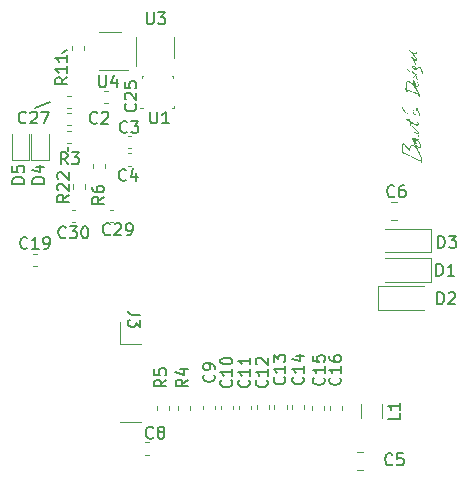
<source format=gbr>
%TF.GenerationSoftware,KiCad,Pcbnew,6.0.7-1.fc35*%
%TF.CreationDate,2022-11-04T19:38:46+01:00*%
%TF.ProjectId,sense_slim,73656e73-655f-4736-9c69-6d2e6b696361,rev?*%
%TF.SameCoordinates,Original*%
%TF.FileFunction,Legend,Top*%
%TF.FilePolarity,Positive*%
%FSLAX46Y46*%
G04 Gerber Fmt 4.6, Leading zero omitted, Abs format (unit mm)*
G04 Created by KiCad (PCBNEW 6.0.7-1.fc35) date 2022-11-04 19:38:46*
%MOMM*%
%LPD*%
G01*
G04 APERTURE LIST*
%ADD10C,0.150000*%
%ADD11C,0.120000*%
%ADD12C,0.100000*%
G04 APERTURE END LIST*
D10*
X131100000Y-90650000D02*
X131150000Y-90300000D01*
X130600000Y-82400000D02*
X131000000Y-82100000D01*
X128350000Y-87000000D02*
X129600000Y-86550000D01*
%TO.C,J3*%
X137237619Y-104566666D02*
X136523333Y-104566666D01*
X136380476Y-104519047D01*
X136285238Y-104423809D01*
X136237619Y-104280952D01*
X136237619Y-104185714D01*
X137237619Y-104947619D02*
X137237619Y-105566666D01*
X136856666Y-105233333D01*
X136856666Y-105376190D01*
X136809047Y-105471428D01*
X136761428Y-105519047D01*
X136666190Y-105566666D01*
X136428095Y-105566666D01*
X136332857Y-105519047D01*
X136285238Y-105471428D01*
X136237619Y-105376190D01*
X136237619Y-105090476D01*
X136285238Y-104995238D01*
X136332857Y-104947619D01*
%TO.C,C25*%
X136807142Y-86692857D02*
X136854761Y-86740476D01*
X136902380Y-86883333D01*
X136902380Y-86978571D01*
X136854761Y-87121428D01*
X136759523Y-87216666D01*
X136664285Y-87264285D01*
X136473809Y-87311904D01*
X136330952Y-87311904D01*
X136140476Y-87264285D01*
X136045238Y-87216666D01*
X135950000Y-87121428D01*
X135902380Y-86978571D01*
X135902380Y-86883333D01*
X135950000Y-86740476D01*
X135997619Y-86692857D01*
X135997619Y-86311904D02*
X135950000Y-86264285D01*
X135902380Y-86169047D01*
X135902380Y-85930952D01*
X135950000Y-85835714D01*
X135997619Y-85788095D01*
X136092857Y-85740476D01*
X136188095Y-85740476D01*
X136330952Y-85788095D01*
X136902380Y-86359523D01*
X136902380Y-85740476D01*
X135902380Y-84835714D02*
X135902380Y-85311904D01*
X136378571Y-85359523D01*
X136330952Y-85311904D01*
X136283333Y-85216666D01*
X136283333Y-84978571D01*
X136330952Y-84883333D01*
X136378571Y-84835714D01*
X136473809Y-84788095D01*
X136711904Y-84788095D01*
X136807142Y-84835714D01*
X136854761Y-84883333D01*
X136902380Y-84978571D01*
X136902380Y-85216666D01*
X136854761Y-85311904D01*
X136807142Y-85359523D01*
%TO.C,R11*%
X131052380Y-84442857D02*
X130576190Y-84776190D01*
X131052380Y-85014285D02*
X130052380Y-85014285D01*
X130052380Y-84633333D01*
X130100000Y-84538095D01*
X130147619Y-84490476D01*
X130242857Y-84442857D01*
X130385714Y-84442857D01*
X130480952Y-84490476D01*
X130528571Y-84538095D01*
X130576190Y-84633333D01*
X130576190Y-85014285D01*
X131052380Y-83490476D02*
X131052380Y-84061904D01*
X131052380Y-83776190D02*
X130052380Y-83776190D01*
X130195238Y-83871428D01*
X130290476Y-83966666D01*
X130338095Y-84061904D01*
X131052380Y-82538095D02*
X131052380Y-83109523D01*
X131052380Y-82823809D02*
X130052380Y-82823809D01*
X130195238Y-82919047D01*
X130290476Y-83014285D01*
X130338095Y-83109523D01*
%TO.C,R3*%
X131083333Y-91802380D02*
X130750000Y-91326190D01*
X130511904Y-91802380D02*
X130511904Y-90802380D01*
X130892857Y-90802380D01*
X130988095Y-90850000D01*
X131035714Y-90897619D01*
X131083333Y-90992857D01*
X131083333Y-91135714D01*
X131035714Y-91230952D01*
X130988095Y-91278571D01*
X130892857Y-91326190D01*
X130511904Y-91326190D01*
X131416666Y-90802380D02*
X132035714Y-90802380D01*
X131702380Y-91183333D01*
X131845238Y-91183333D01*
X131940476Y-91230952D01*
X131988095Y-91278571D01*
X132035714Y-91373809D01*
X132035714Y-91611904D01*
X131988095Y-91707142D01*
X131940476Y-91754761D01*
X131845238Y-91802380D01*
X131559523Y-91802380D01*
X131464285Y-91754761D01*
X131416666Y-91707142D01*
%TO.C,C29*%
X134683084Y-97708577D02*
X134635465Y-97756196D01*
X134492608Y-97803815D01*
X134397370Y-97803815D01*
X134254513Y-97756196D01*
X134159275Y-97660958D01*
X134111656Y-97565720D01*
X134064037Y-97375244D01*
X134064037Y-97232387D01*
X134111656Y-97041911D01*
X134159275Y-96946673D01*
X134254513Y-96851435D01*
X134397370Y-96803815D01*
X134492608Y-96803815D01*
X134635465Y-96851435D01*
X134683084Y-96899054D01*
X135064037Y-96899054D02*
X135111656Y-96851435D01*
X135206894Y-96803815D01*
X135444989Y-96803815D01*
X135540227Y-96851435D01*
X135587846Y-96899054D01*
X135635465Y-96994292D01*
X135635465Y-97089530D01*
X135587846Y-97232387D01*
X135016418Y-97803815D01*
X135635465Y-97803815D01*
X136111656Y-97803815D02*
X136302132Y-97803815D01*
X136397370Y-97756196D01*
X136444989Y-97708577D01*
X136540227Y-97565720D01*
X136587846Y-97375244D01*
X136587846Y-96994292D01*
X136540227Y-96899054D01*
X136492608Y-96851435D01*
X136397370Y-96803815D01*
X136206894Y-96803815D01*
X136111656Y-96851435D01*
X136064037Y-96899054D01*
X136016418Y-96994292D01*
X136016418Y-97232387D01*
X136064037Y-97327625D01*
X136111656Y-97375244D01*
X136206894Y-97422863D01*
X136397370Y-97422863D01*
X136492608Y-97375244D01*
X136540227Y-97327625D01*
X136587846Y-97232387D01*
%TO.C,C3*%
X136133333Y-89057142D02*
X136085714Y-89104761D01*
X135942857Y-89152380D01*
X135847619Y-89152380D01*
X135704761Y-89104761D01*
X135609523Y-89009523D01*
X135561904Y-88914285D01*
X135514285Y-88723809D01*
X135514285Y-88580952D01*
X135561904Y-88390476D01*
X135609523Y-88295238D01*
X135704761Y-88200000D01*
X135847619Y-88152380D01*
X135942857Y-88152380D01*
X136085714Y-88200000D01*
X136133333Y-88247619D01*
X136466666Y-88152380D02*
X137085714Y-88152380D01*
X136752380Y-88533333D01*
X136895238Y-88533333D01*
X136990476Y-88580952D01*
X137038095Y-88628571D01*
X137085714Y-88723809D01*
X137085714Y-88961904D01*
X137038095Y-89057142D01*
X136990476Y-89104761D01*
X136895238Y-89152380D01*
X136609523Y-89152380D01*
X136514285Y-89104761D01*
X136466666Y-89057142D01*
%TO.C,U4*%
X133760983Y-84273925D02*
X133760983Y-85083449D01*
X133808602Y-85178687D01*
X133856221Y-85226306D01*
X133951459Y-85273925D01*
X134141935Y-85273925D01*
X134237173Y-85226306D01*
X134284792Y-85178687D01*
X134332411Y-85083449D01*
X134332411Y-84273925D01*
X135237173Y-84607259D02*
X135237173Y-85273925D01*
X134999078Y-84226306D02*
X134760983Y-84940592D01*
X135380030Y-84940592D01*
%TO.C,R22*%
X131202380Y-94392857D02*
X130726190Y-94726190D01*
X131202380Y-94964285D02*
X130202380Y-94964285D01*
X130202380Y-94583333D01*
X130250000Y-94488095D01*
X130297619Y-94440476D01*
X130392857Y-94392857D01*
X130535714Y-94392857D01*
X130630952Y-94440476D01*
X130678571Y-94488095D01*
X130726190Y-94583333D01*
X130726190Y-94964285D01*
X130297619Y-94011904D02*
X130250000Y-93964285D01*
X130202380Y-93869047D01*
X130202380Y-93630952D01*
X130250000Y-93535714D01*
X130297619Y-93488095D01*
X130392857Y-93440476D01*
X130488095Y-93440476D01*
X130630952Y-93488095D01*
X131202380Y-94059523D01*
X131202380Y-93440476D01*
X130297619Y-93059523D02*
X130250000Y-93011904D01*
X130202380Y-92916666D01*
X130202380Y-92678571D01*
X130250000Y-92583333D01*
X130297619Y-92535714D01*
X130392857Y-92488095D01*
X130488095Y-92488095D01*
X130630952Y-92535714D01*
X131202380Y-93107142D01*
X131202380Y-92488095D01*
%TO.C,C14*%
X151007144Y-109831312D02*
X151054763Y-109878931D01*
X151102382Y-110021788D01*
X151102382Y-110117026D01*
X151054763Y-110259883D01*
X150959525Y-110355121D01*
X150864287Y-110402740D01*
X150673811Y-110450359D01*
X150530954Y-110450359D01*
X150340478Y-110402740D01*
X150245240Y-110355121D01*
X150150002Y-110259883D01*
X150102382Y-110117026D01*
X150102382Y-110021788D01*
X150150002Y-109878931D01*
X150197621Y-109831312D01*
X151102382Y-108878931D02*
X151102382Y-109450359D01*
X151102382Y-109164645D02*
X150102382Y-109164645D01*
X150245240Y-109259883D01*
X150340478Y-109355121D01*
X150388097Y-109450359D01*
X150435716Y-108021788D02*
X151102382Y-108021788D01*
X150054763Y-108259883D02*
X150769049Y-108497978D01*
X150769049Y-107878931D01*
%TO.C,D1*%
X162301906Y-101240835D02*
X162301906Y-100240835D01*
X162540002Y-100240835D01*
X162682859Y-100288455D01*
X162778097Y-100383693D01*
X162825716Y-100478931D01*
X162873335Y-100669407D01*
X162873335Y-100812264D01*
X162825716Y-101002740D01*
X162778097Y-101097978D01*
X162682859Y-101193216D01*
X162540002Y-101240835D01*
X162301906Y-101240835D01*
X163825716Y-101240835D02*
X163254287Y-101240835D01*
X163540002Y-101240835D02*
X163540002Y-100240835D01*
X163444763Y-100383693D01*
X163349525Y-100478931D01*
X163254287Y-100526550D01*
%TO.C,C15*%
X152757142Y-109862857D02*
X152804761Y-109910476D01*
X152852380Y-110053333D01*
X152852380Y-110148571D01*
X152804761Y-110291428D01*
X152709523Y-110386666D01*
X152614285Y-110434285D01*
X152423809Y-110481904D01*
X152280952Y-110481904D01*
X152090476Y-110434285D01*
X151995238Y-110386666D01*
X151900000Y-110291428D01*
X151852380Y-110148571D01*
X151852380Y-110053333D01*
X151900000Y-109910476D01*
X151947619Y-109862857D01*
X152852380Y-108910476D02*
X152852380Y-109481904D01*
X152852380Y-109196190D02*
X151852380Y-109196190D01*
X151995238Y-109291428D01*
X152090476Y-109386666D01*
X152138095Y-109481904D01*
X151852380Y-108005714D02*
X151852380Y-108481904D01*
X152328571Y-108529523D01*
X152280952Y-108481904D01*
X152233333Y-108386666D01*
X152233333Y-108148571D01*
X152280952Y-108053333D01*
X152328571Y-108005714D01*
X152423809Y-107958095D01*
X152661904Y-107958095D01*
X152757142Y-108005714D01*
X152804761Y-108053333D01*
X152852380Y-108148571D01*
X152852380Y-108386666D01*
X152804761Y-108481904D01*
X152757142Y-108529523D01*
%TO.C,C10*%
X144927144Y-110081312D02*
X144974763Y-110128931D01*
X145022382Y-110271788D01*
X145022382Y-110367026D01*
X144974763Y-110509883D01*
X144879525Y-110605121D01*
X144784287Y-110652740D01*
X144593811Y-110700359D01*
X144450954Y-110700359D01*
X144260478Y-110652740D01*
X144165240Y-110605121D01*
X144070002Y-110509883D01*
X144022382Y-110367026D01*
X144022382Y-110271788D01*
X144070002Y-110128931D01*
X144117621Y-110081312D01*
X145022382Y-109128931D02*
X145022382Y-109700359D01*
X145022382Y-109414645D02*
X144022382Y-109414645D01*
X144165240Y-109509883D01*
X144260478Y-109605121D01*
X144308097Y-109700359D01*
X144022382Y-108509883D02*
X144022382Y-108414645D01*
X144070002Y-108319407D01*
X144117621Y-108271788D01*
X144212859Y-108224169D01*
X144403335Y-108176550D01*
X144641430Y-108176550D01*
X144831906Y-108224169D01*
X144927144Y-108271788D01*
X144974763Y-108319407D01*
X145022382Y-108414645D01*
X145022382Y-108509883D01*
X144974763Y-108605121D01*
X144927144Y-108652740D01*
X144831906Y-108700359D01*
X144641430Y-108747978D01*
X144403335Y-108747978D01*
X144212859Y-108700359D01*
X144117621Y-108652740D01*
X144070002Y-108605121D01*
X144022382Y-108509883D01*
%TO.C,C19*%
X127677144Y-98865597D02*
X127629525Y-98913216D01*
X127486668Y-98960835D01*
X127391430Y-98960835D01*
X127248573Y-98913216D01*
X127153335Y-98817978D01*
X127105716Y-98722740D01*
X127058097Y-98532264D01*
X127058097Y-98389407D01*
X127105716Y-98198931D01*
X127153335Y-98103693D01*
X127248573Y-98008455D01*
X127391430Y-97960835D01*
X127486668Y-97960835D01*
X127629525Y-98008455D01*
X127677144Y-98056074D01*
X128629525Y-98960835D02*
X128058097Y-98960835D01*
X128343811Y-98960835D02*
X128343811Y-97960835D01*
X128248573Y-98103693D01*
X128153335Y-98198931D01*
X128058097Y-98246550D01*
X129105716Y-98960835D02*
X129296192Y-98960835D01*
X129391430Y-98913216D01*
X129439049Y-98865597D01*
X129534287Y-98722740D01*
X129581906Y-98532264D01*
X129581906Y-98151312D01*
X129534287Y-98056074D01*
X129486668Y-98008455D01*
X129391430Y-97960835D01*
X129200954Y-97960835D01*
X129105716Y-98008455D01*
X129058097Y-98056074D01*
X129010478Y-98151312D01*
X129010478Y-98389407D01*
X129058097Y-98484645D01*
X129105716Y-98532264D01*
X129200954Y-98579883D01*
X129391430Y-98579883D01*
X129486668Y-98532264D01*
X129534287Y-98484645D01*
X129581906Y-98389407D01*
%TO.C,C12*%
X147927144Y-110081312D02*
X147974763Y-110128931D01*
X148022382Y-110271788D01*
X148022382Y-110367026D01*
X147974763Y-110509883D01*
X147879525Y-110605121D01*
X147784287Y-110652740D01*
X147593811Y-110700359D01*
X147450954Y-110700359D01*
X147260478Y-110652740D01*
X147165240Y-110605121D01*
X147070002Y-110509883D01*
X147022382Y-110367026D01*
X147022382Y-110271788D01*
X147070002Y-110128931D01*
X147117621Y-110081312D01*
X148022382Y-109128931D02*
X148022382Y-109700359D01*
X148022382Y-109414645D02*
X147022382Y-109414645D01*
X147165240Y-109509883D01*
X147260478Y-109605121D01*
X147308097Y-109700359D01*
X147117621Y-108747978D02*
X147070002Y-108700359D01*
X147022382Y-108605121D01*
X147022382Y-108367026D01*
X147070002Y-108271788D01*
X147117621Y-108224169D01*
X147212859Y-108176550D01*
X147308097Y-108176550D01*
X147450954Y-108224169D01*
X148022382Y-108795597D01*
X148022382Y-108176550D01*
%TO.C,R6*%
X134152380Y-94566666D02*
X133676190Y-94900000D01*
X134152380Y-95138095D02*
X133152380Y-95138095D01*
X133152380Y-94757142D01*
X133200000Y-94661904D01*
X133247619Y-94614285D01*
X133342857Y-94566666D01*
X133485714Y-94566666D01*
X133580952Y-94614285D01*
X133628571Y-94661904D01*
X133676190Y-94757142D01*
X133676190Y-95138095D01*
X133152380Y-93709523D02*
X133152380Y-93900000D01*
X133200000Y-93995238D01*
X133247619Y-94042857D01*
X133390476Y-94138095D01*
X133580952Y-94185714D01*
X133961904Y-94185714D01*
X134057142Y-94138095D01*
X134104761Y-94090476D01*
X134152380Y-93995238D01*
X134152380Y-93804761D01*
X134104761Y-93709523D01*
X134057142Y-93661904D01*
X133961904Y-93614285D01*
X133723809Y-93614285D01*
X133628571Y-93661904D01*
X133580952Y-93709523D01*
X133533333Y-93804761D01*
X133533333Y-93995238D01*
X133580952Y-94090476D01*
X133628571Y-94138095D01*
X133723809Y-94185714D01*
%TO.C,C5*%
X158583333Y-117197142D02*
X158535714Y-117244761D01*
X158392857Y-117292380D01*
X158297619Y-117292380D01*
X158154761Y-117244761D01*
X158059523Y-117149523D01*
X158011904Y-117054285D01*
X157964285Y-116863809D01*
X157964285Y-116720952D01*
X158011904Y-116530476D01*
X158059523Y-116435238D01*
X158154761Y-116340000D01*
X158297619Y-116292380D01*
X158392857Y-116292380D01*
X158535714Y-116340000D01*
X158583333Y-116387619D01*
X159488095Y-116292380D02*
X159011904Y-116292380D01*
X158964285Y-116768571D01*
X159011904Y-116720952D01*
X159107142Y-116673333D01*
X159345238Y-116673333D01*
X159440476Y-116720952D01*
X159488095Y-116768571D01*
X159535714Y-116863809D01*
X159535714Y-117101904D01*
X159488095Y-117197142D01*
X159440476Y-117244761D01*
X159345238Y-117292380D01*
X159107142Y-117292380D01*
X159011904Y-117244761D01*
X158964285Y-117197142D01*
%TO.C,C11*%
X146427144Y-110081312D02*
X146474763Y-110128931D01*
X146522382Y-110271788D01*
X146522382Y-110367026D01*
X146474763Y-110509883D01*
X146379525Y-110605121D01*
X146284287Y-110652740D01*
X146093811Y-110700359D01*
X145950954Y-110700359D01*
X145760478Y-110652740D01*
X145665240Y-110605121D01*
X145570002Y-110509883D01*
X145522382Y-110367026D01*
X145522382Y-110271788D01*
X145570002Y-110128931D01*
X145617621Y-110081312D01*
X146522382Y-109128931D02*
X146522382Y-109700359D01*
X146522382Y-109414645D02*
X145522382Y-109414645D01*
X145665240Y-109509883D01*
X145760478Y-109605121D01*
X145808097Y-109700359D01*
X146522382Y-108176550D02*
X146522382Y-108747978D01*
X146522382Y-108462264D02*
X145522382Y-108462264D01*
X145665240Y-108557502D01*
X145760478Y-108652740D01*
X145808097Y-108747978D01*
%TO.C,U1*%
X138088095Y-87352380D02*
X138088095Y-88161904D01*
X138135714Y-88257142D01*
X138183333Y-88304761D01*
X138278571Y-88352380D01*
X138469047Y-88352380D01*
X138564285Y-88304761D01*
X138611904Y-88257142D01*
X138659523Y-88161904D01*
X138659523Y-87352380D01*
X139659523Y-88352380D02*
X139088095Y-88352380D01*
X139373809Y-88352380D02*
X139373809Y-87352380D01*
X139278571Y-87495238D01*
X139183333Y-87590476D01*
X139088095Y-87638095D01*
%TO.C,R4*%
X141252378Y-110033211D02*
X140776188Y-110366545D01*
X141252378Y-110604640D02*
X140252378Y-110604640D01*
X140252378Y-110223687D01*
X140299998Y-110128449D01*
X140347617Y-110080830D01*
X140442855Y-110033211D01*
X140585712Y-110033211D01*
X140680950Y-110080830D01*
X140728569Y-110128449D01*
X140776188Y-110223687D01*
X140776188Y-110604640D01*
X140585712Y-109176068D02*
X141252378Y-109176068D01*
X140204759Y-109414164D02*
X140919045Y-109652259D01*
X140919045Y-109033211D01*
%TO.C,D2*%
X162401906Y-103640835D02*
X162401906Y-102640835D01*
X162640002Y-102640835D01*
X162782859Y-102688455D01*
X162878097Y-102783693D01*
X162925716Y-102878931D01*
X162973335Y-103069407D01*
X162973335Y-103212264D01*
X162925716Y-103402740D01*
X162878097Y-103497978D01*
X162782859Y-103593216D01*
X162640002Y-103640835D01*
X162401906Y-103640835D01*
X163354287Y-102736074D02*
X163401906Y-102688455D01*
X163497144Y-102640835D01*
X163735240Y-102640835D01*
X163830478Y-102688455D01*
X163878097Y-102736074D01*
X163925716Y-102831312D01*
X163925716Y-102926550D01*
X163878097Y-103069407D01*
X163306668Y-103640835D01*
X163925716Y-103640835D01*
%TO.C,C16*%
X154127144Y-109862857D02*
X154174763Y-109910476D01*
X154222382Y-110053333D01*
X154222382Y-110148571D01*
X154174763Y-110291428D01*
X154079525Y-110386666D01*
X153984287Y-110434285D01*
X153793811Y-110481904D01*
X153650954Y-110481904D01*
X153460478Y-110434285D01*
X153365240Y-110386666D01*
X153270002Y-110291428D01*
X153222382Y-110148571D01*
X153222382Y-110053333D01*
X153270002Y-109910476D01*
X153317621Y-109862857D01*
X154222382Y-108910476D02*
X154222382Y-109481904D01*
X154222382Y-109196190D02*
X153222382Y-109196190D01*
X153365240Y-109291428D01*
X153460478Y-109386666D01*
X153508097Y-109481904D01*
X153222382Y-108053333D02*
X153222382Y-108243809D01*
X153270002Y-108339047D01*
X153317621Y-108386666D01*
X153460478Y-108481904D01*
X153650954Y-108529523D01*
X154031906Y-108529523D01*
X154127144Y-108481904D01*
X154174763Y-108434285D01*
X154222382Y-108339047D01*
X154222382Y-108148571D01*
X154174763Y-108053333D01*
X154127144Y-108005714D01*
X154031906Y-107958095D01*
X153793811Y-107958095D01*
X153698573Y-108005714D01*
X153650954Y-108053333D01*
X153603335Y-108148571D01*
X153603335Y-108339047D01*
X153650954Y-108434285D01*
X153698573Y-108481904D01*
X153793811Y-108529523D01*
%TO.C,C2*%
X133583333Y-88277142D02*
X133535714Y-88324761D01*
X133392857Y-88372380D01*
X133297619Y-88372380D01*
X133154761Y-88324761D01*
X133059523Y-88229523D01*
X133011904Y-88134285D01*
X132964285Y-87943809D01*
X132964285Y-87800952D01*
X133011904Y-87610476D01*
X133059523Y-87515238D01*
X133154761Y-87420000D01*
X133297619Y-87372380D01*
X133392857Y-87372380D01*
X133535714Y-87420000D01*
X133583333Y-87467619D01*
X133964285Y-87467619D02*
X134011904Y-87420000D01*
X134107142Y-87372380D01*
X134345238Y-87372380D01*
X134440476Y-87420000D01*
X134488095Y-87467619D01*
X134535714Y-87562857D01*
X134535714Y-87658095D01*
X134488095Y-87800952D01*
X133916666Y-88372380D01*
X134535714Y-88372380D01*
%TO.C,C13*%
X149427144Y-109831312D02*
X149474763Y-109878931D01*
X149522382Y-110021788D01*
X149522382Y-110117026D01*
X149474763Y-110259883D01*
X149379525Y-110355121D01*
X149284287Y-110402740D01*
X149093811Y-110450359D01*
X148950954Y-110450359D01*
X148760478Y-110402740D01*
X148665240Y-110355121D01*
X148570002Y-110259883D01*
X148522382Y-110117026D01*
X148522382Y-110021788D01*
X148570002Y-109878931D01*
X148617621Y-109831312D01*
X149522382Y-108878931D02*
X149522382Y-109450359D01*
X149522382Y-109164645D02*
X148522382Y-109164645D01*
X148665240Y-109259883D01*
X148760478Y-109355121D01*
X148808097Y-109450359D01*
X148522382Y-108545597D02*
X148522382Y-107926550D01*
X148903335Y-108259883D01*
X148903335Y-108117026D01*
X148950954Y-108021788D01*
X148998573Y-107974169D01*
X149093811Y-107926550D01*
X149331906Y-107926550D01*
X149427144Y-107974169D01*
X149474763Y-108021788D01*
X149522382Y-108117026D01*
X149522382Y-108402740D01*
X149474763Y-108497978D01*
X149427144Y-108545597D01*
%TO.C,D4*%
X129102380Y-93438095D02*
X128102380Y-93438095D01*
X128102380Y-93200000D01*
X128150000Y-93057142D01*
X128245238Y-92961904D01*
X128340476Y-92914285D01*
X128530952Y-92866666D01*
X128673809Y-92866666D01*
X128864285Y-92914285D01*
X128959523Y-92961904D01*
X129054761Y-93057142D01*
X129102380Y-93200000D01*
X129102380Y-93438095D01*
X128435714Y-92009523D02*
X129102380Y-92009523D01*
X128054761Y-92247619D02*
X128769047Y-92485714D01*
X128769047Y-91866666D01*
%TO.C,U3*%
X137788095Y-78952380D02*
X137788095Y-79761904D01*
X137835714Y-79857142D01*
X137883333Y-79904761D01*
X137978571Y-79952380D01*
X138169047Y-79952380D01*
X138264285Y-79904761D01*
X138311904Y-79857142D01*
X138359523Y-79761904D01*
X138359523Y-78952380D01*
X138740476Y-78952380D02*
X139359523Y-78952380D01*
X139026190Y-79333333D01*
X139169047Y-79333333D01*
X139264285Y-79380952D01*
X139311904Y-79428571D01*
X139359523Y-79523809D01*
X139359523Y-79761904D01*
X139311904Y-79857142D01*
X139264285Y-79904761D01*
X139169047Y-79952380D01*
X138883333Y-79952380D01*
X138788095Y-79904761D01*
X138740476Y-79857142D01*
%TO.C,C6*%
X158743335Y-94495597D02*
X158695716Y-94543216D01*
X158552859Y-94590835D01*
X158457621Y-94590835D01*
X158314763Y-94543216D01*
X158219525Y-94447978D01*
X158171906Y-94352740D01*
X158124287Y-94162264D01*
X158124287Y-94019407D01*
X158171906Y-93828931D01*
X158219525Y-93733693D01*
X158314763Y-93638455D01*
X158457621Y-93590835D01*
X158552859Y-93590835D01*
X158695716Y-93638455D01*
X158743335Y-93686074D01*
X159600478Y-93590835D02*
X159410002Y-93590835D01*
X159314763Y-93638455D01*
X159267144Y-93686074D01*
X159171906Y-93828931D01*
X159124287Y-94019407D01*
X159124287Y-94400359D01*
X159171906Y-94495597D01*
X159219525Y-94543216D01*
X159314763Y-94590835D01*
X159505240Y-94590835D01*
X159600478Y-94543216D01*
X159648097Y-94495597D01*
X159695716Y-94400359D01*
X159695716Y-94162264D01*
X159648097Y-94067026D01*
X159600478Y-94019407D01*
X159505240Y-93971788D01*
X159314763Y-93971788D01*
X159219525Y-94019407D01*
X159171906Y-94067026D01*
X159124287Y-94162264D01*
%TO.C,C9*%
X143467144Y-109605121D02*
X143514763Y-109652740D01*
X143562382Y-109795597D01*
X143562382Y-109890835D01*
X143514763Y-110033693D01*
X143419525Y-110128931D01*
X143324287Y-110176550D01*
X143133811Y-110224169D01*
X142990954Y-110224169D01*
X142800478Y-110176550D01*
X142705240Y-110128931D01*
X142610002Y-110033693D01*
X142562382Y-109890835D01*
X142562382Y-109795597D01*
X142610002Y-109652740D01*
X142657621Y-109605121D01*
X143562382Y-109128931D02*
X143562382Y-108938455D01*
X143514763Y-108843216D01*
X143467144Y-108795597D01*
X143324287Y-108700359D01*
X143133811Y-108652740D01*
X142752859Y-108652740D01*
X142657621Y-108700359D01*
X142610002Y-108747978D01*
X142562382Y-108843216D01*
X142562382Y-109033693D01*
X142610002Y-109128931D01*
X142657621Y-109176550D01*
X142752859Y-109224169D01*
X142990954Y-109224169D01*
X143086192Y-109176550D01*
X143133811Y-109128931D01*
X143181430Y-109033693D01*
X143181430Y-108843216D01*
X143133811Y-108747978D01*
X143086192Y-108700359D01*
X142990954Y-108652740D01*
%TO.C,C4*%
X136033333Y-93107142D02*
X135985714Y-93154761D01*
X135842857Y-93202380D01*
X135747619Y-93202380D01*
X135604761Y-93154761D01*
X135509523Y-93059523D01*
X135461904Y-92964285D01*
X135414285Y-92773809D01*
X135414285Y-92630952D01*
X135461904Y-92440476D01*
X135509523Y-92345238D01*
X135604761Y-92250000D01*
X135747619Y-92202380D01*
X135842857Y-92202380D01*
X135985714Y-92250000D01*
X136033333Y-92297619D01*
X136890476Y-92535714D02*
X136890476Y-93202380D01*
X136652380Y-92154761D02*
X136414285Y-92869047D01*
X137033333Y-92869047D01*
%TO.C,C30*%
X130927144Y-97975597D02*
X130879525Y-98023216D01*
X130736668Y-98070835D01*
X130641430Y-98070835D01*
X130498573Y-98023216D01*
X130403335Y-97927978D01*
X130355716Y-97832740D01*
X130308097Y-97642264D01*
X130308097Y-97499407D01*
X130355716Y-97308931D01*
X130403335Y-97213693D01*
X130498573Y-97118455D01*
X130641430Y-97070835D01*
X130736668Y-97070835D01*
X130879525Y-97118455D01*
X130927144Y-97166074D01*
X131260478Y-97070835D02*
X131879525Y-97070835D01*
X131546192Y-97451788D01*
X131689049Y-97451788D01*
X131784287Y-97499407D01*
X131831906Y-97547026D01*
X131879525Y-97642264D01*
X131879525Y-97880359D01*
X131831906Y-97975597D01*
X131784287Y-98023216D01*
X131689049Y-98070835D01*
X131403335Y-98070835D01*
X131308097Y-98023216D01*
X131260478Y-97975597D01*
X132498573Y-97070835D02*
X132593811Y-97070835D01*
X132689049Y-97118455D01*
X132736668Y-97166074D01*
X132784287Y-97261312D01*
X132831906Y-97451788D01*
X132831906Y-97689883D01*
X132784287Y-97880359D01*
X132736668Y-97975597D01*
X132689049Y-98023216D01*
X132593811Y-98070835D01*
X132498573Y-98070835D01*
X132403335Y-98023216D01*
X132355716Y-97975597D01*
X132308097Y-97880359D01*
X132260478Y-97689883D01*
X132260478Y-97451788D01*
X132308097Y-97261312D01*
X132355716Y-97166074D01*
X132403335Y-97118455D01*
X132498573Y-97070835D01*
%TO.C,D5*%
X127402380Y-93438095D02*
X126402380Y-93438095D01*
X126402380Y-93200000D01*
X126450000Y-93057142D01*
X126545238Y-92961904D01*
X126640476Y-92914285D01*
X126830952Y-92866666D01*
X126973809Y-92866666D01*
X127164285Y-92914285D01*
X127259523Y-92961904D01*
X127354761Y-93057142D01*
X127402380Y-93200000D01*
X127402380Y-93438095D01*
X126402380Y-91961904D02*
X126402380Y-92438095D01*
X126878571Y-92485714D01*
X126830952Y-92438095D01*
X126783333Y-92342857D01*
X126783333Y-92104761D01*
X126830952Y-92009523D01*
X126878571Y-91961904D01*
X126973809Y-91914285D01*
X127211904Y-91914285D01*
X127307142Y-91961904D01*
X127354761Y-92009523D01*
X127402380Y-92104761D01*
X127402380Y-92342857D01*
X127354761Y-92438095D01*
X127307142Y-92485714D01*
%TO.C,L1*%
X159202380Y-112855121D02*
X159202380Y-113331312D01*
X158202380Y-113331312D01*
X159202380Y-111997978D02*
X159202380Y-112569407D01*
X159202380Y-112283693D02*
X158202380Y-112283693D01*
X158345238Y-112378931D01*
X158440476Y-112474169D01*
X158488095Y-112569407D01*
%TO.C,R5*%
X139432380Y-110033211D02*
X138956190Y-110366545D01*
X139432380Y-110604640D02*
X138432380Y-110604640D01*
X138432380Y-110223687D01*
X138480000Y-110128449D01*
X138527619Y-110080830D01*
X138622857Y-110033211D01*
X138765714Y-110033211D01*
X138860952Y-110080830D01*
X138908571Y-110128449D01*
X138956190Y-110223687D01*
X138956190Y-110604640D01*
X138432380Y-109128449D02*
X138432380Y-109604640D01*
X138908571Y-109652259D01*
X138860952Y-109604640D01*
X138813333Y-109509402D01*
X138813333Y-109271306D01*
X138860952Y-109176068D01*
X138908571Y-109128449D01*
X139003809Y-109080830D01*
X139241904Y-109080830D01*
X139337142Y-109128449D01*
X139384761Y-109176068D01*
X139432380Y-109271306D01*
X139432380Y-109509402D01*
X139384761Y-109604640D01*
X139337142Y-109652259D01*
%TO.C,D3*%
X162456904Y-98877380D02*
X162456904Y-97877380D01*
X162695000Y-97877380D01*
X162837857Y-97925000D01*
X162933095Y-98020238D01*
X162980714Y-98115476D01*
X163028333Y-98305952D01*
X163028333Y-98448809D01*
X162980714Y-98639285D01*
X162933095Y-98734523D01*
X162837857Y-98829761D01*
X162695000Y-98877380D01*
X162456904Y-98877380D01*
X163361666Y-97877380D02*
X163980714Y-97877380D01*
X163647380Y-98258333D01*
X163790238Y-98258333D01*
X163885476Y-98305952D01*
X163933095Y-98353571D01*
X163980714Y-98448809D01*
X163980714Y-98686904D01*
X163933095Y-98782142D01*
X163885476Y-98829761D01*
X163790238Y-98877380D01*
X163504523Y-98877380D01*
X163409285Y-98829761D01*
X163361666Y-98782142D01*
%TO.C,C8*%
X138333333Y-114937142D02*
X138285714Y-114984761D01*
X138142857Y-115032380D01*
X138047619Y-115032380D01*
X137904761Y-114984761D01*
X137809523Y-114889523D01*
X137761904Y-114794285D01*
X137714285Y-114603809D01*
X137714285Y-114460952D01*
X137761904Y-114270476D01*
X137809523Y-114175238D01*
X137904761Y-114080000D01*
X138047619Y-114032380D01*
X138142857Y-114032380D01*
X138285714Y-114080000D01*
X138333333Y-114127619D01*
X138904761Y-114460952D02*
X138809523Y-114413333D01*
X138761904Y-114365714D01*
X138714285Y-114270476D01*
X138714285Y-114222857D01*
X138761904Y-114127619D01*
X138809523Y-114080000D01*
X138904761Y-114032380D01*
X139095238Y-114032380D01*
X139190476Y-114080000D01*
X139238095Y-114127619D01*
X139285714Y-114222857D01*
X139285714Y-114270476D01*
X139238095Y-114365714D01*
X139190476Y-114413333D01*
X139095238Y-114460952D01*
X138904761Y-114460952D01*
X138809523Y-114508571D01*
X138761904Y-114556190D01*
X138714285Y-114651428D01*
X138714285Y-114841904D01*
X138761904Y-114937142D01*
X138809523Y-114984761D01*
X138904761Y-115032380D01*
X139095238Y-115032380D01*
X139190476Y-114984761D01*
X139238095Y-114937142D01*
X139285714Y-114841904D01*
X139285714Y-114651428D01*
X139238095Y-114556190D01*
X139190476Y-114508571D01*
X139095238Y-114460952D01*
%TO.C,C27*%
X127557142Y-88257142D02*
X127509523Y-88304761D01*
X127366666Y-88352380D01*
X127271428Y-88352380D01*
X127128571Y-88304761D01*
X127033333Y-88209523D01*
X126985714Y-88114285D01*
X126938095Y-87923809D01*
X126938095Y-87780952D01*
X126985714Y-87590476D01*
X127033333Y-87495238D01*
X127128571Y-87400000D01*
X127271428Y-87352380D01*
X127366666Y-87352380D01*
X127509523Y-87400000D01*
X127557142Y-87447619D01*
X127938095Y-87447619D02*
X127985714Y-87400000D01*
X128080952Y-87352380D01*
X128319047Y-87352380D01*
X128414285Y-87400000D01*
X128461904Y-87447619D01*
X128509523Y-87542857D01*
X128509523Y-87638095D01*
X128461904Y-87780952D01*
X127890476Y-88352380D01*
X128509523Y-88352380D01*
X128842857Y-87352380D02*
X129509523Y-87352380D01*
X129080952Y-88352380D01*
%TO.C,G\u002A\u002A\u002A*%
G36*
X160667243Y-85750392D02*
G01*
X160664904Y-85752731D01*
X160662565Y-85750392D01*
X160664904Y-85748053D01*
X160667243Y-85750392D01*
G37*
G36*
X160584997Y-84460093D02*
G01*
X160585305Y-84454099D01*
X160585557Y-84453495D01*
X160586605Y-84449207D01*
X160593959Y-84449207D01*
X160594601Y-84451988D01*
X160597077Y-84452326D01*
X160600928Y-84450614D01*
X160600196Y-84449207D01*
X160594645Y-84448647D01*
X160593959Y-84449207D01*
X160586605Y-84449207D01*
X160589298Y-84438183D01*
X160588466Y-84423284D01*
X160583382Y-84412481D01*
X160581875Y-84411130D01*
X160575181Y-84402606D01*
X160573689Y-84396743D01*
X160570466Y-84387996D01*
X160562657Y-84378113D01*
X160562139Y-84377618D01*
X160555017Y-84369257D01*
X160552892Y-84363179D01*
X160553080Y-84362736D01*
X160551696Y-84357951D01*
X160548258Y-84355899D01*
X160541868Y-84350543D01*
X160540945Y-84347456D01*
X160537086Y-84340712D01*
X160526875Y-84331547D01*
X160512363Y-84321656D01*
X160504008Y-84316902D01*
X160496145Y-84313321D01*
X160494251Y-84315448D01*
X160495339Y-84320647D01*
X160494673Y-84330578D01*
X160488930Y-84337299D01*
X160480819Y-84338032D01*
X160479170Y-84337226D01*
X160475849Y-84336045D01*
X160478990Y-84340823D01*
X160479513Y-84341471D01*
X160483224Y-84348233D01*
X160482215Y-84356267D01*
X160478547Y-84364864D01*
X160474252Y-84377945D01*
X160473555Y-84389252D01*
X160473755Y-84390190D01*
X160472352Y-84402028D01*
X160467411Y-84408917D01*
X160461399Y-84417399D01*
X160460352Y-84423382D01*
X160458316Y-84428154D01*
X160454797Y-84428937D01*
X160448382Y-84432987D01*
X160446476Y-84444686D01*
X160446960Y-84450804D01*
X160444232Y-84458136D01*
X160442837Y-84459266D01*
X160438542Y-84466057D01*
X160438035Y-84469702D01*
X160435366Y-84478146D01*
X160428782Y-84489410D01*
X160427166Y-84491645D01*
X160419191Y-84503322D01*
X160413739Y-84513175D01*
X160413280Y-84514305D01*
X160409932Y-84518800D01*
X160402648Y-84521322D01*
X160389320Y-84522367D01*
X160378457Y-84522491D01*
X160359232Y-84521815D01*
X160345647Y-84519197D01*
X160334050Y-84513759D01*
X160329195Y-84510629D01*
X160318675Y-84502563D01*
X160312457Y-84496025D01*
X160311737Y-84494257D01*
X160307980Y-84490180D01*
X160305188Y-84489747D01*
X160300324Y-84485668D01*
X160298642Y-84473159D01*
X160298639Y-84472362D01*
X160297554Y-84460695D01*
X160294873Y-84453946D01*
X160294153Y-84453481D01*
X160291770Y-84448354D01*
X160292359Y-84437884D01*
X160295237Y-84425339D01*
X160299720Y-84413985D01*
X160303609Y-84408331D01*
X160310198Y-84400650D01*
X160312489Y-84396846D01*
X160317705Y-84393125D01*
X160328352Y-84389589D01*
X160329863Y-84389245D01*
X160340321Y-84387918D01*
X160343076Y-84389921D01*
X160342833Y-84390397D01*
X160344311Y-84395869D01*
X160351522Y-84403674D01*
X160353873Y-84405577D01*
X160365076Y-84417332D01*
X160373143Y-84431183D01*
X160373359Y-84431760D01*
X160379750Y-84444847D01*
X160387238Y-84449108D01*
X160397466Y-84445054D01*
X160402968Y-84441001D01*
X160410758Y-84431561D01*
X160418105Y-84417468D01*
X160423905Y-84401772D01*
X160427055Y-84387525D01*
X160426453Y-84377777D01*
X160426078Y-84377057D01*
X160426874Y-84373060D01*
X160428404Y-84372805D01*
X160432310Y-84368839D01*
X160433461Y-84362280D01*
X160436374Y-84351051D01*
X160442713Y-84340061D01*
X160449344Y-84328456D01*
X160451964Y-84318117D01*
X160453839Y-84308763D01*
X160456458Y-84305155D01*
X160459330Y-84298908D01*
X160459112Y-84293425D01*
X160461328Y-84285439D01*
X160468583Y-84274195D01*
X160478620Y-84262286D01*
X160489178Y-84252306D01*
X160498000Y-84246846D01*
X160500010Y-84246477D01*
X160508026Y-84244419D01*
X160519185Y-84239500D01*
X160519356Y-84239411D01*
X160532729Y-84235554D01*
X160542332Y-84240221D01*
X160547992Y-84251281D01*
X160554200Y-84258451D01*
X160564222Y-84262854D01*
X160575985Y-84267217D01*
X160583251Y-84272483D01*
X160589623Y-84276990D01*
X160592601Y-84276787D01*
X160596437Y-84279119D01*
X160601192Y-84287852D01*
X160602366Y-84290872D01*
X160607117Y-84301531D01*
X160611346Y-84307088D01*
X160612050Y-84307317D01*
X160615090Y-84311242D01*
X160615788Y-84316672D01*
X160617984Y-84324269D01*
X160621039Y-84326027D01*
X160623838Y-84328017D01*
X160621306Y-84332031D01*
X160619151Y-84339846D01*
X160622226Y-84347302D01*
X160628006Y-84349876D01*
X160630749Y-84350940D01*
X160632431Y-84356161D01*
X160633597Y-84367737D01*
X160634002Y-84373974D01*
X160636799Y-84380927D01*
X160639511Y-84382160D01*
X160648905Y-84386320D01*
X160655976Y-84396745D01*
X160658773Y-84410350D01*
X160658702Y-84412490D01*
X160660195Y-84425835D01*
X160664802Y-84433530D01*
X160670837Y-84442187D01*
X160671921Y-84447180D01*
X160674500Y-84456876D01*
X160678852Y-84464817D01*
X160684173Y-84476599D01*
X160687038Y-84490416D01*
X160689774Y-84502760D01*
X160694677Y-84511102D01*
X160694940Y-84511320D01*
X160698784Y-84515025D01*
X160701524Y-84520379D01*
X160703769Y-84529534D01*
X160706129Y-84544639D01*
X160707711Y-84556369D01*
X160710722Y-84570653D01*
X160714971Y-84581246D01*
X160717007Y-84583839D01*
X160722068Y-84592429D01*
X160723376Y-84600247D01*
X160724858Y-84608762D01*
X160727508Y-84611368D01*
X160732508Y-84615063D01*
X160734179Y-84623185D01*
X160732157Y-84631289D01*
X160729357Y-84634120D01*
X160725111Y-84638625D01*
X160727453Y-84641402D01*
X160731191Y-84647372D01*
X160732637Y-84656508D01*
X160731611Y-84664597D01*
X160728573Y-84667501D01*
X160725362Y-84671326D01*
X160725065Y-84675687D01*
X160723159Y-84682072D01*
X160720316Y-84682853D01*
X160713119Y-84685180D01*
X160709219Y-84688700D01*
X160700081Y-84694615D01*
X160694949Y-84695567D01*
X160685114Y-84691960D01*
X160674305Y-84683244D01*
X160665727Y-84672574D01*
X160662565Y-84663714D01*
X160661018Y-84655065D01*
X160657028Y-84641230D01*
X160653210Y-84630079D01*
X160648102Y-84615069D01*
X160644704Y-84603098D01*
X160643855Y-84598139D01*
X160641141Y-84590219D01*
X160634611Y-84580043D01*
X160634563Y-84579982D01*
X160628858Y-84570677D01*
X160627712Y-84564249D01*
X160627822Y-84564041D01*
X160626853Y-84560200D01*
X160625105Y-84559913D01*
X160621971Y-84556274D01*
X160622990Y-84549974D01*
X160622986Y-84539542D01*
X160619797Y-84535585D01*
X160616246Y-84531033D01*
X160618800Y-84528928D01*
X160622134Y-84523287D01*
X160621737Y-84517491D01*
X160618578Y-84511275D01*
X160613124Y-84513410D01*
X160612765Y-84513704D01*
X160605483Y-84516974D01*
X160602363Y-84513338D01*
X160604763Y-84504818D01*
X160605709Y-84503201D01*
X160609288Y-84494344D01*
X160605978Y-84486870D01*
X160605532Y-84486323D01*
X160602022Y-84478320D01*
X160604094Y-84480392D01*
X160606433Y-84478053D01*
X160604094Y-84475714D01*
X160601859Y-84477949D01*
X160601059Y-84476125D01*
X160600880Y-84470318D01*
X160599332Y-84463381D01*
X160597077Y-84462844D01*
X160592193Y-84461681D01*
X160584997Y-84460093D01*
G37*
G36*
X160362664Y-89695157D02*
G01*
X160363192Y-89698385D01*
X160360666Y-89704610D01*
X160358514Y-89705401D01*
X160354364Y-89701612D01*
X160353836Y-89698385D01*
X160356362Y-89692160D01*
X160358514Y-89691368D01*
X160362664Y-89695157D01*
G37*
G36*
X160606433Y-84492086D02*
G01*
X160604094Y-84494425D01*
X160601755Y-84492086D01*
X160604094Y-84489747D01*
X160606433Y-84492086D01*
G37*
G36*
X160685616Y-84066277D02*
G01*
X160685954Y-84068753D01*
X160684243Y-84072603D01*
X160682836Y-84071871D01*
X160682276Y-84066320D01*
X160682836Y-84065635D01*
X160685616Y-84066277D01*
G37*
G36*
X160625144Y-84019637D02*
G01*
X160622805Y-84021976D01*
X160620466Y-84019637D01*
X160622805Y-84017298D01*
X160625144Y-84019637D01*
G37*
G36*
X160330448Y-89881724D02*
G01*
X160328520Y-89875733D01*
X160323364Y-89863537D01*
X160315918Y-89847306D01*
X160312061Y-89839245D01*
X160303352Y-89820409D01*
X160296084Y-89803115D01*
X160291444Y-89790244D01*
X160290648Y-89787261D01*
X160280946Y-89757241D01*
X160273547Y-89741361D01*
X160271027Y-89730497D01*
X160271677Y-89724989D01*
X160272414Y-89715946D01*
X160271510Y-89701771D01*
X160270396Y-89693409D01*
X160270385Y-89693278D01*
X160341634Y-89693278D01*
X160344016Y-89702895D01*
X160344132Y-89703062D01*
X160348307Y-89712113D01*
X160352939Y-89726701D01*
X160357006Y-89743128D01*
X160359487Y-89757694D01*
X160359634Y-89759195D01*
X160361697Y-89769027D01*
X160367051Y-89772009D01*
X160371889Y-89771678D01*
X160379581Y-89772034D01*
X160379752Y-89775263D01*
X160374156Y-89778345D01*
X160372224Y-89777706D01*
X160368200Y-89777328D01*
X160368598Y-89782645D01*
X160372859Y-89791430D01*
X160377225Y-89797679D01*
X160383783Y-89807716D01*
X160386579Y-89815364D01*
X160386580Y-89815458D01*
X160390341Y-89822110D01*
X160393597Y-89824036D01*
X160399590Y-89830433D01*
X160400613Y-89835238D01*
X160403514Y-89843829D01*
X160410810Y-89855376D01*
X160414456Y-89859943D01*
X160422862Y-89870793D01*
X160427884Y-89879231D01*
X160428490Y-89881326D01*
X160431487Y-89887361D01*
X160439084Y-89897793D01*
X160447717Y-89908142D01*
X160457331Y-89920046D01*
X160463295Y-89929376D01*
X160464363Y-89933637D01*
X160466125Y-89938667D01*
X160473451Y-89946448D01*
X160476419Y-89948921D01*
X160486823Y-89957991D01*
X160500729Y-89971214D01*
X160515291Y-89985876D01*
X160516594Y-89987234D01*
X160530910Y-90001438D01*
X160541539Y-90009714D01*
X160550610Y-90013457D01*
X160557600Y-90014131D01*
X160567833Y-90013510D01*
X160570863Y-90010015D01*
X160568853Y-90001267D01*
X160565679Y-89988823D01*
X160562330Y-89972317D01*
X160561073Y-89965015D01*
X160557852Y-89951435D01*
X160553782Y-89942742D01*
X160551470Y-89941041D01*
X160543082Y-89939609D01*
X160542429Y-89936482D01*
X160545139Y-89932853D01*
X160547222Y-89926883D01*
X160543391Y-89918866D01*
X160537654Y-89911803D01*
X160528434Y-89902641D01*
X160521026Y-89897554D01*
X160519525Y-89897188D01*
X160515574Y-89893148D01*
X160513901Y-89884324D01*
X160512682Y-89869821D01*
X160510162Y-89855814D01*
X160507020Y-89845245D01*
X160503934Y-89841055D01*
X160503928Y-89841055D01*
X160498218Y-89843956D01*
X160495103Y-89846668D01*
X160490468Y-89849923D01*
X160489490Y-89846668D01*
X160492549Y-89841404D01*
X160494168Y-89841055D01*
X160498363Y-89839092D01*
X160496767Y-89832641D01*
X160489041Y-89820859D01*
X160482776Y-89812710D01*
X160474400Y-89800807D01*
X160469742Y-89791524D01*
X160469466Y-89787940D01*
X160469076Y-89785766D01*
X160466815Y-89786820D01*
X160461155Y-89785782D01*
X160457146Y-89779357D01*
X160452276Y-89771684D01*
X160442906Y-89760186D01*
X160430808Y-89746713D01*
X160417755Y-89733117D01*
X160405521Y-89721248D01*
X160395878Y-89712957D01*
X160390775Y-89710079D01*
X160386699Y-89706505D01*
X160386580Y-89705401D01*
X160390140Y-89700859D01*
X160391258Y-89700724D01*
X160395058Y-89696806D01*
X160395936Y-89691368D01*
X160393011Y-89683749D01*
X160388919Y-89682013D01*
X160383337Y-89677847D01*
X160381902Y-89668362D01*
X160380054Y-89651040D01*
X160374680Y-89641575D01*
X160369708Y-89639913D01*
X160363821Y-89636639D01*
X160363192Y-89634196D01*
X160360554Y-89632714D01*
X160353953Y-89637717D01*
X160348643Y-89647209D01*
X160344471Y-89661954D01*
X160341961Y-89678470D01*
X160341634Y-89693278D01*
X160270385Y-89693278D01*
X160268360Y-89669980D01*
X160269077Y-89645811D01*
X160270220Y-89637668D01*
X160340802Y-89637668D01*
X160341362Y-89638354D01*
X160344143Y-89637712D01*
X160344481Y-89635235D01*
X160342769Y-89631385D01*
X160341362Y-89632117D01*
X160340802Y-89637668D01*
X160270220Y-89637668D01*
X160272208Y-89623505D01*
X160277414Y-89605666D01*
X160283093Y-89596090D01*
X160290139Y-89587073D01*
X160293026Y-89580409D01*
X160296728Y-89577314D01*
X160302381Y-89577748D01*
X160310200Y-89577352D01*
X160311737Y-89573342D01*
X160315651Y-89567409D01*
X160325506Y-89560536D01*
X160330581Y-89557993D01*
X160355134Y-89550944D01*
X160384221Y-89548835D01*
X160414478Y-89551589D01*
X160442541Y-89559130D01*
X160446221Y-89560613D01*
X160463330Y-89567788D01*
X160474585Y-89572275D01*
X160482711Y-89575120D01*
X160488321Y-89576785D01*
X160496971Y-89582772D01*
X160498845Y-89588774D01*
X160500865Y-89596202D01*
X160503523Y-89597814D01*
X160508068Y-89594558D01*
X160508201Y-89593550D01*
X160510220Y-89589500D01*
X160516608Y-89591161D01*
X160527858Y-89598862D01*
X160544464Y-89612927D01*
X160562368Y-89629388D01*
X160572396Y-89638333D01*
X160579516Y-89643797D01*
X160581210Y-89644591D01*
X160585767Y-89647828D01*
X160592283Y-89654964D01*
X160599446Y-89661790D01*
X160605399Y-89661228D01*
X160607428Y-89659739D01*
X160612054Y-89658003D01*
X160618083Y-89660862D01*
X160627040Y-89669379D01*
X160636455Y-89679952D01*
X160649971Y-89694456D01*
X160659667Y-89701918D01*
X160666707Y-89703215D01*
X160667175Y-89703084D01*
X160673871Y-89703200D01*
X160674936Y-89708247D01*
X160678398Y-89715198D01*
X160687679Y-89720588D01*
X160699245Y-89723000D01*
X160708328Y-89721613D01*
X160719498Y-89718569D01*
X160727727Y-89717472D01*
X160737180Y-89714814D01*
X160740991Y-89711028D01*
X160745143Y-89707320D01*
X160746929Y-89707842D01*
X160751729Y-89706524D01*
X160756304Y-89700151D01*
X160758372Y-89692797D01*
X160757267Y-89689397D01*
X160757941Y-89688038D01*
X160761751Y-89689145D01*
X160769900Y-89688007D01*
X160775106Y-89681206D01*
X160783187Y-89669082D01*
X160789498Y-89661950D01*
X160796252Y-89652185D01*
X160798219Y-89644685D01*
X160800499Y-89635745D01*
X160803078Y-89632785D01*
X160805377Y-89626790D01*
X160806813Y-89613630D01*
X160807431Y-89595451D01*
X160807277Y-89574399D01*
X160806395Y-89552620D01*
X160804830Y-89532260D01*
X160802629Y-89515465D01*
X160800413Y-89505961D01*
X160796743Y-89492812D01*
X160792735Y-89475226D01*
X160788779Y-89455416D01*
X160785263Y-89435593D01*
X160782576Y-89417967D01*
X160781107Y-89404750D01*
X160781245Y-89398154D01*
X160781407Y-89397892D01*
X160780409Y-89393053D01*
X160774997Y-89383932D01*
X160772804Y-89380892D01*
X160764305Y-89367756D01*
X160755204Y-89351031D01*
X160751313Y-89342878D01*
X160743913Y-89328612D01*
X160736413Y-89317546D01*
X160732670Y-89313786D01*
X160726272Y-89306861D01*
X160722089Y-89298267D01*
X160721284Y-89291292D01*
X160723922Y-89289084D01*
X160724701Y-89285930D01*
X160721140Y-89278254D01*
X160714868Y-89268736D01*
X160707513Y-89260060D01*
X160704729Y-89257504D01*
X160695049Y-89253433D01*
X160683615Y-89252317D01*
X160664181Y-89250051D01*
X160647122Y-89242435D01*
X160639581Y-89235778D01*
X160630700Y-89230437D01*
X160618490Y-89228274D01*
X160606417Y-89226730D01*
X160598407Y-89223055D01*
X160588180Y-89215291D01*
X160572673Y-89206265D01*
X160561802Y-89200896D01*
X160550985Y-89193814D01*
X160546027Y-89189001D01*
X160536761Y-89182725D01*
X160530852Y-89181497D01*
X160520344Y-89178993D01*
X160510581Y-89174077D01*
X160500661Y-89169771D01*
X160493732Y-89170072D01*
X160487010Y-89169393D01*
X160480662Y-89163660D01*
X160471296Y-89157467D01*
X160455863Y-89152854D01*
X160437576Y-89150201D01*
X160419646Y-89149889D01*
X160405285Y-89152301D01*
X160401100Y-89154212D01*
X160392406Y-89157759D01*
X160387939Y-89154395D01*
X160387459Y-89143514D01*
X160390214Y-89126898D01*
X160396496Y-89106298D01*
X160405059Y-89094132D01*
X160406350Y-89093138D01*
X160416995Y-89088731D01*
X160433273Y-89085335D01*
X160452161Y-89083190D01*
X160470639Y-89082539D01*
X160485682Y-89083621D01*
X160493647Y-89086176D01*
X160503329Y-89090739D01*
X160516610Y-89094695D01*
X160517556Y-89094902D01*
X160529865Y-89098251D01*
X160538170Y-89101811D01*
X160538668Y-89102170D01*
X160545698Y-89105435D01*
X160558369Y-89109558D01*
X160566734Y-89111821D01*
X160584806Y-89118544D01*
X160600116Y-89128017D01*
X160603079Y-89130672D01*
X160613460Y-89138727D01*
X160621925Y-89141268D01*
X160623018Y-89141007D01*
X160632269Y-89141379D01*
X160636305Y-89143633D01*
X160645534Y-89146814D01*
X160649917Y-89146133D01*
X160658382Y-89147266D01*
X160667910Y-89154098D01*
X160683770Y-89166589D01*
X160702242Y-89176245D01*
X160719527Y-89181203D01*
X160723794Y-89181497D01*
X160736755Y-89183341D01*
X160751381Y-89187822D01*
X160752408Y-89188241D01*
X160762921Y-89192280D01*
X160767273Y-89192001D01*
X160767865Y-89186853D01*
X160767814Y-89186169D01*
X160767707Y-89184733D01*
X160764293Y-89176726D01*
X160759173Y-89175850D01*
X160752972Y-89173816D01*
X160752203Y-89168834D01*
X160752168Y-89165125D01*
X160765475Y-89165125D01*
X160767814Y-89167464D01*
X160770153Y-89165125D01*
X160767814Y-89162786D01*
X160765475Y-89165125D01*
X160752168Y-89165125D01*
X160752030Y-89150581D01*
X160747546Y-89140092D01*
X160743099Y-89137380D01*
X160735301Y-89131765D01*
X160727011Y-89121421D01*
X160725848Y-89119523D01*
X160715904Y-89105404D01*
X160704172Y-89092279D01*
X160703786Y-89091913D01*
X160695234Y-89082234D01*
X160690803Y-89074061D01*
X160690632Y-89072823D01*
X160686846Y-89066162D01*
X160677768Y-89059564D01*
X160664986Y-89051721D01*
X160653434Y-89042498D01*
X160645698Y-89034144D01*
X160643935Y-89030146D01*
X160641195Y-89024134D01*
X160634577Y-89014607D01*
X160633330Y-89013025D01*
X160619803Y-88995907D01*
X160611434Y-88984593D01*
X160607304Y-88977775D01*
X160606433Y-88974726D01*
X160602603Y-88971473D01*
X160598978Y-88971000D01*
X160591890Y-88967073D01*
X160589077Y-88961644D01*
X160584379Y-88954042D01*
X160580160Y-88952289D01*
X160574309Y-88948663D01*
X160573689Y-88945972D01*
X160570254Y-88939210D01*
X160561778Y-88930599D01*
X160559656Y-88928900D01*
X160550510Y-88920601D01*
X160545795Y-88913801D01*
X160545623Y-88912837D01*
X160541958Y-88907104D01*
X160532993Y-88900095D01*
X160531589Y-88899239D01*
X160522198Y-88892752D01*
X160517638Y-88887757D01*
X160517556Y-88887315D01*
X160514619Y-88882149D01*
X160507036Y-88872615D01*
X160499564Y-88864191D01*
X160484947Y-88850759D01*
X160472641Y-88845044D01*
X160468954Y-88844701D01*
X160459670Y-88842840D01*
X160457095Y-88838854D01*
X160456660Y-88824954D01*
X160449714Y-88815151D01*
X160442713Y-88810363D01*
X160433247Y-88802993D01*
X160428740Y-88795986D01*
X160428680Y-88795321D01*
X160424909Y-88789411D01*
X160421400Y-88788569D01*
X160415247Y-88784543D01*
X160408065Y-88774109D01*
X160404809Y-88767519D01*
X160398355Y-88755266D01*
X160392318Y-88747567D01*
X160389870Y-88746253D01*
X160383243Y-88742740D01*
X160375069Y-88734564D01*
X160374886Y-88734336D01*
X160359490Y-88715951D01*
X160348098Y-88704230D01*
X160341251Y-88699725D01*
X160340870Y-88699692D01*
X160335113Y-88696575D01*
X160327083Y-88689167D01*
X160315897Y-88678039D01*
X160305785Y-88669003D01*
X160296513Y-88659075D01*
X160291128Y-88649627D01*
X160284684Y-88640649D01*
X160278818Y-88637481D01*
X160272222Y-88632909D01*
X160272067Y-88628639D01*
X160270459Y-88622106D01*
X160263888Y-88611068D01*
X160253761Y-88597873D01*
X160253375Y-88597419D01*
X160242762Y-88584084D01*
X160235168Y-88572824D01*
X160232216Y-88566048D01*
X160232216Y-88565995D01*
X160228583Y-88560037D01*
X160225745Y-88559361D01*
X160220043Y-88555334D01*
X160215333Y-88545757D01*
X160213567Y-88535972D01*
X160217701Y-88535033D01*
X160228138Y-88534512D01*
X160241833Y-88534432D01*
X160255741Y-88534814D01*
X160265983Y-88535580D01*
X160270374Y-88538836D01*
X160280059Y-88547485D01*
X160293716Y-88560305D01*
X160310023Y-88576074D01*
X160314438Y-88580410D01*
X160331471Y-88596755D01*
X160346535Y-88610394D01*
X160358215Y-88620103D01*
X160365094Y-88624658D01*
X160365875Y-88624849D01*
X160372900Y-88628549D01*
X160377225Y-88634204D01*
X160380050Y-88641423D01*
X160379394Y-88643560D01*
X160379853Y-88646248D01*
X160383573Y-88650576D01*
X160391583Y-88656334D01*
X160395825Y-88657593D01*
X160401684Y-88660403D01*
X160411253Y-88669313D01*
X160425280Y-88685038D01*
X160428607Y-88688970D01*
X160432907Y-88696895D01*
X160433357Y-88699495D01*
X160437143Y-88703819D01*
X160440374Y-88704370D01*
X160446606Y-88706399D01*
X160447391Y-88708114D01*
X160450363Y-88713507D01*
X160458005Y-88723296D01*
X160468409Y-88735371D01*
X160479663Y-88747622D01*
X160489858Y-88757940D01*
X160497084Y-88764215D01*
X160499055Y-88765180D01*
X160501848Y-88765873D01*
X160506090Y-88768476D01*
X160512662Y-88773781D01*
X160522445Y-88782574D01*
X160536319Y-88795647D01*
X160555165Y-88813787D01*
X160577391Y-88835378D01*
X160595600Y-88852921D01*
X160611502Y-88867891D01*
X160623887Y-88879179D01*
X160631545Y-88885670D01*
X160633364Y-88886801D01*
X160637737Y-88890002D01*
X160647125Y-88898683D01*
X160660187Y-88911457D01*
X160675580Y-88926941D01*
X160691964Y-88943748D01*
X160707995Y-88960495D01*
X160722333Y-88975795D01*
X160733635Y-88988265D01*
X160740561Y-88996518D01*
X160742087Y-88999036D01*
X160744938Y-89005703D01*
X160751803Y-89014651D01*
X160760149Y-89023198D01*
X160767442Y-89028663D01*
X160770579Y-89029208D01*
X160774550Y-89030069D01*
X160774831Y-89031731D01*
X160777370Y-89039091D01*
X160785613Y-89049940D01*
X160796438Y-89061486D01*
X160804524Y-89073382D01*
X160809798Y-89087341D01*
X160815060Y-89099987D01*
X160822104Y-89105428D01*
X160829443Y-89110824D01*
X160830963Y-89115619D01*
X160834038Y-89125770D01*
X160836426Y-89128956D01*
X160843391Y-89139381D01*
X160848937Y-89153778D01*
X160852468Y-89169253D01*
X160853383Y-89182910D01*
X160851086Y-89191855D01*
X160849703Y-89193173D01*
X160847095Y-89199248D01*
X160846329Y-89210834D01*
X160846533Y-89214732D01*
X160846245Y-89227717D01*
X160843552Y-89235867D01*
X160842643Y-89236693D01*
X160836534Y-89243613D01*
X160834142Y-89248477D01*
X160828260Y-89254676D01*
X160822374Y-89254245D01*
X160812138Y-89255578D01*
X160797751Y-89264232D01*
X160795454Y-89266011D01*
X160781061Y-89278344D01*
X160773970Y-89287195D01*
X160773449Y-89293870D01*
X160777230Y-89298490D01*
X160783189Y-89307487D01*
X160784186Y-89312603D01*
X160787047Y-89320723D01*
X160794382Y-89332528D01*
X160800558Y-89340539D01*
X160809833Y-89352429D01*
X160816081Y-89361930D01*
X160817623Y-89365540D01*
X160818877Y-89375054D01*
X160819269Y-89377961D01*
X160820513Y-89388936D01*
X160820915Y-89393320D01*
X160824477Y-89401382D01*
X160832733Y-89412388D01*
X160837980Y-89418034D01*
X160849034Y-89430260D01*
X160853868Y-89438312D01*
X160852191Y-89441451D01*
X160846753Y-89440240D01*
X160841900Y-89438985D01*
X160842527Y-89442277D01*
X160846387Y-89448572D01*
X160852479Y-89461761D01*
X160855835Y-89474508D01*
X160858983Y-89489855D01*
X160863147Y-89504913D01*
X160865673Y-89516112D01*
X160868458Y-89533897D01*
X160871109Y-89555523D01*
X160872695Y-89571710D01*
X160874546Y-89596247D01*
X160875023Y-89613868D01*
X160874038Y-89626925D01*
X160871505Y-89637770D01*
X160870091Y-89641876D01*
X160865269Y-89656237D01*
X160861971Y-89668442D01*
X160861513Y-89670856D01*
X160858136Y-89681623D01*
X160851353Y-89696459D01*
X160842526Y-89713004D01*
X160833014Y-89728899D01*
X160824177Y-89741783D01*
X160817375Y-89749296D01*
X160815781Y-89750204D01*
X160808890Y-89756470D01*
X160807575Y-89761702D01*
X160805136Y-89768179D01*
X160801036Y-89768086D01*
X160794366Y-89770334D01*
X160786022Y-89780838D01*
X160783802Y-89784605D01*
X160775505Y-89797821D01*
X160769499Y-89803073D01*
X160764691Y-89801123D01*
X160763136Y-89798956D01*
X160757406Y-89794574D01*
X160752347Y-89796201D01*
X160751442Y-89799393D01*
X160755347Y-89804566D01*
X160760798Y-89806956D01*
X160769027Y-89810943D01*
X160768300Y-89817037D01*
X160764598Y-89821350D01*
X160762756Y-89825610D01*
X160768517Y-89828631D01*
X160773954Y-89829887D01*
X160784164Y-89833511D01*
X160788834Y-89838289D01*
X160788864Y-89838665D01*
X160792424Y-89844523D01*
X160801474Y-89852881D01*
X160807575Y-89857427D01*
X160820223Y-89867195D01*
X160826143Y-89875076D01*
X160826976Y-89883362D01*
X160826839Y-89884324D01*
X160829708Y-89887790D01*
X160830327Y-89887832D01*
X160835021Y-89891406D01*
X160842591Y-89900546D01*
X160847654Y-89907712D01*
X160858233Y-89922178D01*
X160869309Y-89935313D01*
X160873179Y-89939287D01*
X160882315Y-89949705D01*
X160893293Y-89964564D01*
X160901258Y-89976709D01*
X160912698Y-89994299D01*
X160925195Y-90012046D01*
X160932501Y-90021629D01*
X160941251Y-90033536D01*
X160946833Y-90043061D01*
X160947906Y-90046461D01*
X160950601Y-90053285D01*
X160957416Y-90064026D01*
X160961391Y-90069368D01*
X160970378Y-90082830D01*
X160976723Y-90095852D01*
X160977852Y-90099499D01*
X160981809Y-90108847D01*
X160986586Y-90112447D01*
X160991261Y-90116833D01*
X160996943Y-90128717D01*
X161003147Y-90146360D01*
X161009390Y-90168022D01*
X161015187Y-90191967D01*
X161020053Y-90216454D01*
X161023505Y-90239746D01*
X161024353Y-90248016D01*
X161024376Y-90258576D01*
X161023446Y-90274824D01*
X161021843Y-90292455D01*
X161020335Y-90309532D01*
X161019740Y-90323173D01*
X161020179Y-90330495D01*
X161020208Y-90330585D01*
X161017999Y-90335922D01*
X161013071Y-90338333D01*
X161005482Y-90344575D01*
X161004039Y-90351121D01*
X160999737Y-90363188D01*
X160988114Y-90375420D01*
X160971093Y-90386552D01*
X160950600Y-90395317D01*
X160929195Y-90400365D01*
X160915257Y-90402771D01*
X160911041Y-90403679D01*
X160904637Y-90405057D01*
X160894607Y-90405875D01*
X160891774Y-90402926D01*
X160887424Y-90399682D01*
X160875559Y-90397913D01*
X160868077Y-90397703D01*
X160852239Y-90396712D01*
X160839030Y-90394196D01*
X160834831Y-90392592D01*
X160824622Y-90390042D01*
X160820512Y-90392251D01*
X160811816Y-90394575D01*
X160804249Y-90392650D01*
X160793994Y-90390329D01*
X160788189Y-90391104D01*
X160780545Y-90391583D01*
X160770031Y-90388167D01*
X160760584Y-90382652D01*
X160756142Y-90376835D01*
X160756120Y-90376468D01*
X160752200Y-90369864D01*
X160742516Y-90362209D01*
X160730179Y-90355404D01*
X160718303Y-90351351D01*
X160714330Y-90350926D01*
X160700767Y-90348502D01*
X160690271Y-90342441D01*
X160685956Y-90334555D01*
X160685954Y-90334390D01*
X160682255Y-90328292D01*
X160679170Y-90327538D01*
X160670694Y-90324010D01*
X160668645Y-90321683D01*
X160661935Y-90315252D01*
X160651920Y-90309257D01*
X160642152Y-90305451D01*
X160636181Y-90305587D01*
X160636138Y-90305628D01*
X160631412Y-90304924D01*
X160627316Y-90300791D01*
X160619542Y-90295367D01*
X160605825Y-90293913D01*
X160601265Y-90294097D01*
X160589808Y-90294175D01*
X160584162Y-90292993D01*
X160584189Y-90292090D01*
X160585186Y-90285673D01*
X160580898Y-90277882D01*
X160573907Y-90272400D01*
X160569885Y-90271700D01*
X160558615Y-90271956D01*
X160556261Y-90269624D01*
X160559656Y-90266655D01*
X160563507Y-90262811D01*
X160559212Y-90260067D01*
X160556200Y-90259179D01*
X160549110Y-90255504D01*
X160548290Y-90252162D01*
X160546558Y-90248907D01*
X160541063Y-90248016D01*
X160531113Y-90243547D01*
X160521372Y-90231234D01*
X160513589Y-90220262D01*
X160506266Y-90216271D01*
X160500290Y-90216588D01*
X160491928Y-90216644D01*
X160490206Y-90211522D01*
X160490258Y-90211152D01*
X160488289Y-90198551D01*
X160480556Y-90187430D01*
X160469792Y-90181704D01*
X160469668Y-90181686D01*
X160460733Y-90177213D01*
X160457579Y-90171791D01*
X160453636Y-90163861D01*
X160445176Y-90152332D01*
X160437703Y-90143725D01*
X160419429Y-90124057D01*
X160419485Y-90121669D01*
X160522234Y-90121669D01*
X160526109Y-90126821D01*
X160533928Y-90131073D01*
X160542609Y-90136105D01*
X160545623Y-90140736D01*
X160549271Y-90148505D01*
X160558747Y-90159220D01*
X160571840Y-90171036D01*
X160586345Y-90182105D01*
X160600053Y-90190579D01*
X160609815Y-90194446D01*
X160619408Y-90197147D01*
X160620964Y-90199395D01*
X160619304Y-90200010D01*
X160613828Y-90202433D01*
X160616356Y-90207114D01*
X160617800Y-90208597D01*
X160625710Y-90214171D01*
X160629652Y-90215272D01*
X160637018Y-90217545D01*
X160647484Y-90223012D01*
X160647527Y-90223038D01*
X160673208Y-90239044D01*
X160692020Y-90251511D01*
X160705323Y-90261356D01*
X160709343Y-90264709D01*
X160721792Y-90273009D01*
X160733805Y-90277884D01*
X160745145Y-90281991D01*
X160760140Y-90289195D01*
X160769128Y-90294189D01*
X160785863Y-90303115D01*
X160802936Y-90310790D01*
X160810153Y-90313444D01*
X160823239Y-90318278D01*
X160832822Y-90322892D01*
X160834267Y-90323872D01*
X160842148Y-90326127D01*
X160844996Y-90325199D01*
X160852606Y-90324944D01*
X160855726Y-90326716D01*
X160863748Y-90330502D01*
X160876581Y-90334055D01*
X160880079Y-90334745D01*
X160893116Y-90337743D01*
X160902226Y-90341000D01*
X160903468Y-90341760D01*
X160911041Y-90342726D01*
X160923391Y-90339948D01*
X160937291Y-90334533D01*
X160949518Y-90327585D01*
X160953071Y-90324757D01*
X160957183Y-90320077D01*
X160959799Y-90313713D01*
X160961192Y-90303739D01*
X160961634Y-90288229D01*
X160961408Y-90265826D01*
X160960506Y-90240020D01*
X160958781Y-90222604D01*
X160956112Y-90212639D01*
X160954214Y-90210006D01*
X160949116Y-90201390D01*
X160947906Y-90194150D01*
X160945161Y-90184685D01*
X160940890Y-90180837D01*
X160934990Y-90174462D01*
X160933873Y-90169215D01*
X160930470Y-90158744D01*
X160926856Y-90154462D01*
X160920848Y-90145145D01*
X160919840Y-90139709D01*
X160916609Y-90130961D01*
X160912823Y-90128087D01*
X160907610Y-90121892D01*
X160905807Y-90112776D01*
X160901956Y-90099701D01*
X160891234Y-90084298D01*
X160889435Y-90082284D01*
X160880104Y-90071232D01*
X160874175Y-90062547D01*
X160873063Y-90059592D01*
X160870430Y-90053103D01*
X160863865Y-90042827D01*
X160861368Y-90039442D01*
X160853994Y-90028666D01*
X160849943Y-90020590D01*
X160849674Y-90019191D01*
X160846659Y-90013590D01*
X160838719Y-90003442D01*
X160827508Y-89990844D01*
X160826377Y-89989643D01*
X160814955Y-89977046D01*
X160806619Y-89966859D01*
X160803023Y-89961117D01*
X160802988Y-89960873D01*
X160799883Y-89954981D01*
X160792524Y-89946546D01*
X160792372Y-89946397D01*
X160783786Y-89937311D01*
X160772066Y-89924099D01*
X160761707Y-89911947D01*
X160750123Y-89899566D01*
X160739612Y-89890882D01*
X160732787Y-89887832D01*
X160724061Y-89884015D01*
X160721197Y-89879646D01*
X160715983Y-89871029D01*
X160705686Y-89858391D01*
X160692179Y-89843628D01*
X160677329Y-89828632D01*
X160663009Y-89815299D01*
X160651087Y-89805522D01*
X160643855Y-89801301D01*
X160633189Y-89796943D01*
X160618721Y-89789513D01*
X160609871Y-89784399D01*
X160596466Y-89776896D01*
X160585734Y-89771991D01*
X160581529Y-89770889D01*
X160573278Y-89768250D01*
X160566397Y-89764021D01*
X160555859Y-89758878D01*
X160544440Y-89757030D01*
X160536103Y-89758934D01*
X160534761Y-89760364D01*
X160533995Y-89767004D01*
X160534916Y-89778391D01*
X160535057Y-89779356D01*
X160538208Y-89790225D01*
X160543299Y-89792548D01*
X160543914Y-89792345D01*
X160548344Y-89792747D01*
X160547818Y-89800201D01*
X160547765Y-89800410D01*
X160549139Y-89813491D01*
X160554564Y-89821867D01*
X160562458Y-89832885D01*
X160571070Y-89847630D01*
X160573946Y-89853280D01*
X160580518Y-89865207D01*
X160586135Y-89872607D01*
X160588139Y-89873799D01*
X160592210Y-89877429D01*
X160592400Y-89878945D01*
X160594304Y-89885207D01*
X160599407Y-89897701D01*
X160606797Y-89914256D01*
X160611111Y-89923474D01*
X160622493Y-89950237D01*
X160628717Y-89971508D01*
X160629821Y-89981477D01*
X160630907Y-89993160D01*
X160633617Y-89999636D01*
X160634694Y-90000097D01*
X160636450Y-90004287D01*
X160637088Y-90015085D01*
X160636775Y-90029832D01*
X160635680Y-90045868D01*
X160633970Y-90060535D01*
X160631813Y-90071174D01*
X160629965Y-90074941D01*
X160625822Y-90080887D01*
X160623666Y-90085762D01*
X160619293Y-90091549D01*
X160616221Y-90091580D01*
X160611088Y-90092426D01*
X160610177Y-90094114D01*
X160604504Y-90099393D01*
X160593452Y-90104347D01*
X160580952Y-90107716D01*
X160570935Y-90108238D01*
X160568616Y-90107441D01*
X160560262Y-90106882D01*
X160557600Y-90108239D01*
X160551171Y-90111518D01*
X160545843Y-90118789D01*
X160545623Y-90120504D01*
X160544208Y-90125625D01*
X160538599Y-90125097D01*
X160531282Y-90121553D01*
X160523877Y-90119100D01*
X160522234Y-90121669D01*
X160419485Y-90121669D01*
X160420560Y-90076059D01*
X160420875Y-90053944D01*
X160420429Y-90039487D01*
X160419007Y-90031007D01*
X160416397Y-90026822D01*
X160414146Y-90025666D01*
X160408373Y-90019350D01*
X160407944Y-90011034D01*
X160406188Y-90000238D01*
X160400487Y-89986860D01*
X160392890Y-89974841D01*
X160385674Y-89968221D01*
X160384180Y-89963337D01*
X160385005Y-89960035D01*
X160383937Y-89954546D01*
X160377725Y-89953320D01*
X160369562Y-89950251D01*
X160367869Y-89944059D01*
X160365198Y-89928914D01*
X160358432Y-89912640D01*
X160349438Y-89898958D01*
X160341898Y-89892379D01*
X160341362Y-89891999D01*
X160333499Y-89886426D01*
X160330448Y-89881724D01*
G37*
G36*
X159830912Y-83570760D02*
G01*
X159837190Y-83584423D01*
X159836501Y-83594084D01*
X159835840Y-83607333D01*
X159838106Y-83616544D01*
X159842948Y-83629425D01*
X159848641Y-83648011D01*
X159854220Y-83668829D01*
X159858722Y-83688407D01*
X159860151Y-83695951D01*
X159863787Y-83708109D01*
X159868937Y-83715707D01*
X159870147Y-83716407D01*
X159875497Y-83722602D01*
X159875779Y-83726885D01*
X159878205Y-83733915D01*
X159885424Y-83744327D01*
X159895087Y-83755459D01*
X159904844Y-83764652D01*
X159912346Y-83769246D01*
X159913311Y-83769379D01*
X159916175Y-83773405D01*
X159916975Y-83782243D01*
X159919513Y-83793934D01*
X159927037Y-83799742D01*
X159936293Y-83806411D01*
X159940122Y-83812310D01*
X159945215Y-83820753D01*
X159955492Y-83833134D01*
X159968957Y-83847388D01*
X159983616Y-83861452D01*
X159997475Y-83873264D01*
X160003007Y-83877356D01*
X160016723Y-83883991D01*
X160033315Y-83888087D01*
X160050044Y-83889474D01*
X160064173Y-83887981D01*
X160072964Y-83883436D01*
X160074014Y-83881787D01*
X160076472Y-83878532D01*
X160077483Y-83884094D01*
X160077522Y-83885153D01*
X160080820Y-83893830D01*
X160088229Y-83895135D01*
X160094867Y-83890824D01*
X160102935Y-83887329D01*
X160116499Y-83885097D01*
X160131755Y-83884347D01*
X160144903Y-83885298D01*
X160151525Y-83887562D01*
X160156585Y-83893529D01*
X160155246Y-83900195D01*
X160146904Y-83909655D01*
X160144508Y-83911912D01*
X160133472Y-83920703D01*
X160123522Y-83926392D01*
X160122586Y-83926726D01*
X160113925Y-83931799D01*
X160102866Y-83941146D01*
X160098645Y-83945386D01*
X160090544Y-83953431D01*
X160083226Y-83958140D01*
X160073845Y-83960403D01*
X160059558Y-83961114D01*
X160048293Y-83961166D01*
X160028900Y-83960771D01*
X160010681Y-83959337D01*
X159990631Y-83956490D01*
X159965745Y-83951856D01*
X159953542Y-83949372D01*
X159944960Y-83944956D01*
X159932661Y-83935617D01*
X159919015Y-83923538D01*
X159906389Y-83910904D01*
X159897152Y-83899898D01*
X159894034Y-83894508D01*
X159889470Y-83887613D01*
X159886629Y-83886322D01*
X159882229Y-83882468D01*
X159875874Y-83872632D01*
X159872031Y-83865272D01*
X159864933Y-83853125D01*
X159858146Y-83845520D01*
X159855242Y-83844223D01*
X159849317Y-83840501D01*
X159848643Y-83837590D01*
X159846784Y-83830858D01*
X159841845Y-83817853D01*
X159834777Y-83800743D01*
X159826535Y-83781697D01*
X159818071Y-83762883D01*
X159810339Y-83746469D01*
X159804292Y-83734623D01*
X159801273Y-83729852D01*
X159798685Y-83722668D01*
X159797275Y-83710257D01*
X159797188Y-83706230D01*
X159796013Y-83692867D01*
X159793090Y-83683341D01*
X159792066Y-83681930D01*
X159789039Y-83674104D01*
X159787323Y-83659981D01*
X159786899Y-83642527D01*
X159787745Y-83624703D01*
X159789841Y-83609475D01*
X159792629Y-83600712D01*
X159799700Y-83589312D01*
X159809076Y-83576297D01*
X159810478Y-83574510D01*
X159822238Y-83559732D01*
X159830912Y-83570760D01*
G37*
G36*
X160736516Y-84103939D02*
G01*
X160737409Y-84106175D01*
X160734052Y-84110719D01*
X160733007Y-84110852D01*
X160726672Y-84107452D01*
X160725715Y-84106175D01*
X160726775Y-84102170D01*
X160730116Y-84101497D01*
X160736516Y-84103939D01*
G37*
G36*
X160472161Y-83669870D02*
G01*
X160473118Y-83671147D01*
X160472058Y-83675152D01*
X160468716Y-83675825D01*
X160462316Y-83673383D01*
X160461424Y-83671147D01*
X160464781Y-83666603D01*
X160465825Y-83666469D01*
X160472161Y-83669870D01*
G37*
G36*
X160745011Y-84275970D02*
G01*
X160733733Y-84276825D01*
X160716622Y-84276821D01*
X160698003Y-84276450D01*
X160668745Y-84275212D01*
X160647680Y-84272889D01*
X160633696Y-84269341D01*
X160630568Y-84267942D01*
X160618853Y-84263659D01*
X160609649Y-84263210D01*
X160609211Y-84263357D01*
X160601007Y-84261845D01*
X160590269Y-84253216D01*
X160589035Y-84251900D01*
X160571757Y-84238998D01*
X160556053Y-84233220D01*
X160540243Y-84228278D01*
X160526217Y-84221665D01*
X160523761Y-84220085D01*
X160503940Y-84206753D01*
X160485137Y-84195173D01*
X160470184Y-84187066D01*
X160467151Y-84185685D01*
X160457778Y-84179444D01*
X160453787Y-84174072D01*
X160447178Y-84168706D01*
X160436283Y-84166985D01*
X160424945Y-84164856D01*
X160412735Y-84157555D01*
X160399912Y-84146299D01*
X160384689Y-84133646D01*
X160371004Y-84125767D01*
X160365062Y-84124080D01*
X160351043Y-84117894D01*
X160341077Y-84106583D01*
X160331659Y-84094972D01*
X160322006Y-84086557D01*
X160320243Y-84085533D01*
X160312054Y-84078975D01*
X160301153Y-84067258D01*
X160289803Y-84053144D01*
X160280269Y-84039397D01*
X160275825Y-84031331D01*
X160271537Y-84023800D01*
X160269978Y-84021976D01*
X160263950Y-84013752D01*
X160258330Y-84002030D01*
X160255620Y-83992104D01*
X160255604Y-83991571D01*
X160253514Y-83981354D01*
X160251407Y-83976305D01*
X160241109Y-83954590D01*
X160235609Y-83937292D01*
X160234258Y-83921222D01*
X160236406Y-83903189D01*
X160236465Y-83902870D01*
X160238731Y-83885876D01*
X160239250Y-83870892D01*
X160238478Y-83863934D01*
X160237278Y-83855649D01*
X160240597Y-83854186D01*
X160243592Y-83855148D01*
X160251376Y-83857781D01*
X160253648Y-83858256D01*
X160255358Y-83862100D01*
X160255604Y-83865704D01*
X160258351Y-83874455D01*
X160264955Y-83885039D01*
X160264960Y-83885046D01*
X160271630Y-83896409D01*
X160274315Y-83906532D01*
X160277407Y-83917031D01*
X160283374Y-83925781D01*
X160291180Y-83937953D01*
X160294832Y-83948707D01*
X160299657Y-83963560D01*
X160306936Y-83971646D01*
X160314378Y-83972096D01*
X160321066Y-83973635D01*
X160323729Y-83978222D01*
X160328400Y-83989527D01*
X160330796Y-83993910D01*
X160336144Y-84003840D01*
X160339744Y-84011571D01*
X160346506Y-84020966D01*
X160352597Y-84024941D01*
X160375402Y-84034045D01*
X160394696Y-84044725D01*
X160407812Y-84055470D01*
X160408964Y-84056844D01*
X160416773Y-84065101D01*
X160422818Y-84068744D01*
X160423005Y-84068753D01*
X160428565Y-84072488D01*
X160430371Y-84075770D01*
X160436735Y-84081994D01*
X160440428Y-84082786D01*
X160447788Y-84085217D01*
X160460266Y-84091617D01*
X160475276Y-84100649D01*
X160476588Y-84101497D01*
X160491764Y-84110700D01*
X160504706Y-84117379D01*
X160512791Y-84120190D01*
X160513156Y-84120208D01*
X160521603Y-84122716D01*
X160533644Y-84129022D01*
X160538529Y-84132152D01*
X160551501Y-84140085D01*
X160569368Y-84149919D01*
X160588515Y-84159670D01*
X160590665Y-84160711D01*
X160607005Y-84168911D01*
X160619875Y-84176003D01*
X160627078Y-84180755D01*
X160627787Y-84181511D01*
X160634097Y-84185011D01*
X160639516Y-84185696D01*
X160651647Y-84187963D01*
X160656782Y-84190124D01*
X160667467Y-84194830D01*
X160683120Y-84200480D01*
X160700657Y-84206111D01*
X160716995Y-84210754D01*
X160729051Y-84213446D01*
X160732229Y-84213762D01*
X160739326Y-84210552D01*
X160742738Y-84202068D01*
X160746764Y-84202068D01*
X160749103Y-84204407D01*
X160751442Y-84202068D01*
X160749103Y-84199729D01*
X160746764Y-84202068D01*
X160742738Y-84202068D01*
X160743616Y-84199884D01*
X160744064Y-84197670D01*
X160745232Y-84183636D01*
X160744058Y-84170280D01*
X160741043Y-84160638D01*
X160737440Y-84157630D01*
X160732596Y-84154116D01*
X160725951Y-84145638D01*
X160725791Y-84145395D01*
X160720689Y-84136278D01*
X160721180Y-84130461D01*
X160725081Y-84125854D01*
X160731000Y-84121053D01*
X160734204Y-84123531D01*
X160735366Y-84126308D01*
X160740379Y-84131521D01*
X160746063Y-84130065D01*
X160758081Y-84128161D01*
X160769067Y-84134355D01*
X160778258Y-84147391D01*
X160784887Y-84166015D01*
X160788192Y-84188973D01*
X160788405Y-84199549D01*
X160787263Y-84217284D01*
X160784756Y-84232609D01*
X160781978Y-84240957D01*
X160774591Y-84251793D01*
X160764596Y-84263680D01*
X160763631Y-84264701D01*
X160757980Y-84270262D01*
X160752433Y-84273900D01*
X160749103Y-84274829D01*
X160745011Y-84275970D01*
G37*
G36*
X159449389Y-86915942D02*
G01*
X159456424Y-86923026D01*
X159462709Y-86930563D01*
X159465070Y-86934837D01*
X159464029Y-86940111D01*
X159461403Y-86951212D01*
X159459961Y-86957017D01*
X159457259Y-86971346D01*
X159458412Y-86981212D01*
X159462406Y-86988834D01*
X159466961Y-86999841D01*
X159466885Y-87008376D01*
X159467427Y-87018221D01*
X159473208Y-87029101D01*
X159481041Y-87042912D01*
X159485797Y-87056344D01*
X159491006Y-87069545D01*
X159498079Y-87079103D01*
X159505131Y-87089607D01*
X159507170Y-87098446D01*
X159509731Y-87108086D01*
X159514008Y-87112186D01*
X159520817Y-87118432D01*
X159524021Y-87124903D01*
X159528221Y-87133875D01*
X159536088Y-87147433D01*
X159545249Y-87161636D01*
X159554319Y-87175624D01*
X159560800Y-87186773D01*
X159563302Y-87192688D01*
X159563302Y-87192710D01*
X159567031Y-87198055D01*
X159570319Y-87199837D01*
X159576534Y-87205669D01*
X159577335Y-87208942D01*
X159581162Y-87215420D01*
X159589030Y-87220683D01*
X159598317Y-87228352D01*
X159600724Y-87235614D01*
X159604133Y-87244812D01*
X159608619Y-87248246D01*
X159616329Y-87253508D01*
X159626529Y-87263230D01*
X159630799Y-87267979D01*
X159643754Y-87282607D01*
X159657657Y-87297582D01*
X159660326Y-87300353D01*
X159669362Y-87310250D01*
X159674827Y-87317404D01*
X159675567Y-87319116D01*
X159678893Y-87323709D01*
X159687179Y-87331352D01*
X159690241Y-87333850D01*
X159701916Y-87343902D01*
X159711442Y-87353396D01*
X159712460Y-87354577D01*
X159720796Y-87364102D01*
X159731354Y-87375559D01*
X159732869Y-87377156D01*
X159741045Y-87386557D01*
X159745473Y-87393254D01*
X159745733Y-87394244D01*
X159749327Y-87400713D01*
X159757503Y-87407944D01*
X159766353Y-87412771D01*
X159769287Y-87413320D01*
X159775474Y-87416602D01*
X159784809Y-87424698D01*
X159794765Y-87434986D01*
X159802815Y-87444840D01*
X159806432Y-87451639D01*
X159806454Y-87451911D01*
X159810345Y-87455035D01*
X159813524Y-87455420D01*
X159820891Y-87458686D01*
X159830514Y-87466800D01*
X159833056Y-87469507D01*
X159844879Y-87479565D01*
X159853897Y-87480964D01*
X159863012Y-87481394D01*
X159875728Y-87485662D01*
X159879972Y-87487719D01*
X159890029Y-87493590D01*
X159891994Y-87496566D01*
X159888049Y-87497312D01*
X159878142Y-87500730D01*
X159867867Y-87508668D01*
X159867789Y-87508750D01*
X159856646Y-87516990D01*
X159842543Y-87518952D01*
X159840076Y-87518823D01*
X159816888Y-87516223D01*
X159799103Y-87512133D01*
X159788291Y-87506982D01*
X159785964Y-87504076D01*
X159779905Y-87499190D01*
X159770954Y-87497519D01*
X159759313Y-87494620D01*
X159752473Y-87489333D01*
X159745581Y-87482710D01*
X159741538Y-87481147D01*
X159733548Y-87478623D01*
X159722350Y-87472397D01*
X159710891Y-87464489D01*
X159702119Y-87456917D01*
X159698956Y-87451977D01*
X159696159Y-87446495D01*
X159694491Y-87446064D01*
X159688466Y-87443032D01*
X159679594Y-87435607D01*
X159678331Y-87434370D01*
X159668493Y-87426452D01*
X159660073Y-87422719D01*
X159659408Y-87422676D01*
X159653460Y-87418766D01*
X159652179Y-87413320D01*
X159649130Y-87405602D01*
X159644886Y-87403965D01*
X159639954Y-87401825D01*
X159640307Y-87399575D01*
X159639197Y-87394037D01*
X159635486Y-87390968D01*
X159629409Y-87385416D01*
X159628574Y-87382495D01*
X159624918Y-87379013D01*
X159615115Y-87375924D01*
X159612843Y-87375502D01*
X159597514Y-87369674D01*
X159582321Y-87358674D01*
X159581066Y-87357464D01*
X159569237Y-87346446D01*
X159558247Y-87337339D01*
X159555412Y-87335297D01*
X159546716Y-87325595D01*
X159542283Y-87315229D01*
X159536822Y-87302242D01*
X159530142Y-87293662D01*
X159521441Y-87283990D01*
X159512261Y-87271280D01*
X159511138Y-87269502D01*
X159502891Y-87259227D01*
X159495791Y-87255966D01*
X159494917Y-87256184D01*
X159490051Y-87255059D01*
X159488462Y-87245941D01*
X159488459Y-87245276D01*
X159486177Y-87234385D01*
X159481402Y-87229182D01*
X159474604Y-87223162D01*
X159468946Y-87213479D01*
X159464633Y-87203687D01*
X159457466Y-87188023D01*
X159448627Y-87169053D01*
X159443259Y-87157674D01*
X159434683Y-87138990D01*
X159427895Y-87123081D01*
X159423774Y-87112073D01*
X159422942Y-87108558D01*
X159420870Y-87100096D01*
X159416214Y-87089411D01*
X159413328Y-87083790D01*
X159411254Y-87078693D01*
X159409783Y-87072438D01*
X159408708Y-87063343D01*
X159407822Y-87049726D01*
X159406917Y-87029904D01*
X159405953Y-87006359D01*
X159403764Y-86952565D01*
X159422896Y-86932685D01*
X159433569Y-86922047D01*
X159441640Y-86914833D01*
X159444815Y-86912805D01*
X159449389Y-86915942D01*
G37*
G36*
X159721545Y-85390940D02*
G01*
X159721425Y-85396000D01*
X159719226Y-85398784D01*
X159712773Y-85401797D01*
X159708504Y-85399092D01*
X159708311Y-85397725D01*
X159712034Y-85392611D01*
X159715328Y-85390855D01*
X159721545Y-85390940D01*
G37*
G36*
X160027533Y-90689014D02*
G01*
X160026396Y-90683372D01*
X160023223Y-90675052D01*
X160015062Y-90663588D01*
X160007685Y-90655525D01*
X159997424Y-90644656D01*
X159990628Y-90636095D01*
X159988974Y-90632693D01*
X159985234Y-90627951D01*
X159975919Y-90621447D01*
X159972526Y-90619526D01*
X159962464Y-90612494D01*
X159958202Y-90606103D01*
X159958346Y-90604757D01*
X159956632Y-90599840D01*
X159952042Y-90598845D01*
X159945008Y-90595248D01*
X159935795Y-90586389D01*
X159926803Y-90575166D01*
X159920429Y-90564474D01*
X159918809Y-90558705D01*
X159915654Y-90552816D01*
X159912894Y-90549729D01*
X160031074Y-90549729D01*
X160033413Y-90552068D01*
X160035751Y-90549729D01*
X160033413Y-90547390D01*
X160031074Y-90549729D01*
X159912894Y-90549729D01*
X159907873Y-90544114D01*
X159905945Y-90542284D01*
X159893993Y-90530129D01*
X159882259Y-90516555D01*
X159881438Y-90515515D01*
X159872699Y-90506057D01*
X159865329Y-90500921D01*
X159863897Y-90500613D01*
X159858907Y-90496767D01*
X159857998Y-90492402D01*
X159854995Y-90484539D01*
X159847278Y-90473127D01*
X159840457Y-90465026D01*
X159827910Y-90450932D01*
X159815920Y-90436856D01*
X159811272Y-90431138D01*
X159802765Y-90421789D01*
X159795977Y-90416716D01*
X159794757Y-90416414D01*
X159789948Y-90412493D01*
X159784814Y-90402952D01*
X159784425Y-90401954D01*
X159779559Y-90392974D01*
X159774867Y-90390116D01*
X159774381Y-90390327D01*
X159769588Y-90388926D01*
X159766843Y-90383860D01*
X159761081Y-90374246D01*
X159752473Y-90365577D01*
X159744370Y-90357322D01*
X159741044Y-90350253D01*
X159738161Y-90342990D01*
X159731157Y-90332757D01*
X159722471Y-90322521D01*
X159714545Y-90315247D01*
X159710791Y-90313504D01*
X159704926Y-90310087D01*
X159695428Y-90301269D01*
X159684186Y-90289203D01*
X159673088Y-90276043D01*
X159664022Y-90263942D01*
X159658877Y-90255052D01*
X159658488Y-90253863D01*
X159652834Y-90245216D01*
X159646994Y-90243339D01*
X159639694Y-90240178D01*
X159638146Y-90236098D01*
X159634830Y-90228831D01*
X159626935Y-90219331D01*
X159617536Y-90210742D01*
X159609708Y-90206206D01*
X159608767Y-90206065D01*
X159603761Y-90202748D01*
X159595276Y-90194520D01*
X159590741Y-90189545D01*
X159580787Y-90179734D01*
X159572266Y-90173889D01*
X159569687Y-90173173D01*
X159562319Y-90169397D01*
X159560316Y-90166156D01*
X159554608Y-90159943D01*
X159551433Y-90159140D01*
X159546027Y-90155158D01*
X159543747Y-90148615D01*
X159539924Y-90140386D01*
X159535236Y-90138090D01*
X159527604Y-90134304D01*
X159525084Y-90130505D01*
X159518174Y-90123258D01*
X159507280Y-90119279D01*
X159496517Y-90119480D01*
X159490981Y-90122956D01*
X159483738Y-90130078D01*
X159475042Y-90135477D01*
X159467842Y-90137711D01*
X159465070Y-90135640D01*
X159462204Y-90132716D01*
X159460316Y-90133459D01*
X159457699Y-90139193D01*
X159458380Y-90140957D01*
X159458509Y-90148256D01*
X159456945Y-90151159D01*
X159453119Y-90160075D01*
X159452406Y-90169920D01*
X159454771Y-90176805D01*
X159457175Y-90177922D01*
X159460289Y-90179015D01*
X159457146Y-90181545D01*
X159453383Y-90188410D01*
X159450219Y-90202792D01*
X159447673Y-90223099D01*
X159445766Y-90247743D01*
X159444518Y-90275132D01*
X159443949Y-90303678D01*
X159444080Y-90331791D01*
X159444931Y-90357880D01*
X159446522Y-90380356D01*
X159448873Y-90397628D01*
X159452006Y-90408108D01*
X159454226Y-90410461D01*
X159457373Y-90416131D01*
X159455821Y-90425400D01*
X159454374Y-90437100D01*
X159456149Y-90445023D01*
X159458103Y-90452567D01*
X159459572Y-90466693D01*
X159460290Y-90484633D01*
X159460321Y-90488607D01*
X159462827Y-90524006D01*
X159470021Y-90552838D01*
X159477103Y-90574816D01*
X159481074Y-90593757D01*
X159482932Y-90614979D01*
X159483248Y-90623256D01*
X159484346Y-90634527D01*
X159487427Y-90638402D01*
X159491610Y-90637647D01*
X159496995Y-90636866D01*
X159496217Y-90642277D01*
X159495663Y-90643641D01*
X159492396Y-90659074D01*
X159495622Y-90671767D01*
X159499781Y-90676334D01*
X159504198Y-90682039D01*
X159501393Y-90686949D01*
X159498424Y-90693324D01*
X159501556Y-90698013D01*
X159505483Y-90706361D01*
X159507168Y-90718712D01*
X159507170Y-90719023D01*
X159510363Y-90733792D01*
X159516525Y-90740262D01*
X159523871Y-90747104D01*
X159525880Y-90751996D01*
X159528878Y-90757461D01*
X159530658Y-90757887D01*
X159535964Y-90761671D01*
X159540506Y-90769015D01*
X159547561Y-90777461D01*
X159553988Y-90777943D01*
X159562182Y-90779595D01*
X159565401Y-90785198D01*
X159568966Y-90791343D01*
X159576161Y-90792962D01*
X159585347Y-90791903D01*
X159596344Y-90790748D01*
X159600201Y-90792598D01*
X159599580Y-90796221D01*
X159600763Y-90804440D01*
X159608052Y-90812546D01*
X159618551Y-90817890D01*
X159624166Y-90818698D01*
X159631738Y-90820667D01*
X159633468Y-90823375D01*
X159637582Y-90826459D01*
X159647707Y-90828010D01*
X159649956Y-90828053D01*
X159662148Y-90829498D01*
X159668744Y-90835132D01*
X159670890Y-90839747D01*
X159676430Y-90848451D01*
X159682019Y-90851442D01*
X159689222Y-90853632D01*
X159701793Y-90859384D01*
X159717063Y-90867474D01*
X159717667Y-90867814D01*
X159733442Y-90876023D01*
X159747118Y-90881898D01*
X159755772Y-90884185D01*
X159755850Y-90884186D01*
X159765347Y-90886922D01*
X159777399Y-90893713D01*
X159780400Y-90895880D01*
X159792297Y-90903369D01*
X159802705Y-90907372D01*
X159804646Y-90907580D01*
X159813864Y-90910507D01*
X159825244Y-90917725D01*
X159827495Y-90919570D01*
X159836565Y-90925959D01*
X159842341Y-90927398D01*
X159843087Y-90926580D01*
X159848542Y-90922125D01*
X159851872Y-90921608D01*
X159856818Y-90924586D01*
X159856239Y-90928801D01*
X159855767Y-90934568D01*
X159860787Y-90938378D01*
X159872862Y-90941060D01*
X159881387Y-90942165D01*
X159891923Y-90944516D01*
X159896791Y-90947869D01*
X159896820Y-90948512D01*
X159899921Y-90951128D01*
X159907034Y-90950834D01*
X159915009Y-90950443D01*
X159916306Y-90955311D01*
X159915422Y-90959275D01*
X159914417Y-90966332D01*
X159918183Y-90968290D01*
X159927427Y-90966895D01*
X159937720Y-90966056D01*
X159942179Y-90968223D01*
X159942197Y-90968454D01*
X159946145Y-90974553D01*
X159956369Y-90982682D01*
X159970438Y-90991443D01*
X159985923Y-90999440D01*
X160000394Y-91005276D01*
X160010139Y-91007500D01*
X160022162Y-91009699D01*
X160029397Y-91013375D01*
X160030044Y-91014411D01*
X160034052Y-91018048D01*
X160035621Y-91017581D01*
X160041245Y-91018716D01*
X160045150Y-91022230D01*
X160053112Y-91028145D01*
X160057374Y-91029195D01*
X160063222Y-91031914D01*
X160063818Y-91033873D01*
X160067697Y-91037787D01*
X160072358Y-91038550D01*
X160081323Y-91041781D01*
X160091269Y-91049595D01*
X160091656Y-91050002D01*
X160103602Y-91059157D01*
X160116176Y-91064476D01*
X160126844Y-91068698D01*
X160132514Y-91074212D01*
X160135420Y-91078342D01*
X160139770Y-91074508D01*
X160140504Y-91073521D01*
X160144915Y-91069369D01*
X160149983Y-91071107D01*
X160157138Y-91078062D01*
X160166921Y-91086193D01*
X160175694Y-91089972D01*
X160176326Y-91090005D01*
X160185781Y-91093370D01*
X160190451Y-91097425D01*
X160200568Y-91102761D01*
X160209734Y-91102220D01*
X160219218Y-91101453D01*
X160222615Y-91105400D01*
X160222860Y-91108833D01*
X160224981Y-91116368D01*
X160227872Y-91118072D01*
X160234918Y-91121084D01*
X160240264Y-91125451D01*
X160249794Y-91130477D01*
X160256312Y-91130564D01*
X160265130Y-91131318D01*
X160268479Y-91134160D01*
X160275180Y-91140248D01*
X160287256Y-91147480D01*
X160301703Y-91154463D01*
X160315517Y-91159805D01*
X160325696Y-91162113D01*
X160328161Y-91161843D01*
X160334130Y-91162205D01*
X160335125Y-91164624D01*
X160332211Y-91167694D01*
X160329841Y-91166813D01*
X160326255Y-91166856D01*
X160326699Y-91170045D01*
X160331587Y-91175201D01*
X160339598Y-91178024D01*
X160346743Y-91177717D01*
X160349158Y-91174530D01*
X160352976Y-91170180D01*
X160356682Y-91169526D01*
X160361962Y-91172081D01*
X160361527Y-91180200D01*
X160362111Y-91190574D01*
X160369206Y-91197564D01*
X160378380Y-91202192D01*
X160383616Y-91203081D01*
X160390100Y-91204550D01*
X160398951Y-91209300D01*
X160408534Y-91213766D01*
X160414812Y-91213863D01*
X160420051Y-91214944D01*
X160422197Y-91218346D01*
X160427111Y-91224726D01*
X160429813Y-91225659D01*
X160436008Y-91228805D01*
X160444623Y-91236463D01*
X160445420Y-91237308D01*
X160454923Y-91244775D01*
X160462902Y-91246384D01*
X160463139Y-91246301D01*
X160470717Y-91247769D01*
X160475062Y-91252988D01*
X160482770Y-91260764D01*
X160494846Y-91267188D01*
X160496096Y-91267623D01*
X160508514Y-91273043D01*
X160517275Y-91279156D01*
X160517755Y-91279692D01*
X160526716Y-91285547D01*
X160531617Y-91286469D01*
X160539342Y-91290402D01*
X160542305Y-91295844D01*
X160546987Y-91302669D01*
X160552206Y-91302360D01*
X160558496Y-91302751D01*
X160559656Y-91307019D01*
X160563166Y-91312822D01*
X160573689Y-91314536D01*
X160583541Y-91315939D01*
X160587721Y-91319319D01*
X160587722Y-91319380D01*
X160591714Y-91323884D01*
X160601736Y-91329768D01*
X160614860Y-91335719D01*
X160628156Y-91340427D01*
X160638696Y-91342578D01*
X160639565Y-91342602D01*
X160646933Y-91345693D01*
X160648532Y-91349765D01*
X160652377Y-91357194D01*
X160656718Y-91359832D01*
X160667260Y-91365369D01*
X160672505Y-91369236D01*
X160680371Y-91374115D01*
X160684199Y-91374799D01*
X160692925Y-91375913D01*
X160706812Y-91380778D01*
X160723162Y-91388076D01*
X160739275Y-91396486D01*
X160752451Y-91404689D01*
X160759990Y-91411366D01*
X160760410Y-91412044D01*
X160768676Y-91420440D01*
X160775877Y-91423800D01*
X160786297Y-91430505D01*
X160795820Y-91442992D01*
X160802499Y-91457749D01*
X160804383Y-91471264D01*
X160803834Y-91474183D01*
X160794414Y-91493838D01*
X160780040Y-91505926D01*
X160769099Y-91509359D01*
X160758338Y-91509945D01*
X160748395Y-91506925D01*
X160736045Y-91499095D01*
X160730464Y-91494925D01*
X160715881Y-91484329D01*
X160702170Y-91475239D01*
X160695253Y-91471210D01*
X160685287Y-91464465D01*
X160679906Y-91458044D01*
X160673905Y-91452532D01*
X160663531Y-91448745D01*
X160650624Y-91444072D01*
X160641771Y-91438082D01*
X160633728Y-91432035D01*
X160620167Y-91423709D01*
X160603996Y-91414888D01*
X160603701Y-91414737D01*
X160586641Y-91405530D01*
X160571293Y-91396440D01*
X160561280Y-91389653D01*
X160550994Y-91382969D01*
X160542930Y-91380030D01*
X160542693Y-91380024D01*
X160535458Y-91376430D01*
X160530504Y-91370668D01*
X160524465Y-91363370D01*
X160520723Y-91361313D01*
X160511854Y-91359084D01*
X160497556Y-91353253D01*
X160480379Y-91345104D01*
X160462874Y-91335922D01*
X160447589Y-91326989D01*
X160437076Y-91319591D01*
X160436046Y-91318672D01*
X160424670Y-91309339D01*
X160414338Y-91303003D01*
X160412308Y-91302199D01*
X160403640Y-91297653D01*
X160391198Y-91289067D01*
X160381902Y-91281758D01*
X160367486Y-91271385D01*
X160353142Y-91263582D01*
X160345766Y-91260992D01*
X160335835Y-91257341D01*
X160331698Y-91252802D01*
X160331732Y-91252321D01*
X160328578Y-91247711D01*
X160321092Y-91245202D01*
X160310255Y-91242443D01*
X160304720Y-91239678D01*
X160296053Y-91233988D01*
X160283144Y-91226955D01*
X160268585Y-91219805D01*
X160254965Y-91213763D01*
X160244874Y-91210054D01*
X160241088Y-91209586D01*
X160236353Y-91207866D01*
X160232216Y-91202270D01*
X160226547Y-91195940D01*
X160222332Y-91195581D01*
X160215653Y-91195186D01*
X160203380Y-91190929D01*
X160187807Y-91183979D01*
X160171227Y-91175503D01*
X160155933Y-91166670D01*
X160144219Y-91158649D01*
X160138509Y-91152870D01*
X160129297Y-91144519D01*
X160111990Y-91137686D01*
X160109058Y-91136905D01*
X160095071Y-91132968D01*
X160085252Y-91129476D01*
X160082529Y-91127929D01*
X160074883Y-91122295D01*
X160061282Y-91115171D01*
X160044710Y-91107832D01*
X160028149Y-91101554D01*
X160014582Y-91097612D01*
X160010029Y-91096926D01*
X159996296Y-91094158D01*
X159985589Y-91088817D01*
X159985132Y-91088423D01*
X159973568Y-91079996D01*
X159957326Y-91070684D01*
X159938803Y-91061564D01*
X159920398Y-91053718D01*
X159904510Y-91048222D01*
X159893538Y-91046156D01*
X159891604Y-91046356D01*
X159883639Y-91047357D01*
X159882350Y-91043361D01*
X159883230Y-91040113D01*
X159883361Y-91034892D01*
X159879270Y-91029581D01*
X159869539Y-91022980D01*
X159852751Y-91013888D01*
X159851431Y-91013208D01*
X159834923Y-91005367D01*
X159821321Y-91000101D01*
X159812896Y-90998251D01*
X159811649Y-90998525D01*
X159807243Y-90997779D01*
X159806543Y-90994653D01*
X159802354Y-90985734D01*
X159791722Y-90978143D01*
X159777548Y-90973627D01*
X159770652Y-90973062D01*
X159758412Y-90970916D01*
X159751543Y-90965897D01*
X159745248Y-90959182D01*
X159732543Y-90950778D01*
X159712543Y-90940154D01*
X159693109Y-90930824D01*
X159680606Y-90924324D01*
X159672546Y-90918855D01*
X159670890Y-90916640D01*
X159666733Y-90913721D01*
X159656242Y-90910788D01*
X159650395Y-90909752D01*
X159637425Y-90906978D01*
X159632034Y-90903169D01*
X159631913Y-90898940D01*
X159631638Y-90894641D01*
X159626816Y-90892072D01*
X159615635Y-90890658D01*
X159604061Y-90890083D01*
X159586997Y-90889892D01*
X159576217Y-90891414D01*
X159568696Y-90895407D01*
X159563628Y-90900211D01*
X159551495Y-90908790D01*
X159539599Y-90909755D01*
X159529046Y-90909898D01*
X159523394Y-90912491D01*
X159516959Y-90916527D01*
X159508627Y-90916208D01*
X159502983Y-90912098D01*
X159502492Y-90909913D01*
X159499410Y-90901326D01*
X159494306Y-90894633D01*
X159479551Y-90876085D01*
X159471169Y-90857464D01*
X159469748Y-90847501D01*
X159467469Y-90835581D01*
X159462731Y-90828053D01*
X159457066Y-90824669D01*
X159455715Y-90825430D01*
X159452967Y-90824346D01*
X159446030Y-90817892D01*
X159442129Y-90813756D01*
X159432765Y-90805341D01*
X159425259Y-90801743D01*
X159423418Y-90802049D01*
X159418793Y-90802082D01*
X159418293Y-90800263D01*
X159414532Y-90795815D01*
X159411592Y-90795309D01*
X159404922Y-90791413D01*
X159401921Y-90785954D01*
X159397910Y-90778400D01*
X159395034Y-90776598D01*
X159393206Y-90772487D01*
X159393202Y-90762133D01*
X159393779Y-90756718D01*
X159398266Y-90740295D01*
X159408214Y-90726382D01*
X159413527Y-90721216D01*
X159430613Y-90705594D01*
X159424967Y-90669761D01*
X159421392Y-90647917D01*
X159417525Y-90625576D01*
X159414319Y-90608201D01*
X159410826Y-90587437D01*
X159407846Y-90565050D01*
X159406984Y-90556746D01*
X159405216Y-90540488D01*
X159403232Y-90526909D01*
X159402149Y-90521663D01*
X159400553Y-90512189D01*
X159398915Y-90496935D01*
X159397771Y-90481902D01*
X159395513Y-90450040D01*
X159392970Y-90422267D01*
X159390299Y-90399887D01*
X159387655Y-90384204D01*
X159385196Y-90376525D01*
X159385123Y-90376427D01*
X159383365Y-90369567D01*
X159382017Y-90355258D01*
X159381101Y-90335399D01*
X159380639Y-90311888D01*
X159380652Y-90286623D01*
X159381163Y-90261503D01*
X159382193Y-90238427D01*
X159383356Y-90223226D01*
X159384830Y-90201056D01*
X159384078Y-90185921D01*
X159380989Y-90175740D01*
X159380771Y-90175325D01*
X159377142Y-90165788D01*
X159379735Y-90158530D01*
X159382302Y-90155465D01*
X159387313Y-90145863D01*
X159391173Y-90131319D01*
X159392181Y-90124167D01*
X159395199Y-90108179D01*
X159400104Y-90098496D01*
X159401678Y-90097249D01*
X159408070Y-90089667D01*
X159409085Y-90085233D01*
X159412458Y-90075728D01*
X159420398Y-90064828D01*
X159430065Y-90055715D01*
X159438621Y-90051574D01*
X159439118Y-90051552D01*
X159445468Y-90048136D01*
X159446359Y-90044993D01*
X159450563Y-90038754D01*
X159461321Y-90032978D01*
X159475853Y-90028749D01*
X159491377Y-90027149D01*
X159492126Y-90027158D01*
X159506494Y-90029800D01*
X159521800Y-90035940D01*
X159523968Y-90037151D01*
X159536059Y-90043361D01*
X159545599Y-90046694D01*
X159547197Y-90046875D01*
X159553052Y-90050662D01*
X159553947Y-90054392D01*
X159556830Y-90059706D01*
X159560916Y-90059234D01*
X159568817Y-90060493D01*
X159578760Y-90067461D01*
X159579666Y-90068341D01*
X159588695Y-90075358D01*
X159595646Y-90077361D01*
X159596400Y-90077061D01*
X159601227Y-90078365D01*
X159603923Y-90083826D01*
X159608285Y-90092398D01*
X159614102Y-90091776D01*
X159618937Y-90085466D01*
X159623038Y-90079938D01*
X159627576Y-90081435D01*
X159631632Y-90085231D01*
X159636844Y-90092885D01*
X159634347Y-90099609D01*
X159632220Y-90107530D01*
X159637422Y-90114147D01*
X159647993Y-90117036D01*
X159648437Y-90117040D01*
X159655493Y-90120241D01*
X159656856Y-90124057D01*
X159659205Y-90130284D01*
X159661200Y-90131073D01*
X159667550Y-90134066D01*
X159673749Y-90139259D01*
X159681977Y-90145851D01*
X159686947Y-90148075D01*
X159696280Y-90149101D01*
X159697786Y-90149245D01*
X159703103Y-90153520D01*
X159703634Y-90156255D01*
X159707572Y-90162430D01*
X159713597Y-90165332D01*
X159720864Y-90169899D01*
X159720692Y-90175410D01*
X159721492Y-90183165D01*
X159724762Y-90185545D01*
X159730913Y-90190574D01*
X159731700Y-90193161D01*
X159734613Y-90200309D01*
X159738628Y-90205524D01*
X159753841Y-90222418D01*
X159764232Y-90235293D01*
X159768936Y-90243055D01*
X159769122Y-90244022D01*
X159773218Y-90246842D01*
X159783194Y-90248347D01*
X159784324Y-90248386D01*
X159792957Y-90249200D01*
X159794532Y-90250727D01*
X159793921Y-90251034D01*
X159791504Y-90256239D01*
X159793476Y-90265479D01*
X159798583Y-90275324D01*
X159805275Y-90282162D01*
X159810694Y-90289029D01*
X159811221Y-90291769D01*
X159814178Y-90298285D01*
X159821438Y-90307157D01*
X159830587Y-90316076D01*
X159839209Y-90322733D01*
X159844890Y-90324817D01*
X159845442Y-90324501D01*
X159848005Y-90325600D01*
X159848643Y-90330394D01*
X159851969Y-90338485D01*
X159860045Y-90348810D01*
X159870022Y-90358403D01*
X159879048Y-90364299D01*
X159881868Y-90364959D01*
X159885584Y-90368759D01*
X159886065Y-90372039D01*
X159889083Y-90383587D01*
X159896194Y-90396087D01*
X159903785Y-90403883D01*
X159912346Y-90410558D01*
X159926422Y-90423019D01*
X159943110Y-90438576D01*
X159958757Y-90455167D01*
X159969815Y-90471710D01*
X159972114Y-90476055D01*
X159978336Y-90486050D01*
X159983697Y-90491106D01*
X159984417Y-90491258D01*
X159988493Y-90495034D01*
X159988974Y-90498075D01*
X159992385Y-90504948D01*
X160000967Y-90514212D01*
X160005346Y-90517955D01*
X160015293Y-90527102D01*
X160021102Y-90534787D01*
X160021718Y-90536865D01*
X160022993Y-90542006D01*
X160027836Y-90540783D01*
X160035927Y-90534526D01*
X160040775Y-90529254D01*
X160043572Y-90522112D01*
X160044759Y-90510766D01*
X160044779Y-90492882D01*
X160044683Y-90488358D01*
X160044516Y-90470169D01*
X160044855Y-90455595D01*
X160045626Y-90447160D01*
X160045901Y-90446259D01*
X160046903Y-90439819D01*
X160047558Y-90426774D01*
X160047730Y-90409874D01*
X160047722Y-90408834D01*
X160047920Y-90390976D01*
X160049232Y-90380222D01*
X160052188Y-90374338D01*
X160056575Y-90371412D01*
X160063822Y-90364225D01*
X160069173Y-90352173D01*
X160069483Y-90350926D01*
X160076695Y-90323129D01*
X160083957Y-90302808D01*
X160091981Y-90288110D01*
X160095135Y-90283910D01*
X160102050Y-90276252D01*
X160105732Y-90273779D01*
X160105917Y-90274200D01*
X160108820Y-90273796D01*
X160115958Y-90268250D01*
X160117467Y-90266863D01*
X160124640Y-90258590D01*
X160126895Y-90252719D01*
X160126727Y-90252305D01*
X160128805Y-90247586D01*
X160137211Y-90240049D01*
X160149887Y-90231025D01*
X160164777Y-90221843D01*
X160179821Y-90213833D01*
X160192962Y-90208327D01*
X160196267Y-90207351D01*
X160209266Y-90204866D01*
X160228079Y-90202266D01*
X160250321Y-90199768D01*
X160273608Y-90197587D01*
X160295554Y-90195942D01*
X160313774Y-90195046D01*
X160325884Y-90195118D01*
X160328109Y-90195387D01*
X160342727Y-90200001D01*
X160353627Y-90205499D01*
X160365488Y-90211376D01*
X160374677Y-90213830D01*
X160388232Y-90216125D01*
X160404223Y-90220281D01*
X160420111Y-90225428D01*
X160433354Y-90230698D01*
X160441412Y-90235224D01*
X160442713Y-90237076D01*
X160446629Y-90242673D01*
X160453238Y-90245993D01*
X160463191Y-90250704D01*
X160467627Y-90254494D01*
X160471794Y-90257142D01*
X160473698Y-90254360D01*
X160478973Y-90250496D01*
X160486123Y-90251881D01*
X160490846Y-90256866D01*
X160490728Y-90260892D01*
X160490378Y-90265238D01*
X160495201Y-90266640D01*
X160507117Y-90265593D01*
X160508335Y-90265431D01*
X160527210Y-90264791D01*
X160538905Y-90268681D01*
X160542865Y-90276852D01*
X160542316Y-90280699D01*
X160538970Y-90288786D01*
X160534339Y-90288260D01*
X160528746Y-90281930D01*
X160523953Y-90277336D01*
X160522454Y-90278422D01*
X160526079Y-90287837D01*
X160537892Y-90296290D01*
X160542860Y-90298636D01*
X160553094Y-90302169D01*
X160558545Y-90300732D01*
X160560147Y-90298677D01*
X160565277Y-90295348D01*
X160567452Y-90296353D01*
X160567441Y-90301431D01*
X160564768Y-90303880D01*
X160561093Y-90309858D01*
X160564281Y-90315839D01*
X160571518Y-90318182D01*
X160578763Y-90321761D01*
X160585306Y-90329102D01*
X160595175Y-90339883D01*
X160604125Y-90346265D01*
X160612706Y-90353636D01*
X160615788Y-90361072D01*
X160619430Y-90368265D01*
X160625420Y-90369637D01*
X160631888Y-90367836D01*
X160632160Y-90364959D01*
X160631568Y-90360766D01*
X160635871Y-90361011D01*
X160642006Y-90365217D01*
X160643363Y-90366705D01*
X160646476Y-90376236D01*
X160645696Y-90380940D01*
X160646925Y-90388866D01*
X160653371Y-90399178D01*
X160662543Y-90408964D01*
X160671948Y-90415311D01*
X160675930Y-90416284D01*
X160680143Y-90419672D01*
X160679585Y-90423431D01*
X160680312Y-90429124D01*
X160686601Y-90430447D01*
X160693711Y-90432632D01*
X160693710Y-90437225D01*
X160695056Y-90444654D01*
X160701696Y-90455075D01*
X160704886Y-90458750D01*
X160712804Y-90468541D01*
X160716452Y-90475750D01*
X160716326Y-90477278D01*
X160715753Y-90484524D01*
X160719054Y-90492456D01*
X160723876Y-90495935D01*
X160727289Y-90492019D01*
X160728053Y-90486727D01*
X160730320Y-90480025D01*
X160735070Y-90480211D01*
X160741044Y-90485803D01*
X160741365Y-90492964D01*
X160737141Y-90496804D01*
X160734411Y-90501777D01*
X160735293Y-90506523D01*
X160739697Y-90512060D01*
X160742577Y-90512004D01*
X160746227Y-90513280D01*
X160746764Y-90516319D01*
X160750132Y-90523700D01*
X160752612Y-90525190D01*
X160755972Y-90528323D01*
X160752209Y-90534730D01*
X160748604Y-90543251D01*
X160751042Y-90549547D01*
X160758154Y-90550466D01*
X160758932Y-90550195D01*
X160763637Y-90551085D01*
X160765412Y-90559507D01*
X160765475Y-90562823D01*
X160768480Y-90577334D01*
X160776269Y-90593586D01*
X160778220Y-90596590D01*
X160784845Y-90607308D01*
X160793389Y-90622540D01*
X160802749Y-90640127D01*
X160811819Y-90657910D01*
X160819495Y-90673727D01*
X160824673Y-90685422D01*
X160826286Y-90690565D01*
X160828533Y-90698113D01*
X160834313Y-90710888D01*
X160842183Y-90726196D01*
X160850697Y-90741341D01*
X160858412Y-90753630D01*
X160863519Y-90760056D01*
X160870775Y-90770486D01*
X160873063Y-90779662D01*
X160874760Y-90788100D01*
X160877740Y-90790631D01*
X160881661Y-90794509D01*
X160882418Y-90799131D01*
X160884469Y-90807550D01*
X160889815Y-90821077D01*
X160896451Y-90835070D01*
X160903700Y-90850251D01*
X160908769Y-90862791D01*
X160910484Y-90869471D01*
X160913434Y-90878162D01*
X160918324Y-90885095D01*
X160923706Y-90895538D01*
X160926445Y-90909546D01*
X160926510Y-90911191D01*
X160929272Y-90926458D01*
X160935042Y-90934736D01*
X160941756Y-90944186D01*
X160943228Y-90951178D01*
X160945404Y-90961841D01*
X160950808Y-90975460D01*
X160952584Y-90978962D01*
X160958526Y-90992064D01*
X160961748Y-91003094D01*
X160961939Y-91005219D01*
X160965563Y-91014273D01*
X160972400Y-91020966D01*
X160979403Y-91026844D01*
X160978964Y-91032232D01*
X160976308Y-91035807D01*
X160972397Y-91042152D01*
X160976147Y-91045296D01*
X160978949Y-91046106D01*
X160986957Y-91052714D01*
X160993495Y-91068178D01*
X160994132Y-91070427D01*
X160999735Y-91088793D01*
X161006650Y-91108744D01*
X161009097Y-91115187D01*
X161014369Y-91131135D01*
X161017597Y-91145770D01*
X161018072Y-91151198D01*
X161021504Y-91164438D01*
X161029766Y-91176985D01*
X161037596Y-91187606D01*
X161041393Y-91197025D01*
X161041460Y-91198000D01*
X161043989Y-91206813D01*
X161046546Y-91209539D01*
X161049732Y-91216062D01*
X161049308Y-91221564D01*
X161049612Y-91230735D01*
X161052884Y-91244769D01*
X161056312Y-91254950D01*
X161062014Y-91270401D01*
X161066538Y-91283489D01*
X161068180Y-91288808D01*
X161073587Y-91299370D01*
X161077565Y-91303667D01*
X161082143Y-91312776D01*
X161081323Y-91318893D01*
X161081315Y-91328034D01*
X161085845Y-91331534D01*
X161091138Y-91337408D01*
X161090687Y-91341662D01*
X161090574Y-91349350D01*
X161092433Y-91351659D01*
X161095310Y-91357547D01*
X161097837Y-91369658D01*
X161098947Y-91379415D01*
X161101118Y-91394114D01*
X161104523Y-91404826D01*
X161106930Y-91408079D01*
X161110628Y-91414914D01*
X161111108Y-91429410D01*
X161110617Y-91435658D01*
X161110206Y-91453527D01*
X161113288Y-91463434D01*
X161114398Y-91464582D01*
X161118123Y-91473306D01*
X161116783Y-91479788D01*
X161115276Y-91489757D01*
X161115129Y-91505261D01*
X161116060Y-91519393D01*
X161116795Y-91545005D01*
X161112998Y-91563172D01*
X161112915Y-91563372D01*
X161109303Y-91574856D01*
X161110870Y-91583511D01*
X161113892Y-91588728D01*
X161119278Y-91597408D01*
X161119994Y-91603078D01*
X161115698Y-91610002D01*
X161111779Y-91614991D01*
X161106098Y-91623694D01*
X161104824Y-91628907D01*
X161104938Y-91629051D01*
X161104921Y-91634496D01*
X161101672Y-91643597D01*
X161097058Y-91652163D01*
X161092947Y-91656009D01*
X161092915Y-91656009D01*
X161088840Y-91659757D01*
X161084643Y-91667195D01*
X161075501Y-91678390D01*
X161061454Y-91687043D01*
X161046447Y-91691129D01*
X161038967Y-91690635D01*
X161029389Y-91684692D01*
X161023067Y-91671773D01*
X161020131Y-91657431D01*
X161016630Y-91644645D01*
X161013464Y-91637429D01*
X161009214Y-91625919D01*
X161006209Y-91611696D01*
X161006174Y-91611427D01*
X161003564Y-91597836D01*
X161000112Y-91587303D01*
X160999958Y-91586991D01*
X160992537Y-91571213D01*
X160986092Y-91555583D01*
X160981783Y-91543076D01*
X160980650Y-91537474D01*
X160979029Y-91530895D01*
X160974637Y-91517682D01*
X160968186Y-91499882D01*
X160961939Y-91483509D01*
X160954300Y-91463135D01*
X160948167Y-91445309D01*
X160944262Y-91432224D01*
X160943228Y-91426693D01*
X160946337Y-91420080D01*
X160954203Y-91418714D01*
X160964640Y-91421576D01*
X160975460Y-91427646D01*
X160984474Y-91435904D01*
X160989495Y-91445330D01*
X160989902Y-91448447D01*
X160993244Y-91455661D01*
X160996722Y-91459295D01*
X161002674Y-91467843D01*
X161006363Y-91478188D01*
X161011671Y-91489694D01*
X161019926Y-91495516D01*
X161027849Y-91494367D01*
X161030978Y-91496395D01*
X161032485Y-91504877D01*
X161032865Y-91518016D01*
X161039127Y-91503983D01*
X161042574Y-91492036D01*
X161041086Y-91485506D01*
X161038415Y-91478377D01*
X161036907Y-91465873D01*
X161036783Y-91460948D01*
X161035813Y-91448723D01*
X161033372Y-91441588D01*
X161032105Y-91440834D01*
X161028887Y-91436753D01*
X161027434Y-91426848D01*
X161027427Y-91426043D01*
X161025883Y-91412119D01*
X161021917Y-91393345D01*
X161016527Y-91373579D01*
X161010713Y-91356679D01*
X161007788Y-91350178D01*
X161003392Y-91338554D01*
X161001151Y-91329129D01*
X160998336Y-91317556D01*
X160993477Y-91301890D01*
X160990536Y-91293486D01*
X160985072Y-91277916D01*
X160978123Y-91257206D01*
X160970958Y-91235160D01*
X160969028Y-91229081D01*
X160962916Y-91210778D01*
X160957376Y-91196086D01*
X160953249Y-91187156D01*
X160951997Y-91185536D01*
X160948397Y-91179207D01*
X160947877Y-91175098D01*
X160945764Y-91165454D01*
X160940861Y-91153789D01*
X160935814Y-91140829D01*
X160933873Y-91129804D01*
X160930845Y-91118683D01*
X160926656Y-91113227D01*
X160921344Y-91104894D01*
X160921003Y-91099791D01*
X160919865Y-91091883D01*
X160915335Y-91078791D01*
X160909509Y-91065710D01*
X160902643Y-91050651D01*
X160897913Y-91038264D01*
X160896451Y-91032072D01*
X160893521Y-91023877D01*
X160891485Y-91022000D01*
X160884971Y-91013974D01*
X160879701Y-91000973D01*
X160877280Y-90987371D01*
X160877378Y-90983504D01*
X160875158Y-90973162D01*
X160868334Y-90961053D01*
X160866392Y-90958587D01*
X160858682Y-90948089D01*
X160854565Y-90939881D01*
X160854352Y-90938556D01*
X160851323Y-90930409D01*
X160848889Y-90927371D01*
X160843816Y-90919285D01*
X160838101Y-90906218D01*
X160833323Y-90892280D01*
X160831060Y-90881578D01*
X160831034Y-90880885D01*
X160828527Y-90873802D01*
X160822309Y-90862683D01*
X160819269Y-90858013D01*
X160812041Y-90845597D01*
X160807932Y-90835115D01*
X160807575Y-90832579D01*
X160804079Y-90824149D01*
X160800558Y-90821684D01*
X160794333Y-90815286D01*
X160793542Y-90811566D01*
X160791553Y-90803698D01*
X160786370Y-90790566D01*
X160779986Y-90776819D01*
X160772253Y-90759976D01*
X160766050Y-90744211D01*
X160763242Y-90734982D01*
X160760150Y-90724968D01*
X160757000Y-90720483D01*
X160756838Y-90720466D01*
X160753455Y-90716569D01*
X160747124Y-90706146D01*
X160738963Y-90691095D01*
X160734991Y-90683317D01*
X160726063Y-90666719D01*
X160718011Y-90653880D01*
X160712100Y-90646736D01*
X160710512Y-90645895D01*
X160706112Y-90641676D01*
X160704665Y-90633928D01*
X160701411Y-90621828D01*
X160695309Y-90612878D01*
X160688334Y-90604052D01*
X160685756Y-90597676D01*
X160682291Y-90591112D01*
X160673978Y-90582300D01*
X160671723Y-90580354D01*
X160662690Y-90570950D01*
X160658052Y-90562384D01*
X160657888Y-90561046D01*
X160654529Y-90551583D01*
X160650871Y-90547390D01*
X160644927Y-90539426D01*
X160643855Y-90535123D01*
X160640077Y-90529483D01*
X160636562Y-90528679D01*
X160631479Y-90526753D01*
X160631690Y-90524762D01*
X160630389Y-90519186D01*
X160624294Y-90509650D01*
X160620462Y-90504882D01*
X160612103Y-90493932D01*
X160607169Y-90485209D01*
X160606623Y-90483072D01*
X160603455Y-90477631D01*
X160601717Y-90477224D01*
X160597252Y-90473281D01*
X160591621Y-90463371D01*
X160589515Y-90458514D01*
X160581994Y-90444767D01*
X160573786Y-90439833D01*
X160573034Y-90439803D01*
X160564101Y-90436210D01*
X160561036Y-90431974D01*
X160554998Y-90421755D01*
X160546658Y-90413371D01*
X160538805Y-90409279D01*
X160535784Y-90409696D01*
X160531992Y-90408975D01*
X160531831Y-90406359D01*
X160531834Y-90393732D01*
X160527092Y-90388564D01*
X160525073Y-90388348D01*
X160517902Y-90384566D01*
X160515780Y-90381109D01*
X160509688Y-90374573D01*
X160498910Y-90368959D01*
X160498808Y-90368923D01*
X160487244Y-90362718D01*
X160479871Y-90355112D01*
X160473229Y-90347918D01*
X160468440Y-90346248D01*
X160461121Y-90342540D01*
X160456775Y-90336948D01*
X160448645Y-90328863D01*
X160439069Y-90324514D01*
X160425363Y-90319621D01*
X160416249Y-90314849D01*
X160406888Y-90311101D01*
X160403109Y-90313250D01*
X160397215Y-90317897D01*
X160392186Y-90315957D01*
X160391258Y-90312291D01*
X160387145Y-90304344D01*
X160377022Y-90298553D01*
X160364215Y-90296464D01*
X160358596Y-90297114D01*
X160348580Y-90297869D01*
X160345693Y-90293891D01*
X160345153Y-90281064D01*
X160340608Y-90274981D01*
X160329855Y-90273205D01*
X160326939Y-90273154D01*
X160313300Y-90272951D01*
X160294400Y-90272550D01*
X160274329Y-90272036D01*
X160274315Y-90272035D01*
X160252141Y-90271650D01*
X160236429Y-90272301D01*
X160224304Y-90274480D01*
X160212888Y-90278680D01*
X160200827Y-90284600D01*
X160187536Y-90290719D01*
X160176797Y-90294356D01*
X160173841Y-90294794D01*
X160168814Y-90297318D01*
X160169374Y-90306047D01*
X160169646Y-90315402D01*
X160163105Y-90320181D01*
X160162541Y-90320365D01*
X160155295Y-90324991D01*
X160153959Y-90328992D01*
X160150972Y-90332928D01*
X160143994Y-90333349D01*
X160136023Y-90334015D01*
X160135509Y-90338800D01*
X160135194Y-90346290D01*
X160132065Y-90359166D01*
X160127163Y-90374292D01*
X160121529Y-90388530D01*
X160116204Y-90398742D01*
X160115135Y-90400188D01*
X160113548Y-90406226D01*
X160111737Y-90419487D01*
X160109865Y-90437846D01*
X160108099Y-90459180D01*
X160106601Y-90481363D01*
X160105538Y-90502273D01*
X160105072Y-90519783D01*
X160105182Y-90528679D01*
X160105656Y-90542510D01*
X160105859Y-90550704D01*
X160109407Y-90561015D01*
X160114172Y-90565647D01*
X160119568Y-90570581D01*
X160117772Y-90577554D01*
X160116538Y-90579658D01*
X160113457Y-90588786D01*
X160115596Y-90592028D01*
X160117707Y-90597606D01*
X160116167Y-90600431D01*
X160114749Y-90607697D01*
X160115027Y-90622625D01*
X160116944Y-90643685D01*
X160118046Y-90652639D01*
X160120821Y-90677681D01*
X160121429Y-90693751D01*
X160119868Y-90700791D01*
X160119416Y-90701076D01*
X160114319Y-90706305D01*
X160110301Y-90714221D01*
X160105659Y-90721751D01*
X160101454Y-90722937D01*
X160094572Y-90722783D01*
X160083302Y-90725935D01*
X160080761Y-90726942D01*
X160064548Y-90733716D01*
X160052094Y-90715746D01*
X160043248Y-90704406D01*
X160035417Y-90696701D01*
X160033413Y-90695476D01*
X160033018Y-90695234D01*
X160027533Y-90689014D01*
G37*
G36*
X160592913Y-88120325D02*
G01*
X160596682Y-88129962D01*
X160595511Y-88136877D01*
X160592253Y-88138366D01*
X160586445Y-88134549D01*
X160583937Y-88126257D01*
X160585553Y-88119380D01*
X160589686Y-88116824D01*
X160592913Y-88120325D01*
G37*
G36*
X160648195Y-89992943D02*
G01*
X160648532Y-89995420D01*
X160646821Y-89999270D01*
X160645414Y-89998538D01*
X160644854Y-89992987D01*
X160645414Y-89992301D01*
X160648195Y-89992943D01*
G37*
G36*
X160246704Y-88345138D02*
G01*
X160246249Y-88343741D01*
X160242091Y-88340559D01*
X160229947Y-88341525D01*
X160219209Y-88342843D01*
X160215628Y-88340901D01*
X160216172Y-88338001D01*
X160214444Y-88330895D01*
X160206548Y-88321353D01*
X160203507Y-88318636D01*
X160193591Y-88310971D01*
X160187798Y-88309128D01*
X160183534Y-88312416D01*
X160182973Y-88313163D01*
X160177196Y-88317780D01*
X160172178Y-88315021D01*
X160167729Y-88312448D01*
X160166728Y-88317133D01*
X160163614Y-88324954D01*
X160160880Y-88326839D01*
X160157504Y-88330309D01*
X160160378Y-88334679D01*
X160167139Y-88337999D01*
X160175581Y-88335099D01*
X160183454Y-88332363D01*
X160185005Y-88334691D01*
X160180178Y-88340196D01*
X160175826Y-88343260D01*
X160170066Y-88348242D01*
X160168017Y-88355469D01*
X160168958Y-88368079D01*
X160169408Y-88371283D01*
X160172009Y-88385962D01*
X160174860Y-88397401D01*
X160175946Y-88400318D01*
X160177035Y-88408076D01*
X160176919Y-88422339D01*
X160175644Y-88440344D01*
X160175189Y-88444757D01*
X160172880Y-88466863D01*
X160170717Y-88489329D01*
X160169156Y-88507411D01*
X160169118Y-88507906D01*
X160167159Y-88531269D01*
X160165019Y-88546872D01*
X160161929Y-88556294D01*
X160157119Y-88561111D01*
X160149821Y-88562903D01*
X160142153Y-88563210D01*
X160129655Y-88564388D01*
X160121896Y-88567016D01*
X160120910Y-88568175D01*
X160116759Y-88571154D01*
X160109873Y-88567616D01*
X160101760Y-88559384D01*
X160093926Y-88548279D01*
X160087878Y-88536124D01*
X160085136Y-88524925D01*
X160082711Y-88506134D01*
X160078554Y-88491028D01*
X160073390Y-88481743D01*
X160069813Y-88479840D01*
X160065003Y-88476858D01*
X160065671Y-88472401D01*
X160066474Y-88463058D01*
X160065295Y-88459735D01*
X160062260Y-88451167D01*
X160060867Y-88443277D01*
X160057161Y-88431009D01*
X160053061Y-88424368D01*
X160048906Y-88415418D01*
X160050304Y-88402572D01*
X160050706Y-88401043D01*
X160054410Y-88390669D01*
X160059518Y-88387352D01*
X160067528Y-88388550D01*
X160078087Y-88392750D01*
X160083580Y-88397181D01*
X160086196Y-88400288D01*
X160087715Y-88398061D01*
X160088658Y-88388920D01*
X160089117Y-88380438D01*
X160088273Y-88368937D01*
X160085215Y-88361947D01*
X160085024Y-88361799D01*
X160083370Y-88358752D01*
X160086037Y-88358291D01*
X160091219Y-88354451D01*
X160091884Y-88351202D01*
X160089510Y-88344975D01*
X160087493Y-88344186D01*
X160084397Y-88340001D01*
X160081443Y-88329353D01*
X160080242Y-88321967D01*
X160076524Y-88300443D01*
X160071285Y-88279485D01*
X160065295Y-88261563D01*
X160059326Y-88249149D01*
X160058620Y-88248293D01*
X160260282Y-88248293D01*
X160262621Y-88250631D01*
X160264960Y-88248293D01*
X160262621Y-88245954D01*
X160260282Y-88248293D01*
X160058620Y-88248293D01*
X160056456Y-88245667D01*
X160050771Y-88239002D01*
X160049785Y-88236061D01*
X160045866Y-88227423D01*
X160035477Y-88216705D01*
X160020670Y-88205693D01*
X160004415Y-88196600D01*
X159991115Y-88189595D01*
X159982115Y-88183489D01*
X159979619Y-88180329D01*
X159975826Y-88176304D01*
X159972571Y-88175788D01*
X159964782Y-88172498D01*
X159955763Y-88164560D01*
X159955556Y-88164324D01*
X159944211Y-88155104D01*
X159932465Y-88149978D01*
X159923305Y-88146057D01*
X159921597Y-88141221D01*
X159919078Y-88135710D01*
X159909510Y-88128343D01*
X159902084Y-88124152D01*
X159889258Y-88116688D01*
X159880317Y-88109874D01*
X159878013Y-88106951D01*
X159872078Y-88102297D01*
X159864483Y-88100945D01*
X159853622Y-88097538D01*
X159843167Y-88089338D01*
X159843091Y-88089250D01*
X159834288Y-88081159D01*
X159826883Y-88077567D01*
X159826603Y-88077556D01*
X159819558Y-88073786D01*
X159817590Y-88070539D01*
X159812660Y-88064342D01*
X159810106Y-88063523D01*
X159804620Y-88060384D01*
X159794937Y-88052175D01*
X159783709Y-88041232D01*
X159763833Y-88022891D01*
X159745340Y-88009916D01*
X159729794Y-88003330D01*
X159724741Y-88002712D01*
X159719013Y-88000016D01*
X159718820Y-87996913D01*
X159716913Y-87990186D01*
X159709855Y-87982540D01*
X159702733Y-87974718D01*
X159699531Y-87963846D01*
X159698956Y-87951643D01*
X159701592Y-87932010D01*
X159709774Y-87919704D01*
X159723914Y-87914229D01*
X159730457Y-87913836D01*
X159746301Y-87916809D01*
X159764167Y-87924394D01*
X159780183Y-87934594D01*
X159789937Y-87944539D01*
X159798203Y-87952092D01*
X159809120Y-87952357D01*
X159817821Y-87951559D01*
X159819691Y-87955140D01*
X159818565Y-87959581D01*
X159817700Y-87966610D01*
X159822793Y-87967333D01*
X159823893Y-87967073D01*
X159833006Y-87968721D01*
X159843980Y-87975949D01*
X159844930Y-87976817D01*
X159854478Y-87984625D01*
X159861672Y-87988565D01*
X159862472Y-87988679D01*
X159866802Y-87992465D01*
X159867354Y-87995696D01*
X159870911Y-88001902D01*
X159874006Y-88002712D01*
X159880614Y-88006041D01*
X159890325Y-88014568D01*
X159896826Y-88021601D01*
X159906726Y-88032252D01*
X159912611Y-88035927D01*
X159915718Y-88033389D01*
X159915754Y-88033295D01*
X159921005Y-88026685D01*
X159926225Y-88028161D01*
X159928164Y-88035456D01*
X159931322Y-88043763D01*
X159941111Y-88045695D01*
X159943039Y-88045475D01*
X159948102Y-88048054D01*
X159957425Y-88055116D01*
X159963306Y-88060124D01*
X159975484Y-88069110D01*
X159986678Y-88074513D01*
X159990530Y-88075217D01*
X159998052Y-88077439D01*
X159999499Y-88081064D01*
X160000869Y-88086277D01*
X160005761Y-88085920D01*
X160010479Y-88080372D01*
X160010661Y-88079922D01*
X160014968Y-88075107D01*
X160017326Y-88075394D01*
X160019338Y-88081185D01*
X160018430Y-88085361D01*
X160018223Y-88090855D01*
X160022142Y-88090692D01*
X160028110Y-88084781D01*
X160030196Y-88078618D01*
X160033851Y-88071252D01*
X160039551Y-88071096D01*
X160041552Y-88070810D01*
X160036334Y-88067049D01*
X160034582Y-88066010D01*
X160025226Y-88059003D01*
X160021923Y-88053371D01*
X160025043Y-88050856D01*
X160031627Y-88052004D01*
X160038821Y-88052967D01*
X160039228Y-88048811D01*
X160033966Y-88043830D01*
X160031311Y-88043758D01*
X160027702Y-88042534D01*
X160028252Y-88040916D01*
X160028854Y-88033917D01*
X160026773Y-88022741D01*
X160026679Y-88022411D01*
X160025110Y-88008467D01*
X160029005Y-87999526D01*
X160033381Y-87994665D01*
X160035190Y-87996848D01*
X160035603Y-88006221D01*
X160037261Y-88017463D01*
X160042494Y-88021370D01*
X160043548Y-88021423D01*
X160048726Y-88022798D01*
X160048356Y-88024411D01*
X160049241Y-88029627D01*
X160055413Y-88039699D01*
X160065615Y-88052798D01*
X160075537Y-88063915D01*
X160081215Y-88071986D01*
X160082529Y-88076233D01*
X160086437Y-88081211D01*
X160092071Y-88083638D01*
X160098803Y-88087516D01*
X160099143Y-88095794D01*
X160098639Y-88097981D01*
X160098580Y-88108986D01*
X160105515Y-88119618D01*
X160107332Y-88121496D01*
X160115050Y-88131504D01*
X160118322Y-88140361D01*
X160118305Y-88141076D01*
X160121752Y-88148592D01*
X160131653Y-88156813D01*
X160133984Y-88158196D01*
X160148137Y-88167952D01*
X160162135Y-88180258D01*
X160164458Y-88182676D01*
X160176892Y-88193146D01*
X160190381Y-88200301D01*
X160193688Y-88201272D01*
X160206068Y-88205914D01*
X160214649Y-88212425D01*
X160214668Y-88212451D01*
X160222763Y-88219362D01*
X160236616Y-88227749D01*
X160253157Y-88235985D01*
X160269320Y-88242440D01*
X160273764Y-88243822D01*
X160280910Y-88246916D01*
X160279468Y-88250302D01*
X160278577Y-88250888D01*
X160274362Y-88255586D01*
X160279041Y-88259164D01*
X160292825Y-88261780D01*
X160293251Y-88261830D01*
X160304417Y-88264453D01*
X160310586Y-88268400D01*
X160310794Y-88268853D01*
X160316103Y-88272805D01*
X160327203Y-88276276D01*
X160331095Y-88277005D01*
X160343724Y-88280394D01*
X160347639Y-88284998D01*
X160347441Y-88285783D01*
X160348343Y-88294063D01*
X160356483Y-88300032D01*
X160368471Y-88302086D01*
X160380744Y-88304626D01*
X160388389Y-88309241D01*
X160399524Y-88314196D01*
X160407951Y-88313282D01*
X160416579Y-88311921D01*
X160418500Y-88315120D01*
X160417397Y-88319500D01*
X160417714Y-88329715D01*
X160426373Y-88337336D01*
X160440400Y-88342056D01*
X160453376Y-88347760D01*
X160462386Y-88355296D01*
X160469379Y-88361970D01*
X160476175Y-88361436D01*
X160479864Y-88359388D01*
X160488178Y-88355096D01*
X160493332Y-88353701D01*
X160493236Y-88355443D01*
X160489490Y-88358291D01*
X160485649Y-88362131D01*
X160489944Y-88364880D01*
X160492998Y-88365781D01*
X160501172Y-88369369D01*
X160503523Y-88372291D01*
X160507540Y-88376036D01*
X160517047Y-88379617D01*
X160528229Y-88381905D01*
X160536267Y-88381979D01*
X160540706Y-88382285D01*
X160537550Y-88386716D01*
X160535191Y-88391838D01*
X160539885Y-88397272D01*
X160544957Y-88400597D01*
X160559583Y-88407590D01*
X160572950Y-88411850D01*
X160582230Y-88415226D01*
X160585229Y-88419155D01*
X160585032Y-88419597D01*
X160586537Y-88422042D01*
X160594347Y-88421048D01*
X160603166Y-88420159D01*
X160606433Y-88422179D01*
X160610719Y-88425936D01*
X160622231Y-88430499D01*
X160638951Y-88435232D01*
X160658863Y-88439503D01*
X160664904Y-88440557D01*
X160678773Y-88443458D01*
X160689421Y-88446725D01*
X160690900Y-88447394D01*
X160699865Y-88449645D01*
X160714630Y-88451262D01*
X160731651Y-88452066D01*
X160747382Y-88451878D01*
X160757445Y-88450731D01*
X160765741Y-88446218D01*
X160776188Y-88437287D01*
X160779220Y-88434132D01*
X160787091Y-88424239D01*
X160790963Y-88414467D01*
X160792012Y-88400973D01*
X160791877Y-88392703D01*
X160790413Y-88376026D01*
X160787412Y-88366046D01*
X160785346Y-88364063D01*
X160779755Y-88358890D01*
X160773191Y-88348512D01*
X160771792Y-88345711D01*
X160763838Y-88333538D01*
X160754454Y-88325029D01*
X160753040Y-88324286D01*
X160743833Y-88315832D01*
X160742087Y-88308352D01*
X160740808Y-88299909D01*
X160738578Y-88297379D01*
X160734133Y-88293704D01*
X160727924Y-88284763D01*
X160727163Y-88283453D01*
X160717288Y-88272223D01*
X160703049Y-88262634D01*
X160700266Y-88261329D01*
X160686750Y-88253496D01*
X160681331Y-88245540D01*
X160681276Y-88244707D01*
X160677955Y-88236737D01*
X160669570Y-88226384D01*
X160664904Y-88221938D01*
X160655116Y-88212285D01*
X160649233Y-88204444D01*
X160648474Y-88202200D01*
X160644827Y-88196798D01*
X160636049Y-88189256D01*
X160625273Y-88181826D01*
X160615631Y-88176759D01*
X160611722Y-88175788D01*
X160607432Y-88171675D01*
X160603775Y-88161570D01*
X160601884Y-88148823D01*
X160601819Y-88146552D01*
X160605242Y-88139945D01*
X160613449Y-88138366D01*
X160622855Y-88140806D01*
X160625144Y-88145383D01*
X160629377Y-88151187D01*
X160642166Y-88153646D01*
X160652291Y-88153614D01*
X160658360Y-88157056D01*
X160666530Y-88166033D01*
X160669993Y-88170893D01*
X160686083Y-88187641D01*
X160699766Y-88194426D01*
X160712478Y-88200538D01*
X160719729Y-88207855D01*
X160720216Y-88209154D01*
X160725184Y-88216419D01*
X160729369Y-88217887D01*
X160736344Y-88221229D01*
X160747505Y-88230099D01*
X160761141Y-88242763D01*
X160775538Y-88257486D01*
X160788984Y-88272535D01*
X160799769Y-88286175D01*
X160805236Y-88294730D01*
X160812339Y-88306281D01*
X160818812Y-88313759D01*
X160820438Y-88314795D01*
X160825699Y-88320916D01*
X160826286Y-88324254D01*
X160828627Y-88332769D01*
X160834380Y-88344428D01*
X160835556Y-88346387D01*
X160840405Y-88358411D01*
X160844390Y-88375857D01*
X160847247Y-88395985D01*
X160848707Y-88416059D01*
X160848506Y-88433340D01*
X160846376Y-88445090D01*
X160845344Y-88447096D01*
X160841289Y-88457458D01*
X160840390Y-88464632D01*
X160837084Y-88473895D01*
X160828823Y-88485874D01*
X160817952Y-88498004D01*
X160806818Y-88507720D01*
X160797764Y-88512457D01*
X160796541Y-88512584D01*
X160787817Y-88514910D01*
X160775951Y-88520637D01*
X160773774Y-88521922D01*
X160761220Y-88528138D01*
X160750355Y-88531231D01*
X160749103Y-88531306D01*
X160738071Y-88533481D01*
X160727301Y-88537846D01*
X160718379Y-88541765D01*
X160714254Y-88540151D01*
X160712335Y-88534709D01*
X160709018Y-88528241D01*
X160703732Y-88530110D01*
X160695166Y-88532789D01*
X160683319Y-88532348D01*
X160672973Y-88529304D01*
X160669450Y-88526403D01*
X160663862Y-88524987D01*
X160653364Y-88526587D01*
X160652166Y-88526916D01*
X160638823Y-88528825D01*
X160632583Y-88526571D01*
X160624482Y-88522821D01*
X160617468Y-88521939D01*
X160607936Y-88520066D01*
X160604092Y-88517259D01*
X160598139Y-88513398D01*
X160586422Y-88509035D01*
X160580029Y-88507248D01*
X160566897Y-88502796D01*
X160558098Y-88497683D01*
X160556418Y-88495556D01*
X160550192Y-88489832D01*
X160546844Y-88489195D01*
X160538238Y-88486883D01*
X160526617Y-88481228D01*
X160525125Y-88480344D01*
X160509866Y-88473040D01*
X160494168Y-88468110D01*
X160481877Y-88464851D01*
X160473611Y-88461388D01*
X160473118Y-88461039D01*
X160462891Y-88454397D01*
X160448696Y-88446812D01*
X160433642Y-88439755D01*
X160420838Y-88434696D01*
X160413950Y-88433062D01*
X160406756Y-88429939D01*
X160405291Y-88426046D01*
X160401172Y-88420513D01*
X160391045Y-88419029D01*
X160375120Y-88414816D01*
X160365601Y-88407831D01*
X160357456Y-88400970D01*
X160352252Y-88398910D01*
X160351927Y-88399109D01*
X160346760Y-88398566D01*
X160337653Y-88393853D01*
X160337184Y-88393548D01*
X160323941Y-88386832D01*
X160312480Y-88383263D01*
X160299116Y-88378395D01*
X160290687Y-88372930D01*
X160280186Y-88365651D01*
X160266359Y-88358127D01*
X160263790Y-88356930D01*
X160262621Y-88356278D01*
X160252818Y-88350812D01*
X160246704Y-88345138D01*
G37*
G36*
X160652823Y-84027693D02*
G01*
X160658283Y-84032717D01*
X160661060Y-84042023D01*
X160659949Y-84050652D01*
X160658802Y-84052246D01*
X160652975Y-84054390D01*
X160648893Y-84047380D01*
X160647506Y-84040494D01*
X160647070Y-84030541D01*
X160650435Y-84027475D01*
X160652823Y-84027693D01*
G37*
G36*
X159836706Y-90288331D02*
G01*
X159843290Y-90292106D01*
X159842187Y-90294547D01*
X159839563Y-90294794D01*
X159833220Y-90291396D01*
X159832304Y-90290169D01*
X159833057Y-90287511D01*
X159836706Y-90288331D01*
G37*
G36*
X160367869Y-89759195D02*
G01*
X160365530Y-89761534D01*
X160363192Y-89759195D01*
X160365530Y-89756856D01*
X160367869Y-89759195D01*
G37*
G36*
X160485982Y-84898289D02*
G01*
X160486569Y-84899996D01*
X160480135Y-84900648D01*
X160473494Y-84899913D01*
X160474287Y-84898289D01*
X160483864Y-84897671D01*
X160485982Y-84898289D01*
G37*
G36*
X160647485Y-87003797D02*
G01*
X160658527Y-87010956D01*
X160672838Y-87024374D01*
X160675573Y-87027206D01*
X160687381Y-87040457D01*
X160696049Y-87051912D01*
X160699922Y-87059352D01*
X160699987Y-87059950D01*
X160703749Y-87066261D01*
X160707280Y-87067169D01*
X160712124Y-87069433D01*
X160711687Y-87071838D01*
X160713116Y-87077436D01*
X160719992Y-87086431D01*
X160725267Y-87091718D01*
X160737534Y-87106154D01*
X160745907Y-87124438D01*
X160748926Y-87134809D01*
X160752788Y-87151116D01*
X160755399Y-87164708D01*
X160756120Y-87171209D01*
X160759495Y-87179778D01*
X160763136Y-87182421D01*
X160769323Y-87188861D01*
X160770157Y-87192799D01*
X160772076Y-87200779D01*
X160777091Y-87214148D01*
X160783722Y-87229151D01*
X160790840Y-87246703D01*
X160795751Y-87263605D01*
X160797284Y-87274549D01*
X160800387Y-87291297D01*
X160807107Y-87305076D01*
X160813802Y-87317162D01*
X160816904Y-87328056D01*
X160816930Y-87328821D01*
X160819907Y-87338030D01*
X160824081Y-87341515D01*
X160830073Y-87347274D01*
X160837272Y-87358660D01*
X160844008Y-87372397D01*
X160848613Y-87385209D01*
X160849674Y-87391738D01*
X160852426Y-87399811D01*
X160854352Y-87401626D01*
X160858272Y-87408219D01*
X160859030Y-87413660D01*
X160861868Y-87426232D01*
X160868619Y-87439470D01*
X160875402Y-87447162D01*
X160876756Y-87450232D01*
X160874232Y-87450670D01*
X160868781Y-87453174D01*
X160869726Y-87458327D01*
X160876168Y-87462925D01*
X160877816Y-87463439D01*
X160884991Y-87467566D01*
X160886261Y-87471187D01*
X160887514Y-87478251D01*
X160891810Y-87490280D01*
X160894942Y-87497519D01*
X160900418Y-87513573D01*
X160905046Y-87534530D01*
X160907681Y-87554151D01*
X160909830Y-87573956D01*
X160912565Y-87592253D01*
X160915308Y-87605213D01*
X160915421Y-87605606D01*
X160919700Y-87625128D01*
X160922031Y-87646000D01*
X160922012Y-87663910D01*
X160921318Y-87668980D01*
X160916383Y-87677413D01*
X160906159Y-87687319D01*
X160900027Y-87691818D01*
X160885686Y-87699725D01*
X160875291Y-87700426D01*
X160866557Y-87693296D01*
X160858675Y-87680507D01*
X160851030Y-87667784D01*
X160843545Y-87657556D01*
X160843046Y-87656991D01*
X160837208Y-87648698D01*
X160835641Y-87644045D01*
X160832825Y-87637399D01*
X160826286Y-87628495D01*
X160819422Y-87617044D01*
X160816930Y-87606730D01*
X160815481Y-87598284D01*
X160812938Y-87595751D01*
X160811777Y-87591698D01*
X160813033Y-87581269D01*
X160815180Y-87571714D01*
X160818457Y-87550074D01*
X160816513Y-87527979D01*
X160808933Y-87503182D01*
X160798000Y-87478808D01*
X160789294Y-87460512D01*
X160779815Y-87439508D01*
X160770781Y-87418610D01*
X160763409Y-87400635D01*
X160759035Y-87388762D01*
X160753155Y-87381816D01*
X160748677Y-87380576D01*
X160743674Y-87378890D01*
X160745653Y-87374729D01*
X160746408Y-87368798D01*
X160743466Y-87356784D01*
X160736594Y-87337949D01*
X160726078Y-87312749D01*
X160717031Y-87291678D01*
X160709508Y-87273844D01*
X160704205Y-87260924D01*
X160701820Y-87254593D01*
X160701754Y-87254278D01*
X160699995Y-87247939D01*
X160695844Y-87236987D01*
X160690856Y-87225288D01*
X160686677Y-87216856D01*
X160683496Y-87209452D01*
X160678427Y-87195548D01*
X160672341Y-87177582D01*
X160669404Y-87168512D01*
X160661873Y-87146702D01*
X160655101Y-87131852D01*
X160647921Y-87121766D01*
X160641410Y-87115888D01*
X160631461Y-87108727D01*
X160624953Y-87104830D01*
X160624137Y-87104591D01*
X160622621Y-87108889D01*
X160620764Y-87120317D01*
X160618902Y-87136672D01*
X160618399Y-87142137D01*
X160616491Y-87161718D01*
X160614442Y-87179166D01*
X160612647Y-87191164D01*
X160612396Y-87192423D01*
X160610758Y-87205294D01*
X160610048Y-87221604D01*
X160610073Y-87226113D01*
X160609332Y-87240143D01*
X160606989Y-87250538D01*
X160605792Y-87252711D01*
X160603720Y-87261942D01*
X160605430Y-87266843D01*
X160607941Y-87276006D01*
X160609915Y-87290817D01*
X160610716Y-87303293D01*
X160611998Y-87318703D01*
X160614340Y-87330081D01*
X160616618Y-87334312D01*
X160619234Y-87340740D01*
X160616926Y-87353124D01*
X160615061Y-87363910D01*
X160613312Y-87382113D01*
X160611780Y-87405795D01*
X160610563Y-87433019D01*
X160609763Y-87461845D01*
X160609478Y-87490335D01*
X160609501Y-87497519D01*
X160608021Y-87509864D01*
X160604272Y-87518120D01*
X160603785Y-87518569D01*
X160599899Y-87525677D01*
X160596522Y-87538532D01*
X160595291Y-87546619D01*
X160592082Y-87562389D01*
X160587141Y-87573318D01*
X160585023Y-87575543D01*
X160580143Y-87582150D01*
X160580513Y-87586084D01*
X160579334Y-87590032D01*
X160573458Y-87591073D01*
X160566197Y-87592719D01*
X160565477Y-87599412D01*
X160566048Y-87601947D01*
X160565990Y-87610385D01*
X160560735Y-87620087D01*
X160550010Y-87632352D01*
X160538292Y-87643044D01*
X160527750Y-87650138D01*
X160522450Y-87651884D01*
X160514273Y-87654246D01*
X160511946Y-87657022D01*
X160506687Y-87660485D01*
X160495211Y-87663563D01*
X160487440Y-87664728D01*
X160471933Y-87665556D01*
X160462928Y-87663354D01*
X160459410Y-87660136D01*
X160450420Y-87653060D01*
X160445349Y-87651260D01*
X160437661Y-87645971D01*
X160431477Y-87635633D01*
X160431433Y-87635512D01*
X160424904Y-87623292D01*
X160414753Y-87609748D01*
X160411138Y-87605781D01*
X160402086Y-87595557D01*
X160396644Y-87587715D01*
X160395936Y-87585647D01*
X160392982Y-87579779D01*
X160385558Y-87570291D01*
X160381924Y-87566262D01*
X160373326Y-87556111D01*
X160368353Y-87548349D01*
X160367865Y-87546635D01*
X160366400Y-87536289D01*
X160362964Y-87524556D01*
X160358731Y-87514538D01*
X160354876Y-87509334D01*
X160353720Y-87509285D01*
X160349648Y-87507402D01*
X160346396Y-87499836D01*
X160342806Y-87489704D01*
X160336234Y-87474486D01*
X160328062Y-87457371D01*
X160327563Y-87456376D01*
X160319864Y-87440124D01*
X160314236Y-87426401D01*
X160311781Y-87417917D01*
X160311751Y-87417401D01*
X160308390Y-87407926D01*
X160305368Y-87404502D01*
X160301118Y-87397081D01*
X160297233Y-87383899D01*
X160295562Y-87374694D01*
X160293892Y-87357703D01*
X160292870Y-87336644D01*
X160292461Y-87313490D01*
X160292631Y-87290212D01*
X160293346Y-87268783D01*
X160294573Y-87251176D01*
X160296276Y-87239363D01*
X160297961Y-87235408D01*
X160302883Y-87228533D01*
X160304292Y-87223514D01*
X160309511Y-87216403D01*
X160320645Y-87212004D01*
X160334612Y-87210454D01*
X160348332Y-87211893D01*
X160358725Y-87216459D01*
X160362145Y-87220918D01*
X160367543Y-87230223D01*
X160373480Y-87237618D01*
X160380992Y-87251846D01*
X160380428Y-87267694D01*
X160372003Y-87282445D01*
X160369778Y-87284672D01*
X160362005Y-87292701D01*
X160360584Y-87298528D01*
X160364700Y-87305965D01*
X160365101Y-87306539D01*
X160370088Y-87316155D01*
X160372364Y-87325333D01*
X160371622Y-87331293D01*
X160367869Y-87331460D01*
X160363887Y-87332548D01*
X160363192Y-87336009D01*
X160366814Y-87344016D01*
X160369847Y-87346002D01*
X160377885Y-87353110D01*
X160379605Y-87363277D01*
X160376733Y-87369475D01*
X160373899Y-87374853D01*
X160376563Y-87375898D01*
X160381258Y-87379905D01*
X160384809Y-87388762D01*
X160389321Y-87402451D01*
X160395204Y-87415659D01*
X160399937Y-87426774D01*
X160401516Y-87434730D01*
X160401468Y-87435064D01*
X160403387Y-87441360D01*
X160409421Y-87452921D01*
X160418307Y-87467355D01*
X160419228Y-87468750D01*
X160428559Y-87484044D01*
X160435289Y-87497453D01*
X160438028Y-87506189D01*
X160438035Y-87506463D01*
X160441469Y-87517222D01*
X160445387Y-87521893D01*
X160455075Y-87530122D01*
X160460947Y-87535298D01*
X160470948Y-87542580D01*
X160476984Y-87545676D01*
X160483698Y-87551744D01*
X160484812Y-87555844D01*
X160488491Y-87562139D01*
X160491829Y-87563007D01*
X160498054Y-87565533D01*
X160498845Y-87567685D01*
X160502405Y-87572227D01*
X160503523Y-87572363D01*
X160507673Y-87568574D01*
X160508201Y-87565346D01*
X160512076Y-87559596D01*
X160517241Y-87558329D01*
X160525876Y-87554201D01*
X160529508Y-87547805D01*
X160534268Y-87536577D01*
X160537804Y-87530961D01*
X160542755Y-87522444D01*
X160543707Y-87519266D01*
X160545377Y-87511699D01*
X160548583Y-87499081D01*
X160550013Y-87493737D01*
X160552170Y-87481996D01*
X160554050Y-87464888D01*
X160555568Y-87444543D01*
X160556641Y-87423092D01*
X160557182Y-87402663D01*
X160557108Y-87385387D01*
X160556333Y-87373393D01*
X160554979Y-87368882D01*
X160553448Y-87363332D01*
X160552814Y-87350492D01*
X160553026Y-87332382D01*
X160554032Y-87311021D01*
X160555780Y-87288426D01*
X160557415Y-87272989D01*
X160559405Y-87252894D01*
X160561235Y-87228457D01*
X160562536Y-87204687D01*
X160562611Y-87202823D01*
X160564508Y-87165478D01*
X160567084Y-87131262D01*
X160570185Y-87101520D01*
X160573655Y-87077601D01*
X160577340Y-87060852D01*
X160579671Y-87054644D01*
X160587037Y-87040118D01*
X160592834Y-87028179D01*
X160604420Y-87013733D01*
X160621682Y-87004337D01*
X160637919Y-87001681D01*
X160647485Y-87003797D01*
G37*
G36*
X160634499Y-84014959D02*
G01*
X160632160Y-84017298D01*
X160629821Y-84014959D01*
X160632160Y-84012620D01*
X160634499Y-84014959D01*
G37*
G36*
X160713884Y-84086346D02*
G01*
X160714020Y-84087464D01*
X160710461Y-84092006D01*
X160709343Y-84092142D01*
X160704801Y-84088582D01*
X160704665Y-84087464D01*
X160708225Y-84082922D01*
X160709343Y-84082786D01*
X160713884Y-84086346D01*
G37*
G36*
X159881387Y-87513891D02*
G01*
X159879048Y-87516230D01*
X159876709Y-87513891D01*
X159879048Y-87511552D01*
X159881387Y-87513891D01*
G37*
G36*
X159675567Y-90119379D02*
G01*
X159673228Y-90121718D01*
X159670890Y-90119379D01*
X159673228Y-90117040D01*
X159675567Y-90119379D01*
G37*
G36*
X159928164Y-83790429D02*
G01*
X159925825Y-83792768D01*
X159923486Y-83790429D01*
X159925825Y-83788090D01*
X159928164Y-83790429D01*
G37*
G36*
X160194790Y-91083105D02*
G01*
X160197133Y-91085328D01*
X160197443Y-91089620D01*
X160196239Y-91089934D01*
X160189414Y-91087583D01*
X160185438Y-91085328D01*
X160181055Y-91081695D01*
X160185268Y-91080737D01*
X160186332Y-91080721D01*
X160194790Y-91083105D01*
G37*
G36*
X160532389Y-83833940D02*
G01*
X160518283Y-83836026D01*
X160509715Y-83839642D01*
X160508201Y-83842468D01*
X160504321Y-83847756D01*
X160499228Y-83848900D01*
X160487785Y-83850280D01*
X160483300Y-83851569D01*
X160477680Y-83850566D01*
X160473848Y-83841585D01*
X160473213Y-83838705D01*
X160470328Y-83825358D01*
X160467772Y-83814980D01*
X160467760Y-83814936D01*
X160460798Y-83805748D01*
X160446401Y-83797396D01*
X160426489Y-83790954D01*
X160424002Y-83790399D01*
X160410223Y-83785639D01*
X160391604Y-83776845D01*
X160370826Y-83765547D01*
X160350573Y-83753271D01*
X160333527Y-83741545D01*
X160323652Y-83733241D01*
X160312881Y-83719625D01*
X160303016Y-83702416D01*
X160295813Y-83685157D01*
X160293026Y-83671404D01*
X160289842Y-83661012D01*
X160283670Y-83652436D01*
X160279590Y-83647373D01*
X160276891Y-83640657D01*
X160275296Y-83630415D01*
X160274530Y-83614773D01*
X160274476Y-83608941D01*
X160332786Y-83608941D01*
X160347989Y-83621749D01*
X160357466Y-83631214D01*
X160362778Y-83639394D01*
X160363192Y-83641305D01*
X160366969Y-83648735D01*
X160370208Y-83650745D01*
X160376323Y-83657170D01*
X160377225Y-83661417D01*
X160380478Y-83669681D01*
X160388469Y-83679614D01*
X160390088Y-83681157D01*
X160400905Y-83688808D01*
X160414772Y-83695785D01*
X160428841Y-83701008D01*
X160440264Y-83703398D01*
X160445855Y-83702309D01*
X160445376Y-83699460D01*
X160443492Y-83699213D01*
X160438343Y-83696081D01*
X160438035Y-83694536D01*
X160441795Y-83690321D01*
X160444662Y-83689858D01*
X160451651Y-83687503D01*
X160452848Y-83685909D01*
X160458344Y-83683025D01*
X160468628Y-83683421D01*
X160480065Y-83686306D01*
X160489019Y-83690888D01*
X160491783Y-83694391D01*
X160497210Y-83700361D01*
X160509864Y-83704229D01*
X160517815Y-83705389D01*
X160532847Y-83706495D01*
X160544697Y-83706184D01*
X160548310Y-83705449D01*
X160552893Y-83702503D01*
X160550662Y-83697628D01*
X160548153Y-83694748D01*
X160543594Y-83687505D01*
X160543751Y-83683934D01*
X160543454Y-83678535D01*
X160539083Y-83670409D01*
X160533425Y-83659452D01*
X160531589Y-83651395D01*
X160529383Y-83644068D01*
X160526912Y-83642496D01*
X160517897Y-83640826D01*
X160517556Y-83640742D01*
X160508788Y-83639276D01*
X160506009Y-83638988D01*
X160501280Y-83635183D01*
X160501664Y-83631823D01*
X160499892Y-83624824D01*
X160492002Y-83614686D01*
X160486750Y-83609604D01*
X160475653Y-83599372D01*
X160464903Y-83588706D01*
X160452705Y-83575721D01*
X160437260Y-83558529D01*
X160426583Y-83546429D01*
X160414164Y-83533651D01*
X160401859Y-83523127D01*
X160395241Y-83518762D01*
X160383950Y-83515029D01*
X160369319Y-83512774D01*
X160354585Y-83512159D01*
X160342987Y-83513347D01*
X160338019Y-83515885D01*
X160336865Y-83521939D01*
X160335689Y-83535085D01*
X160334669Y-83553060D01*
X160334234Y-83564303D01*
X160332786Y-83608941D01*
X160274476Y-83608941D01*
X160274317Y-83591856D01*
X160274315Y-83588855D01*
X160274510Y-83564751D01*
X160275279Y-83548033D01*
X160276901Y-83536737D01*
X160279654Y-83528899D01*
X160283670Y-83522737D01*
X160290233Y-83512658D01*
X160293025Y-83504926D01*
X160293026Y-83504837D01*
X160296537Y-83497583D01*
X160305539Y-83487325D01*
X160317736Y-83476241D01*
X160330832Y-83466514D01*
X160337576Y-83462536D01*
X160348668Y-83459399D01*
X160363868Y-83458173D01*
X160379991Y-83458715D01*
X160393854Y-83460885D01*
X160402272Y-83464542D01*
X160403019Y-83465435D01*
X160408782Y-83467411D01*
X160414651Y-83466682D01*
X160422467Y-83467078D01*
X160424002Y-83471074D01*
X160428011Y-83480693D01*
X160437668Y-83489071D01*
X160449414Y-83493298D01*
X160451267Y-83493394D01*
X160459600Y-83496293D01*
X160461424Y-83502749D01*
X160464348Y-83510368D01*
X160468440Y-83512105D01*
X160474665Y-83514631D01*
X160475457Y-83516782D01*
X160479180Y-83521074D01*
X160481630Y-83521460D01*
X160488824Y-83524724D01*
X160497465Y-83532572D01*
X160497481Y-83532591D01*
X160505537Y-83540961D01*
X160511316Y-83545455D01*
X160515831Y-83549551D01*
X160524911Y-83559344D01*
X160537177Y-83573304D01*
X160549381Y-83587664D01*
X160563602Y-83604166D01*
X160576206Y-83617926D01*
X160585691Y-83627357D01*
X160590182Y-83630786D01*
X160595289Y-83637127D01*
X160597077Y-83647612D01*
X160599125Y-83658817D01*
X160604094Y-83661792D01*
X160610296Y-83665536D01*
X160611111Y-83668808D01*
X160614242Y-83674883D01*
X160622391Y-83674611D01*
X160632436Y-83668957D01*
X160642923Y-83663426D01*
X160649702Y-83661940D01*
X160656648Y-83659604D01*
X160657888Y-83657114D01*
X160661633Y-83652869D01*
X160664332Y-83652436D01*
X160672489Y-83649135D01*
X160676728Y-83645264D01*
X160683880Y-83640085D01*
X160687784Y-83639793D01*
X160694998Y-83638318D01*
X160699153Y-83635228D01*
X160706087Y-83631055D01*
X160709209Y-83631304D01*
X160714301Y-83629569D01*
X160723462Y-83622635D01*
X160731367Y-83615278D01*
X160744330Y-83604184D01*
X160757302Y-83595988D01*
X160763452Y-83593555D01*
X160777844Y-83587943D01*
X160788325Y-83581557D01*
X160799278Y-83575235D01*
X160808206Y-83572915D01*
X160815441Y-83569972D01*
X160816930Y-83566270D01*
X160821506Y-83560254D01*
X160835071Y-83555809D01*
X160857385Y-83552992D01*
X160880079Y-83551972D01*
X160904976Y-83552419D01*
X160922915Y-83555382D01*
X160936096Y-83561463D01*
X160945567Y-83569941D01*
X160956850Y-83579349D01*
X160969635Y-83586400D01*
X160980267Y-83592989D01*
X160992280Y-83603654D01*
X161003339Y-83615868D01*
X161011111Y-83627103D01*
X161013394Y-83633778D01*
X161015879Y-83640377D01*
X161022245Y-83651543D01*
X161027456Y-83659494D01*
X161039560Y-83678377D01*
X161050916Y-83698363D01*
X161060524Y-83717418D01*
X161067386Y-83733509D01*
X161070503Y-83744603D01*
X161070490Y-83747133D01*
X161071852Y-83756469D01*
X161077404Y-83767784D01*
X161077673Y-83768183D01*
X161084899Y-83781495D01*
X161091154Y-83797395D01*
X161091880Y-83799784D01*
X161096241Y-83814922D01*
X161100091Y-83828267D01*
X161100647Y-83830189D01*
X161103689Y-83844276D01*
X161104817Y-83853354D01*
X161107352Y-83862803D01*
X161110954Y-83866608D01*
X161115469Y-83872155D01*
X161116304Y-83877080D01*
X161118466Y-83885820D01*
X161120828Y-83888566D01*
X161123214Y-83894643D01*
X161122583Y-83905214D01*
X161121873Y-83914868D01*
X161123985Y-83919061D01*
X161124104Y-83919066D01*
X161127729Y-83923140D01*
X161131797Y-83933144D01*
X161135387Y-83945755D01*
X161137581Y-83957648D01*
X161137456Y-83965499D01*
X161137148Y-83966175D01*
X161136872Y-83973528D01*
X161138175Y-83976368D01*
X161141838Y-83983072D01*
X161142364Y-83984554D01*
X161144140Y-83990525D01*
X161145283Y-83993910D01*
X161152475Y-84015906D01*
X161156207Y-84031135D01*
X161156850Y-84041365D01*
X161156059Y-84045383D01*
X161155619Y-84052902D01*
X161158088Y-84054720D01*
X161162067Y-84058367D01*
X161162859Y-84066256D01*
X161160400Y-84073811D01*
X161158386Y-84075780D01*
X161155887Y-84081953D01*
X161156680Y-84090591D01*
X161156768Y-84102147D01*
X161153230Y-84106481D01*
X161147596Y-84114192D01*
X161146750Y-84118751D01*
X161143437Y-84125255D01*
X161132616Y-84129276D01*
X161129218Y-84129897D01*
X161116772Y-84130892D01*
X161109288Y-84127715D01*
X161104552Y-84121802D01*
X161096895Y-84113709D01*
X161090206Y-84110852D01*
X161084207Y-84106892D01*
X161077173Y-84096787D01*
X161073944Y-84090304D01*
X161067099Y-84077543D01*
X161060182Y-84068776D01*
X161057513Y-84066939D01*
X161052447Y-84061390D01*
X161053358Y-84053573D01*
X161056910Y-84044877D01*
X161060950Y-84038446D01*
X161063859Y-84036281D01*
X161064020Y-84040379D01*
X161064014Y-84040409D01*
X161065788Y-84046717D01*
X161072033Y-84048767D01*
X161078616Y-84045974D01*
X161080674Y-84042766D01*
X161081185Y-84033001D01*
X161078652Y-84018873D01*
X161074156Y-84004414D01*
X161068777Y-83993657D01*
X161066952Y-83991571D01*
X161061845Y-83983706D01*
X161055769Y-83969598D01*
X161049787Y-83952136D01*
X161044959Y-83934209D01*
X161043750Y-83928422D01*
X161040672Y-83914889D01*
X161035950Y-83896989D01*
X161032056Y-83883475D01*
X161026457Y-83857796D01*
X161025968Y-83836260D01*
X161026061Y-83835528D01*
X161026746Y-83821618D01*
X161023956Y-83816224D01*
X161023366Y-83816156D01*
X161018844Y-83820014D01*
X161018000Y-83824342D01*
X161017181Y-83829678D01*
X161013915Y-83826180D01*
X161013631Y-83825735D01*
X161010902Y-83818248D01*
X161011312Y-83815740D01*
X161009936Y-83810542D01*
X161006627Y-83807008D01*
X161000726Y-83798505D01*
X160997022Y-83788090D01*
X160992632Y-83776342D01*
X160987366Y-83769130D01*
X160981539Y-83761800D01*
X160980491Y-83758282D01*
X160978483Y-83751090D01*
X160973625Y-83739287D01*
X160971295Y-83734296D01*
X160965713Y-83721637D01*
X160962440Y-83712090D01*
X160962098Y-83710053D01*
X160958087Y-83704272D01*
X160952975Y-83701676D01*
X160944746Y-83695459D01*
X160939009Y-83686159D01*
X160926775Y-83662533D01*
X160913311Y-83648256D01*
X160902751Y-83638977D01*
X160897069Y-83632983D01*
X160891857Y-83628699D01*
X160883801Y-83626083D01*
X160870803Y-83624764D01*
X160850765Y-83624372D01*
X160848358Y-83624370D01*
X160828197Y-83624839D01*
X160814964Y-83626165D01*
X160809722Y-83628222D01*
X160809811Y-83628881D01*
X160807632Y-83633246D01*
X160798936Y-83639574D01*
X160786007Y-83646658D01*
X160771127Y-83653289D01*
X160756581Y-83658259D01*
X160752281Y-83659321D01*
X160741414Y-83663223D01*
X160739089Y-83668667D01*
X160739326Y-83669395D01*
X160737542Y-83676402D01*
X160730300Y-83681396D01*
X160721711Y-83687374D01*
X160718698Y-83692948D01*
X160714967Y-83698572D01*
X160712040Y-83699213D01*
X160704303Y-83701931D01*
X160694549Y-83708534D01*
X160685459Y-83716695D01*
X160679716Y-83724089D01*
X160679201Y-83727706D01*
X160677795Y-83731276D01*
X160673951Y-83731957D01*
X160668710Y-83733842D01*
X160668054Y-83741083D01*
X160668916Y-83746169D01*
X160669416Y-83758010D01*
X160665335Y-83762844D01*
X160660994Y-83769050D01*
X160657381Y-83783264D01*
X160655644Y-83795827D01*
X160651968Y-83815654D01*
X160646125Y-83831048D01*
X160638977Y-83840508D01*
X160631382Y-83842527D01*
X160629446Y-83841652D01*
X160622266Y-83841687D01*
X160618623Y-83843811D01*
X160611150Y-83846113D01*
X160599612Y-83842420D01*
X160597590Y-83841438D01*
X160584633Y-83837134D01*
X160567895Y-83834467D01*
X160549703Y-83833411D01*
X160532847Y-83833926D01*
X160532389Y-83833940D01*
G37*
G36*
X159860300Y-85683695D02*
G01*
X159847832Y-85689913D01*
X159847099Y-85690123D01*
X159831663Y-85694555D01*
X159814614Y-85696580D01*
X159812973Y-85696598D01*
X159799217Y-85692318D01*
X159789190Y-85680317D01*
X159784252Y-85663854D01*
X159781432Y-85654410D01*
X159778190Y-85650601D01*
X159774780Y-85645289D01*
X159773799Y-85638013D01*
X159772190Y-85628386D01*
X159769560Y-85624365D01*
X159766513Y-85618556D01*
X159763480Y-85606680D01*
X159763069Y-85604213D01*
X159839657Y-85604213D01*
X159841752Y-85614179D01*
X159847099Y-85617234D01*
X159853119Y-85613785D01*
X159857236Y-85604240D01*
X159857629Y-85601374D01*
X159854552Y-85599196D01*
X159851284Y-85599942D01*
X159846304Y-85599469D01*
X159844176Y-85599267D01*
X159842298Y-85596934D01*
X159840597Y-85596735D01*
X159839662Y-85604029D01*
X159839657Y-85604213D01*
X159763069Y-85604213D01*
X159762152Y-85598707D01*
X159760048Y-85586672D01*
X159843965Y-85586672D01*
X159846304Y-85589011D01*
X159847028Y-85588287D01*
X159853601Y-85588287D01*
X159858974Y-85591474D01*
X159864003Y-85597954D01*
X159863776Y-85605617D01*
X159864054Y-85614796D01*
X159867875Y-85616613D01*
X159872436Y-85610585D01*
X159873496Y-85607302D01*
X159875413Y-85604117D01*
X159904775Y-85604117D01*
X159907557Y-85605666D01*
X159911792Y-85603044D01*
X159917601Y-85597509D01*
X159918809Y-85595601D01*
X159915267Y-85595555D01*
X159911792Y-85596675D01*
X159905595Y-85601582D01*
X159904775Y-85604117D01*
X159875413Y-85604117D01*
X159877762Y-85600215D01*
X159885736Y-85600601D01*
X159893583Y-85601099D01*
X159895420Y-85596754D01*
X159890925Y-85591030D01*
X159878035Y-85586911D01*
X159876394Y-85586619D01*
X159863603Y-85585307D01*
X159855477Y-85586011D01*
X159853601Y-85588287D01*
X159847028Y-85588287D01*
X159848643Y-85586672D01*
X159846304Y-85584333D01*
X159843965Y-85586672D01*
X159760048Y-85586672D01*
X159757079Y-85569693D01*
X159751018Y-85549656D01*
X159743830Y-85538257D01*
X159736550Y-85535103D01*
X159725522Y-85531589D01*
X159720199Y-85526917D01*
X159712588Y-85520271D01*
X159707796Y-85518756D01*
X159700155Y-85516339D01*
X159688623Y-85510370D01*
X159675917Y-85502574D01*
X159664757Y-85494677D01*
X159657858Y-85488406D01*
X159656856Y-85486408D01*
X159653016Y-85481585D01*
X159648139Y-85479287D01*
X159642089Y-85474431D01*
X159638227Y-85463303D01*
X159636624Y-85452894D01*
X159635699Y-85437622D01*
X159636491Y-85425338D01*
X159637566Y-85421432D01*
X159645968Y-85404060D01*
X159651916Y-85393381D01*
X159657017Y-85387662D01*
X159662879Y-85385169D01*
X159671110Y-85384170D01*
X159672206Y-85384078D01*
X159683634Y-85383760D01*
X159688528Y-85386503D01*
X159689599Y-85393948D01*
X159689600Y-85394603D01*
X159691004Y-85403531D01*
X159693787Y-85406580D01*
X159699564Y-85409677D01*
X159708062Y-85417230D01*
X159708990Y-85418193D01*
X159719560Y-85427071D01*
X159727598Y-85429606D01*
X159731538Y-85425437D01*
X159731700Y-85423452D01*
X159735443Y-85416081D01*
X159738059Y-85414496D01*
X159741370Y-85410652D01*
X159743014Y-85401311D01*
X159743180Y-85384915D01*
X159742849Y-85375404D01*
X159741732Y-85351124D01*
X159740467Y-85326504D01*
X159739165Y-85303411D01*
X159737938Y-85283715D01*
X159736897Y-85269284D01*
X159736154Y-85261987D01*
X159736059Y-85261571D01*
X159736044Y-85255358D01*
X159736157Y-85254722D01*
X159736439Y-85248575D01*
X159736577Y-85234982D01*
X159736576Y-85232938D01*
X159785844Y-85232938D01*
X159787046Y-85237956D01*
X159790198Y-85239884D01*
X159795565Y-85246652D01*
X159796928Y-85260140D01*
X159794193Y-85278565D01*
X159792570Y-85284751D01*
X159790357Y-85297388D01*
X159792356Y-85303575D01*
X159796041Y-85310008D01*
X159796776Y-85315509D01*
X159797345Y-85338357D01*
X159798826Y-85363254D01*
X159800987Y-85387920D01*
X159803596Y-85410072D01*
X159806420Y-85427428D01*
X159809219Y-85437692D01*
X159813890Y-85450814D01*
X159815897Y-85462038D01*
X159815899Y-85462250D01*
X159818407Y-85469870D01*
X159827362Y-85472067D01*
X159827657Y-85472068D01*
X159840237Y-85473732D01*
X159847537Y-85476265D01*
X159856728Y-85480429D01*
X159870445Y-85486038D01*
X159876709Y-85488464D01*
X159892357Y-85494796D01*
X159906439Y-85501113D01*
X159910175Y-85502977D01*
X159922182Y-85507783D01*
X159931291Y-85509490D01*
X159940423Y-85511046D01*
X159954510Y-85515041D01*
X159964612Y-85518489D01*
X159978479Y-85523449D01*
X159988396Y-85526793D01*
X159991528Y-85527666D01*
X159996899Y-85529497D01*
X160007300Y-85533809D01*
X160010109Y-85535038D01*
X160026215Y-85542158D01*
X160042654Y-85549431D01*
X160043148Y-85549650D01*
X160054396Y-85553773D01*
X160061637Y-85554846D01*
X160062485Y-85554481D01*
X160067496Y-85555243D01*
X160076140Y-85560609D01*
X160076769Y-85561098D01*
X160087140Y-85567626D01*
X160095445Y-85570300D01*
X160102981Y-85572321D01*
X160115897Y-85577607D01*
X160130647Y-85584643D01*
X160153289Y-85595409D01*
X160173747Y-85603767D01*
X160190290Y-85609113D01*
X160201188Y-85610843D01*
X160203885Y-85610224D01*
X160210133Y-85610812D01*
X160220909Y-85615359D01*
X160225912Y-85618117D01*
X160241279Y-85625127D01*
X160256992Y-85629300D01*
X160260184Y-85629647D01*
X160275763Y-85633755D01*
X160283072Y-85640247D01*
X160292974Y-85647993D01*
X160301782Y-85649970D01*
X160314928Y-85652721D01*
X160323156Y-85656986D01*
X160334384Y-85661960D01*
X160347141Y-85663854D01*
X160359444Y-85665938D01*
X160367869Y-85670871D01*
X160376941Y-85676465D01*
X160384814Y-85677887D01*
X160393789Y-85680433D01*
X160395936Y-85684904D01*
X160399070Y-85689815D01*
X160409425Y-85691810D01*
X160414381Y-85691921D01*
X160429801Y-85694004D01*
X160439071Y-85700845D01*
X160439359Y-85701246D01*
X160445230Y-85707363D01*
X160448579Y-85707884D01*
X160454139Y-85707908D01*
X160462192Y-85711334D01*
X160473100Y-85716313D01*
X160480135Y-85718227D01*
X160496629Y-85720967D01*
X160512979Y-85725107D01*
X160518785Y-85727109D01*
X160528822Y-85727394D01*
X160533367Y-85725130D01*
X160540197Y-85722670D01*
X160545575Y-85726946D01*
X160554891Y-85732834D01*
X160561398Y-85734038D01*
X160571809Y-85736433D01*
X160584798Y-85742324D01*
X160587361Y-85743816D01*
X160605458Y-85751067D01*
X160616597Y-85750932D01*
X160625979Y-85750408D01*
X160629821Y-85752848D01*
X160634017Y-85755520D01*
X160644689Y-85757198D01*
X160652041Y-85757480D01*
X160664903Y-85757987D01*
X160669506Y-85759632D01*
X160667243Y-85762536D01*
X160664136Y-85765646D01*
X160668859Y-85765567D01*
X160673090Y-85764714D01*
X160682689Y-85763950D01*
X160685899Y-85767996D01*
X160685954Y-85769161D01*
X160689790Y-85776727D01*
X160694140Y-85779467D01*
X160703593Y-85785725D01*
X160708452Y-85791033D01*
X160717220Y-85797218D01*
X160725993Y-85796681D01*
X160734761Y-85796032D01*
X160737402Y-85800885D01*
X160737409Y-85801340D01*
X160740184Y-85807877D01*
X160742888Y-85808863D01*
X160750404Y-85811755D01*
X160756626Y-85816338D01*
X160764572Y-85821147D01*
X160769147Y-85821179D01*
X160772244Y-85814474D01*
X160772279Y-85802579D01*
X160769664Y-85788990D01*
X160764809Y-85777207D01*
X160763795Y-85775640D01*
X160758133Y-85765684D01*
X160756120Y-85758948D01*
X160753164Y-85751945D01*
X160745910Y-85742238D01*
X160744513Y-85740689D01*
X160737505Y-85731552D01*
X160735063Y-85725031D01*
X160735289Y-85724311D01*
X160733645Y-85719466D01*
X160728185Y-85715379D01*
X160720603Y-85707165D01*
X160718698Y-85699927D01*
X160715431Y-85690207D01*
X160707318Y-85678997D01*
X160704665Y-85676306D01*
X160695729Y-85665807D01*
X160690906Y-85656122D01*
X160690632Y-85654102D01*
X160687840Y-85646734D01*
X160684183Y-85645143D01*
X160678162Y-85641235D01*
X160672191Y-85631725D01*
X160671756Y-85630712D01*
X160665272Y-85618199D01*
X160658400Y-85608902D01*
X160652393Y-85600365D01*
X160650946Y-85595355D01*
X160648116Y-85587819D01*
X160641295Y-85577546D01*
X160640244Y-85576235D01*
X160632225Y-85565564D01*
X160620834Y-85549287D01*
X160607626Y-85529751D01*
X160594159Y-85509304D01*
X160581987Y-85490293D01*
X160572667Y-85475063D01*
X160569621Y-85469709D01*
X160561070Y-85455230D01*
X160551459Y-85440826D01*
X160542535Y-85428936D01*
X160536049Y-85421998D01*
X160534878Y-85421263D01*
X160530730Y-85416276D01*
X160524983Y-85405648D01*
X160522406Y-85399965D01*
X160513692Y-85384016D01*
X160502705Y-85369228D01*
X160500193Y-85366548D01*
X160491991Y-85356761D01*
X160488155Y-85348959D01*
X160488196Y-85347313D01*
X160485848Y-85341878D01*
X160480054Y-85338727D01*
X160473082Y-85333923D01*
X160472456Y-85329436D01*
X160470649Y-85323487D01*
X160465778Y-85320941D01*
X160458345Y-85315765D01*
X160456746Y-85311125D01*
X160454792Y-85304617D01*
X160452941Y-85303670D01*
X160448944Y-85299756D01*
X160443855Y-85290069D01*
X160442713Y-85287298D01*
X160437343Y-85276684D01*
X160432192Y-85271153D01*
X160431271Y-85270926D01*
X160425123Y-85267373D01*
X160420410Y-85261571D01*
X160413112Y-85254199D01*
X160412666Y-85254039D01*
X160407590Y-85252215D01*
X160401825Y-85248352D01*
X160400613Y-85243405D01*
X160396557Y-85235136D01*
X160390650Y-85231990D01*
X160383374Y-85227330D01*
X160383356Y-85222431D01*
X160382472Y-85213959D01*
X160379286Y-85209885D01*
X160373504Y-85202050D01*
X160372547Y-85198069D01*
X160369147Y-85191771D01*
X160360464Y-85182541D01*
X160353836Y-85176809D01*
X160343114Y-85167060D01*
X160336344Y-85158727D01*
X160335125Y-85155539D01*
X160331817Y-85149842D01*
X160329567Y-85149305D01*
X160323140Y-85145865D01*
X160313327Y-85137051D01*
X160302145Y-85125125D01*
X160291614Y-85112350D01*
X160283752Y-85100988D01*
X160280795Y-85094654D01*
X160276332Y-85087341D01*
X160271844Y-85086854D01*
X160270840Y-85086531D01*
X160384203Y-85086531D01*
X160389623Y-85092516D01*
X160390088Y-85092909D01*
X160397689Y-85100674D01*
X160400613Y-85106286D01*
X160404243Y-85112266D01*
X160412666Y-85113915D01*
X160422183Y-85110826D01*
X160424678Y-85108933D01*
X160431287Y-85102051D01*
X160433357Y-85098529D01*
X160430738Y-85098995D01*
X160427744Y-85101593D01*
X160419091Y-85106597D01*
X160415477Y-85107206D01*
X160411247Y-85106110D01*
X160413693Y-85101266D01*
X160415243Y-85099314D01*
X160419141Y-85093696D01*
X160416070Y-85093578D01*
X160413130Y-85094622D01*
X160402505Y-85094167D01*
X160397593Y-85090821D01*
X160389460Y-85085135D01*
X160385077Y-85083973D01*
X160384203Y-85086531D01*
X160270840Y-85086531D01*
X160265360Y-85084767D01*
X160257047Y-85075929D01*
X160254731Y-85072568D01*
X160246757Y-85062204D01*
X160239788Y-85056315D01*
X160238063Y-85055809D01*
X160232622Y-85053158D01*
X160232216Y-85051658D01*
X160228200Y-85047874D01*
X160219352Y-85044938D01*
X160206121Y-85037568D01*
X160194859Y-85023303D01*
X160187185Y-85012127D01*
X160180882Y-85005294D01*
X160178887Y-85004296D01*
X160172978Y-85001091D01*
X160163387Y-84993020D01*
X160152421Y-84982405D01*
X160142390Y-84971565D01*
X160135603Y-84962819D01*
X160134019Y-84959222D01*
X160130169Y-84953876D01*
X160120752Y-84947624D01*
X160118781Y-84946637D01*
X160106764Y-84939274D01*
X160092189Y-84928151D01*
X160083040Y-84920129D01*
X160070627Y-84909877D01*
X160060531Y-84904051D01*
X160055900Y-84903424D01*
X160051441Y-84903644D01*
X160051770Y-84901958D01*
X160050568Y-84896266D01*
X160044997Y-84889592D01*
X160038317Y-84884740D01*
X160035751Y-84885068D01*
X160032893Y-84884178D01*
X160025513Y-84877866D01*
X160018210Y-84870590D01*
X160002954Y-84857061D01*
X159985146Y-84844515D01*
X159978449Y-84840674D01*
X159966073Y-84833688D01*
X159958007Y-84828125D01*
X159956230Y-84825992D01*
X159952158Y-84823172D01*
X159942171Y-84820290D01*
X159940328Y-84819923D01*
X159928023Y-84816211D01*
X159919723Y-84811246D01*
X159919411Y-84810896D01*
X159912537Y-84807502D01*
X159898598Y-84806198D01*
X159880389Y-84806640D01*
X159856024Y-84809399D01*
X159840005Y-84814886D01*
X159831627Y-84823448D01*
X159829932Y-84831670D01*
X159827566Y-84840348D01*
X159825178Y-84842962D01*
X159822561Y-84848696D01*
X159823242Y-84850460D01*
X159823124Y-84857501D01*
X159820975Y-84861146D01*
X159817025Y-84870496D01*
X159816153Y-84878482D01*
X159814895Y-84894684D01*
X159811279Y-84913240D01*
X159807757Y-84924775D01*
X159806299Y-84932796D01*
X159805077Y-84947081D01*
X159804357Y-84964536D01*
X159803096Y-84984284D01*
X159800502Y-85003055D01*
X159797586Y-85015240D01*
X159794224Y-85030320D01*
X159793801Y-85044223D01*
X159794095Y-85046132D01*
X159794375Y-85057289D01*
X159791691Y-85064055D01*
X159789972Y-85067595D01*
X159788757Y-85074900D01*
X159788029Y-85086922D01*
X159787772Y-85104615D01*
X159787970Y-85128931D01*
X159788608Y-85160824D01*
X159789492Y-85194913D01*
X159790475Y-85208638D01*
X159792271Y-85217552D01*
X159793680Y-85219471D01*
X159796762Y-85223294D01*
X159797188Y-85226764D01*
X159795064Y-85231707D01*
X159792833Y-85231365D01*
X159786817Y-85231799D01*
X159785844Y-85232938D01*
X159736576Y-85232938D01*
X159736564Y-85215854D01*
X159736396Y-85193100D01*
X159736354Y-85189234D01*
X159736153Y-85161210D01*
X159736135Y-85131776D01*
X159736292Y-85104696D01*
X159736562Y-85086156D01*
X159736963Y-85065989D01*
X159737260Y-85048388D01*
X159737407Y-85036197D01*
X159737414Y-85033532D01*
X159738756Y-85025313D01*
X159741022Y-85023007D01*
X159743184Y-85018592D01*
X159745485Y-85006383D01*
X159747742Y-84987937D01*
X159749776Y-84964810D01*
X159751405Y-84938560D01*
X159751783Y-84930423D01*
X159753370Y-84915834D01*
X159756287Y-84905292D01*
X159758465Y-84902191D01*
X159761383Y-84896135D01*
X159764434Y-84882566D01*
X159767255Y-84863313D01*
X159768609Y-84850647D01*
X159771093Y-84829658D01*
X159774162Y-84811627D01*
X159777357Y-84798950D01*
X159779313Y-84794680D01*
X159788850Y-84785093D01*
X159798832Y-84778690D01*
X159803026Y-84777549D01*
X159807766Y-84774307D01*
X159816777Y-84765940D01*
X159827719Y-84754669D01*
X159848913Y-84731911D01*
X159894386Y-84733856D01*
X159915072Y-84735230D01*
X159932999Y-84737311D01*
X159945571Y-84739756D01*
X159949214Y-84741104D01*
X159960262Y-84746640D01*
X159973537Y-84752431D01*
X159985655Y-84759712D01*
X159994099Y-84768910D01*
X159994207Y-84769109D01*
X160000528Y-84776677D01*
X160007410Y-84779838D01*
X160011899Y-84777619D01*
X160012363Y-84775088D01*
X160016152Y-84770938D01*
X160019379Y-84770410D01*
X160025607Y-84772744D01*
X160026396Y-84774725D01*
X160030393Y-84778797D01*
X160040325Y-84783555D01*
X160043674Y-84784743D01*
X160057869Y-84791028D01*
X160069608Y-84798812D01*
X160070571Y-84799691D01*
X160080082Y-84807483D01*
X160093822Y-84817239D01*
X160102409Y-84822819D01*
X160114638Y-84831559D01*
X160122708Y-84839434D01*
X160124628Y-84843316D01*
X160128638Y-84848544D01*
X160135532Y-84849932D01*
X160146873Y-84854293D01*
X160152694Y-84861626D01*
X160162090Y-84871369D01*
X160170133Y-84873320D01*
X160177593Y-84874899D01*
X160178422Y-84877998D01*
X160178912Y-84882303D01*
X160180696Y-84882676D01*
X160186061Y-84885749D01*
X160196354Y-84894026D01*
X160209892Y-84906097D01*
X160219564Y-84915241D01*
X160246733Y-84941199D01*
X160267952Y-84960785D01*
X160283709Y-84974416D01*
X160294487Y-84982510D01*
X160300774Y-84985487D01*
X160301212Y-84985519D01*
X160305960Y-84989484D01*
X160307059Y-84994941D01*
X160309018Y-85002542D01*
X160311737Y-85004296D01*
X160315887Y-85008085D01*
X160316414Y-85011313D01*
X160320180Y-85017449D01*
X160323707Y-85018329D01*
X160328763Y-85020294D01*
X160328526Y-85022331D01*
X160330517Y-85024485D01*
X160338372Y-85023979D01*
X160346927Y-85023264D01*
X160348525Y-85026743D01*
X160347599Y-85029680D01*
X160347786Y-85039628D01*
X160350341Y-85044000D01*
X160356974Y-85051771D01*
X160365790Y-85062831D01*
X160367408Y-85064931D01*
X160375905Y-85073718D01*
X160383174Y-85077468D01*
X160384608Y-85077308D01*
X160392290Y-85078466D01*
X160395936Y-85081479D01*
X160403489Y-85085860D01*
X160407455Y-85085576D01*
X160411425Y-85080087D01*
X160410269Y-85071678D01*
X160404922Y-85064554D01*
X160402491Y-85063238D01*
X160396989Y-85057310D01*
X160537826Y-85057310D01*
X160538468Y-85060091D01*
X160540945Y-85060429D01*
X160544795Y-85058717D01*
X160544063Y-85057310D01*
X160538512Y-85056751D01*
X160537826Y-85057310D01*
X160396989Y-85057310D01*
X160396658Y-85056953D01*
X160395936Y-85053295D01*
X160392703Y-85045543D01*
X160384689Y-85035643D01*
X160382238Y-85033268D01*
X160372297Y-85021518D01*
X160365756Y-85009106D01*
X160365262Y-85007417D01*
X160361084Y-84997880D01*
X160354410Y-84996170D01*
X160353582Y-84996363D01*
X160347437Y-84996048D01*
X160347488Y-84992546D01*
X160346570Y-84985172D01*
X160344723Y-84983396D01*
X160341970Y-84977382D01*
X160342780Y-84975197D01*
X160342319Y-84968539D01*
X160339235Y-84964995D01*
X160334850Y-84958321D01*
X160329088Y-84945117D01*
X160323002Y-84927884D01*
X160321311Y-84922436D01*
X160315469Y-84904575D01*
X160309848Y-84890065D01*
X160305433Y-84881371D01*
X160304492Y-84880267D01*
X160301615Y-84873160D01*
X160300165Y-84857702D01*
X160300109Y-84833473D01*
X160300226Y-84828812D01*
X160301553Y-84801540D01*
X160340402Y-84801540D01*
X160342612Y-84806520D01*
X160348939Y-84809130D01*
X160355435Y-84813242D01*
X160356082Y-84822339D01*
X160355770Y-84824227D01*
X160356709Y-84837103D01*
X160361427Y-84842757D01*
X160366875Y-84850893D01*
X160366495Y-84856122D01*
X160366231Y-84863966D01*
X160368150Y-84866477D01*
X160370728Y-84871943D01*
X160370153Y-84873409D01*
X160371573Y-84878539D01*
X160376271Y-84882165D01*
X160382869Y-84889316D01*
X160389100Y-84901737D01*
X160390873Y-84906958D01*
X160396753Y-84920220D01*
X160405802Y-84933866D01*
X160415931Y-84945331D01*
X160425053Y-84952050D01*
X160428228Y-84952841D01*
X160431753Y-84956861D01*
X160436014Y-84966861D01*
X160437146Y-84970383D01*
X160443605Y-84983903D01*
X160454259Y-84998995D01*
X160461121Y-85006635D01*
X160471467Y-85018182D01*
X160478327Y-85028131D01*
X160479981Y-85032671D01*
X160483853Y-85039269D01*
X160493410Y-85047201D01*
X160498155Y-85050123D01*
X160510719Y-85055904D01*
X160518639Y-85057087D01*
X160520575Y-85053780D01*
X160517435Y-85048588D01*
X160514817Y-85039706D01*
X160514929Y-85039103D01*
X160522234Y-85039103D01*
X160525512Y-85043097D01*
X160526912Y-85044057D01*
X160531222Y-85043686D01*
X160531589Y-85041994D01*
X160528194Y-85037231D01*
X160526912Y-85037040D01*
X160522356Y-85038636D01*
X160522234Y-85039103D01*
X160514929Y-85039103D01*
X160515637Y-85035294D01*
X160515737Y-85028924D01*
X160513379Y-85027685D01*
X160508788Y-85023904D01*
X160508201Y-85020668D01*
X160505675Y-85014443D01*
X160503523Y-85013652D01*
X160500410Y-85009545D01*
X160498878Y-84999467D01*
X160498845Y-84997556D01*
X160497518Y-84985840D01*
X160494280Y-84978698D01*
X160493849Y-84978372D01*
X160490767Y-84971981D01*
X160491357Y-84968757D01*
X160491865Y-84960791D01*
X160490521Y-84947198D01*
X160488642Y-84936245D01*
X160485969Y-84919449D01*
X160486341Y-84909413D01*
X160488796Y-84904887D01*
X160493859Y-84897112D01*
X160490251Y-84892825D01*
X160483414Y-84892031D01*
X160473389Y-84888314D01*
X160463157Y-84876516D01*
X160461195Y-84873446D01*
X160453716Y-84862412D01*
X160447865Y-84855684D01*
X160446221Y-84854735D01*
X160443326Y-84850710D01*
X160442713Y-84845636D01*
X160440179Y-84830519D01*
X160432866Y-84822767D01*
X160427940Y-84821865D01*
X160419010Y-84817329D01*
X160412292Y-84806177D01*
X160404272Y-84793000D01*
X160393909Y-84782746D01*
X160393507Y-84782476D01*
X160381317Y-84773442D01*
X160372313Y-84765499D01*
X160365792Y-84759758D01*
X160361737Y-84760791D01*
X160356896Y-84769320D01*
X160352911Y-84780235D01*
X160352528Y-84787949D01*
X160350729Y-84794325D01*
X160347209Y-84796636D01*
X160340402Y-84801540D01*
X160301553Y-84801540D01*
X160301916Y-84794077D01*
X160304992Y-84767153D01*
X160309740Y-84746559D01*
X160316444Y-84730817D01*
X160320269Y-84724790D01*
X160333701Y-84711543D01*
X160352159Y-84700192D01*
X160371746Y-84692783D01*
X160384549Y-84691038D01*
X160398648Y-84693703D01*
X160409661Y-84700163D01*
X160414601Y-84708589D01*
X160414646Y-84709457D01*
X160417913Y-84717187D01*
X160425599Y-84726694D01*
X160434537Y-84734609D01*
X160441089Y-84737586D01*
X160446125Y-84741272D01*
X160454073Y-84750573D01*
X160463189Y-84762990D01*
X160471730Y-84776021D01*
X160477954Y-84787166D01*
X160480135Y-84793612D01*
X160483147Y-84801614D01*
X160491011Y-84813794D01*
X160501969Y-84827711D01*
X160514048Y-84840714D01*
X160522446Y-84850654D01*
X160526759Y-84859149D01*
X160526912Y-84860390D01*
X160530238Y-84869279D01*
X160533628Y-84873071D01*
X160539472Y-84881525D01*
X160543424Y-84892670D01*
X160547567Y-84903405D01*
X160553013Y-84909194D01*
X160557682Y-84914312D01*
X160564972Y-84925971D01*
X160573855Y-84942095D01*
X160583303Y-84960609D01*
X160592287Y-84979441D01*
X160599779Y-84996514D01*
X160604751Y-85009756D01*
X160606226Y-85016548D01*
X160604169Y-85031775D01*
X160599416Y-85049547D01*
X160593206Y-85066070D01*
X160586775Y-85077548D01*
X160586066Y-85078385D01*
X160580451Y-85085262D01*
X160581318Y-85088321D01*
X160586200Y-85089880D01*
X160591978Y-85091688D01*
X160588765Y-85092471D01*
X160586553Y-85092630D01*
X160580096Y-85096064D01*
X160579531Y-85103774D01*
X160583764Y-85113819D01*
X160591696Y-85124255D01*
X160602233Y-85133141D01*
X160612116Y-85137930D01*
X160622978Y-85143752D01*
X160628257Y-85148817D01*
X160638128Y-85154551D01*
X160655172Y-85156322D01*
X160667859Y-85156779D01*
X160675541Y-85157938D01*
X160676592Y-85158661D01*
X160680808Y-85159676D01*
X160691696Y-85159848D01*
X160702389Y-85159393D01*
X160717324Y-85157841D01*
X160727318Y-85154176D01*
X160734515Y-85146500D01*
X160741063Y-85132917D01*
X160745536Y-85121239D01*
X160748931Y-85106779D01*
X160750517Y-85088821D01*
X160750313Y-85070625D01*
X160748337Y-85055449D01*
X160745088Y-85047099D01*
X160742221Y-85038581D01*
X160741348Y-85025487D01*
X160741502Y-85022303D01*
X160741307Y-85009036D01*
X160739143Y-84999461D01*
X160738393Y-84998211D01*
X160734234Y-84990370D01*
X160729370Y-84977785D01*
X160728096Y-84973891D01*
X160722101Y-84957846D01*
X160715043Y-84942927D01*
X160714037Y-84941147D01*
X160708997Y-84930303D01*
X160707604Y-84922491D01*
X160707742Y-84921975D01*
X160707716Y-84912622D01*
X160703497Y-84901961D01*
X160697093Y-84893948D01*
X160692541Y-84892031D01*
X160686980Y-84889181D01*
X160687268Y-84882836D01*
X160687348Y-84875923D01*
X160685039Y-84874650D01*
X160679353Y-84871911D01*
X160674994Y-84866375D01*
X160667006Y-84856011D01*
X160661766Y-84851166D01*
X160655098Y-84842411D01*
X160650870Y-84831215D01*
X160647519Y-84821398D01*
X160643711Y-84817190D01*
X160643630Y-84817188D01*
X160641189Y-84813828D01*
X160641777Y-84811176D01*
X160640532Y-84803800D01*
X160634432Y-84794804D01*
X160624779Y-84784444D01*
X160636656Y-84784444D01*
X160645533Y-84786022D01*
X160648532Y-84789121D01*
X160652518Y-84792700D01*
X160659671Y-84793799D01*
X160670103Y-84797740D01*
X160681074Y-84807584D01*
X160690157Y-84820359D01*
X160694925Y-84833095D01*
X160695112Y-84837176D01*
X160694695Y-84855337D01*
X160696819Y-84866048D01*
X160700076Y-84868642D01*
X160702726Y-84864797D01*
X160701908Y-84856948D01*
X160701143Y-84848045D01*
X160705733Y-84845273D01*
X160706497Y-84845254D01*
X160712681Y-84849212D01*
X160714020Y-84856169D01*
X160715826Y-84867736D01*
X160721000Y-84870951D01*
X160726454Y-84868029D01*
X160730629Y-84865117D01*
X160732776Y-84866951D01*
X160734122Y-84875448D01*
X160734684Y-84880872D01*
X160737912Y-84888748D01*
X160740642Y-84892629D01*
X160745039Y-84900984D01*
X160749751Y-84914361D01*
X160751430Y-84920451D01*
X160757636Y-84936974D01*
X160766538Y-84952071D01*
X160769318Y-84955471D01*
X160777986Y-84967455D01*
X160783138Y-84979197D01*
X160783473Y-84980908D01*
X160786092Y-84991747D01*
X160788729Y-84997280D01*
X160792298Y-85006416D01*
X160795358Y-85022484D01*
X160797758Y-85043067D01*
X160799348Y-85065750D01*
X160799977Y-85088116D01*
X160799497Y-85107748D01*
X160797756Y-85122229D01*
X160796719Y-85125917D01*
X160788522Y-85147277D01*
X160782412Y-85161426D01*
X160778955Y-85168016D01*
X160773776Y-85177937D01*
X160770212Y-85185678D01*
X160764000Y-85195008D01*
X160758707Y-85198974D01*
X160751579Y-85205333D01*
X160748966Y-85210548D01*
X160743088Y-85217912D01*
X160738029Y-85219471D01*
X160728493Y-85221838D01*
X160725481Y-85223906D01*
X160718481Y-85227084D01*
X160705586Y-85230340D01*
X160690040Y-85233143D01*
X160675087Y-85234966D01*
X160663973Y-85235278D01*
X160660474Y-85234506D01*
X160653484Y-85233144D01*
X160640823Y-85232765D01*
X160633684Y-85233000D01*
X160603610Y-85230461D01*
X160576865Y-85219915D01*
X160561995Y-85208968D01*
X160551696Y-85200798D01*
X160543443Y-85196366D01*
X160541967Y-85196104D01*
X160540945Y-85195531D01*
X160535215Y-85192320D01*
X160533281Y-85189066D01*
X160526912Y-85183064D01*
X160526873Y-85183027D01*
X160522284Y-85182049D01*
X160518639Y-85180636D01*
X160514386Y-85178988D01*
X160503104Y-85171137D01*
X160495501Y-85164508D01*
X160482136Y-85152148D01*
X160469161Y-85140663D01*
X160464071Y-85136373D01*
X160455951Y-85127522D01*
X160453442Y-85119949D01*
X160453638Y-85119219D01*
X160452159Y-85112959D01*
X160445941Y-85108558D01*
X160439447Y-85108983D01*
X160438925Y-85109435D01*
X160440120Y-85111678D01*
X160442209Y-85111884D01*
X160445731Y-85114628D01*
X160445052Y-85116561D01*
X160438503Y-85120388D01*
X160432356Y-85121239D01*
X160425708Y-85121760D01*
X160426131Y-85124909D01*
X160430919Y-85130484D01*
X160438424Y-85136491D01*
X160443338Y-85137225D01*
X160446821Y-85138649D01*
X160447391Y-85142013D01*
X160451014Y-85148390D01*
X160454407Y-85149305D01*
X160460121Y-85153205D01*
X160461424Y-85158661D01*
X160464604Y-85169132D01*
X160469902Y-85176495D01*
X160475650Y-85184983D01*
X160476426Y-85190837D01*
X160478595Y-85196548D01*
X160483585Y-85199084D01*
X160490387Y-85204543D01*
X160497546Y-85215285D01*
X160503072Y-85227540D01*
X160504976Y-85237534D01*
X160504693Y-85239115D01*
X160507347Y-85242407D01*
X160510540Y-85242860D01*
X160516759Y-85245720D01*
X160517556Y-85248171D01*
X160521106Y-85255505D01*
X160529573Y-85264455D01*
X160539679Y-85272119D01*
X160548150Y-85275592D01*
X160548518Y-85275604D01*
X160553472Y-85278572D01*
X160552808Y-85284426D01*
X160553687Y-85292976D01*
X160561448Y-85304684D01*
X160568601Y-85312599D01*
X160580273Y-85326575D01*
X160589713Y-85341071D01*
X160593075Y-85348215D01*
X160597672Y-85358796D01*
X160601555Y-85364271D01*
X160602140Y-85364480D01*
X160608965Y-85368030D01*
X160617690Y-85376677D01*
X160625936Y-85387418D01*
X160631325Y-85397250D01*
X160632054Y-85402236D01*
X160633333Y-85409826D01*
X160637997Y-85412304D01*
X160645021Y-85418195D01*
X160647221Y-85424952D01*
X160650115Y-85435990D01*
X160655661Y-85444145D01*
X160661759Y-85446598D01*
X160662958Y-85446098D01*
X160666712Y-85448198D01*
X160670067Y-85456674D01*
X160675430Y-85468276D01*
X160684908Y-85480886D01*
X160687791Y-85483861D01*
X160696906Y-85494904D01*
X160700858Y-85504477D01*
X160700796Y-85506406D01*
X160702501Y-85515446D01*
X160708961Y-85529077D01*
X160718771Y-85544850D01*
X160730523Y-85560317D01*
X160734146Y-85564453D01*
X160739711Y-85571700D01*
X160740190Y-85574963D01*
X160740008Y-85574978D01*
X160740253Y-85578221D01*
X160745177Y-85586411D01*
X160748548Y-85591038D01*
X160756106Y-85601893D01*
X160760414Y-85609918D01*
X160760798Y-85611515D01*
X160764009Y-85617905D01*
X160767717Y-85621674D01*
X160774997Y-85630048D01*
X160781082Y-85639788D01*
X160786910Y-85651034D01*
X160794820Y-85666370D01*
X160799818Y-85676086D01*
X160807829Y-85690343D01*
X160815372Y-85701587D01*
X160819198Y-85705895D01*
X160825182Y-85713862D01*
X160826286Y-85718221D01*
X160830042Y-85723922D01*
X160833302Y-85724665D01*
X160839583Y-85727399D01*
X160838919Y-85732608D01*
X160835014Y-85735008D01*
X160833238Y-85738985D01*
X160837353Y-85744420D01*
X160843434Y-85751955D01*
X160845100Y-85755905D01*
X160847777Y-85762016D01*
X160853971Y-85771153D01*
X160859506Y-85781033D01*
X160860429Y-85788574D01*
X160861539Y-85796294D01*
X160865592Y-85802061D01*
X160871696Y-85812000D01*
X160873063Y-85818553D01*
X160875086Y-85825971D01*
X160877740Y-85827574D01*
X160881700Y-85831438D01*
X160882418Y-85835808D01*
X160885441Y-85844578D01*
X160892845Y-85855239D01*
X160894112Y-85856654D01*
X160901844Y-85866257D01*
X160905706Y-85873536D01*
X160905807Y-85874303D01*
X160907793Y-85881022D01*
X160912900Y-85892930D01*
X160917501Y-85902418D01*
X160924196Y-85918100D01*
X160928428Y-85932758D01*
X160929195Y-85939113D01*
X160931063Y-85952917D01*
X160935603Y-85968039D01*
X160936026Y-85969079D01*
X160939739Y-85980332D01*
X160940329Y-85987607D01*
X160939924Y-85988361D01*
X160940567Y-85991065D01*
X160942449Y-85991294D01*
X160945401Y-85995241D01*
X160947150Y-86007414D01*
X160947762Y-86028309D01*
X160947759Y-86032224D01*
X160947458Y-86052299D01*
X160946414Y-86065204D01*
X160944151Y-86073121D01*
X160940194Y-86078230D01*
X160937234Y-86080556D01*
X160926004Y-86086431D01*
X160910999Y-86091828D01*
X160906975Y-86092923D01*
X160893275Y-86095523D01*
X160884190Y-86094322D01*
X160876231Y-86089344D01*
X160860745Y-86076369D01*
X160847688Y-86063983D01*
X160838758Y-86053911D01*
X160835641Y-86048054D01*
X160831978Y-86042152D01*
X160826286Y-86038072D01*
X160820270Y-86032760D01*
X160818841Y-86031498D01*
X160816930Y-86026528D01*
X160813036Y-86019993D01*
X160807575Y-86017022D01*
X160799992Y-86011923D01*
X160798219Y-86007584D01*
X160794588Y-85999914D01*
X160791116Y-85997140D01*
X160784035Y-85990266D01*
X160775395Y-85978110D01*
X160767333Y-85963984D01*
X160762463Y-85952703D01*
X160758186Y-85945797D01*
X160755508Y-85944517D01*
X160749164Y-85941010D01*
X160740151Y-85932291D01*
X160730787Y-85921065D01*
X160723389Y-85910037D01*
X160720586Y-85903755D01*
X160714598Y-85894255D01*
X160708592Y-85890485D01*
X160699694Y-85884177D01*
X160699371Y-85883707D01*
X160765475Y-85883707D01*
X160768400Y-85891326D01*
X160772492Y-85893062D01*
X160778720Y-85895391D01*
X160779508Y-85897368D01*
X160783547Y-85901243D01*
X160793319Y-85904705D01*
X160793858Y-85904826D01*
X160804722Y-85908977D01*
X160810725Y-85914541D01*
X160810730Y-85914553D01*
X160817023Y-85920492D01*
X160820270Y-85921129D01*
X160824970Y-85918563D01*
X160823786Y-85912943D01*
X160820426Y-85902300D01*
X160817923Y-85890724D01*
X160813848Y-85876657D01*
X160808821Y-85866364D01*
X160803606Y-85859378D01*
X160799117Y-85859336D01*
X160792251Y-85865194D01*
X160782133Y-85871997D01*
X160773949Y-85874352D01*
X160769147Y-85876834D01*
X160766803Y-85878046D01*
X160765475Y-85883707D01*
X160699371Y-85883707D01*
X160694273Y-85876285D01*
X160687670Y-85867809D01*
X160681098Y-85864996D01*
X160671350Y-85861630D01*
X160667493Y-85858280D01*
X160659139Y-85852581D01*
X160647040Y-85848385D01*
X160635228Y-85845127D01*
X160634499Y-85844804D01*
X160627535Y-85841716D01*
X160627483Y-85841677D01*
X160620151Y-85838659D01*
X160619473Y-85838489D01*
X160631381Y-85838489D01*
X160632023Y-85841270D01*
X160634499Y-85841608D01*
X160638349Y-85839896D01*
X160637618Y-85838489D01*
X160632066Y-85837929D01*
X160631381Y-85838489D01*
X160619473Y-85838489D01*
X160607758Y-85835550D01*
X160604094Y-85834855D01*
X160589525Y-85831237D01*
X160577598Y-85826542D01*
X160576028Y-85825641D01*
X160564648Y-85820478D01*
X160551427Y-85816740D01*
X160536277Y-85811624D01*
X160523361Y-85804440D01*
X160509626Y-85797534D01*
X160493844Y-85793518D01*
X160493010Y-85793429D01*
X160480785Y-85791556D01*
X160473025Y-85789098D01*
X160472350Y-85788605D01*
X160465908Y-85786441D01*
X160454583Y-85785478D01*
X160453904Y-85785475D01*
X160442530Y-85784175D01*
X160435853Y-85781022D01*
X160435696Y-85780797D01*
X160429232Y-85777143D01*
X160421663Y-85776119D01*
X160411868Y-85774354D01*
X160407630Y-85771442D01*
X160401032Y-85767512D01*
X160395660Y-85766764D01*
X160388204Y-85765104D01*
X160386580Y-85762911D01*
X160382515Y-85759448D01*
X160372416Y-85755632D01*
X160369039Y-85754725D01*
X160356845Y-85749989D01*
X160351557Y-85744092D01*
X160351490Y-85743375D01*
X160348289Y-85738353D01*
X160337851Y-85737660D01*
X160337457Y-85737697D01*
X160324376Y-85736381D01*
X160309049Y-85731457D01*
X160304901Y-85729511D01*
X160290447Y-85723508D01*
X160277108Y-85720207D01*
X160274051Y-85719987D01*
X160261526Y-85716718D01*
X160253773Y-85711193D01*
X160241804Y-85704200D01*
X160221288Y-85700371D01*
X160219874Y-85700247D01*
X160204941Y-85698105D01*
X160194004Y-85694871D01*
X160190426Y-85692423D01*
X160183702Y-85687957D01*
X160172202Y-85684892D01*
X160171500Y-85684798D01*
X160158348Y-85681566D01*
X160148540Y-85676594D01*
X160132963Y-85667005D01*
X160116251Y-85661802D01*
X160103695Y-85661904D01*
X160093362Y-85661655D01*
X160087787Y-85655584D01*
X160080581Y-85648931D01*
X160066518Y-85644750D01*
X160058841Y-85643641D01*
X160043591Y-85640909D01*
X160031582Y-85637127D01*
X160027768Y-85634985D01*
X160017892Y-85629395D01*
X160013189Y-85628068D01*
X160004340Y-85623591D01*
X159999607Y-85618755D01*
X159992312Y-85613338D01*
X159979318Y-85610875D01*
X159969073Y-85610562D01*
X159950589Y-85610998D01*
X159938482Y-85613111D01*
X159929784Y-85618127D01*
X159921527Y-85627272D01*
X159918291Y-85631544D01*
X159907557Y-85644177D01*
X159905696Y-85646367D01*
X159892404Y-85658676D01*
X159880646Y-85666598D01*
X159874285Y-85668532D01*
X159868357Y-85672411D01*
X159867875Y-85673446D01*
X159866246Y-85676942D01*
X159860300Y-85683695D01*
G37*
G36*
X159884505Y-90352485D02*
G01*
X159883863Y-90355266D01*
X159881387Y-90355604D01*
X159877537Y-90353892D01*
X159878268Y-90352485D01*
X159883820Y-90351926D01*
X159884505Y-90352485D01*
G37*
G36*
X160578187Y-90289034D02*
G01*
X160578367Y-90290392D01*
X160575501Y-90293186D01*
X160573689Y-90292455D01*
X160569226Y-90288251D01*
X160569011Y-90287501D01*
X160572630Y-90285492D01*
X160573689Y-90285438D01*
X160578187Y-90289034D01*
G37*
G36*
X161055494Y-84080447D02*
G01*
X161053155Y-84082786D01*
X161050816Y-84080447D01*
X161053155Y-84078108D01*
X161055494Y-84080447D01*
G37*
G36*
X161115966Y-91574011D02*
G01*
X161116304Y-91576488D01*
X161114592Y-91580338D01*
X161113185Y-91579606D01*
X161112626Y-91574055D01*
X161113185Y-91573369D01*
X161115966Y-91574011D01*
G37*
G36*
X160639177Y-90315843D02*
G01*
X160636838Y-90318182D01*
X160634499Y-90315843D01*
X160636838Y-90313504D01*
X160639177Y-90315843D01*
G37*
G36*
X159465070Y-90170834D02*
G01*
X159462731Y-90173173D01*
X159460392Y-90170834D01*
X159462731Y-90168495D01*
X159465070Y-90170834D01*
G37*
G36*
X160430336Y-83156554D02*
G01*
X160423014Y-83147223D01*
X160422523Y-83146711D01*
X160413168Y-83134342D01*
X160405434Y-83119765D01*
X160405197Y-83119177D01*
X160399266Y-83107055D01*
X160389864Y-83090791D01*
X160378990Y-83073833D01*
X160378609Y-83073273D01*
X160368877Y-83057830D01*
X160361739Y-83044329D01*
X160358564Y-83035399D01*
X160358514Y-83034682D01*
X160356562Y-83027242D01*
X160353987Y-83025622D01*
X160349036Y-83021881D01*
X160341116Y-83012161D01*
X160331705Y-82998713D01*
X160326760Y-82990886D01*
X160420716Y-82990886D01*
X160424976Y-82995857D01*
X160433882Y-83000802D01*
X160440011Y-83000681D01*
X160446914Y-82995872D01*
X160445577Y-82991249D01*
X160437003Y-82988448D01*
X160432355Y-82988201D01*
X160422546Y-82988635D01*
X160420716Y-82990886D01*
X160326760Y-82990886D01*
X160322278Y-82983792D01*
X160314311Y-82969649D01*
X160309281Y-82958538D01*
X160308626Y-82956384D01*
X160304267Y-82946751D01*
X160295622Y-82932741D01*
X160284430Y-82917133D01*
X160282546Y-82914708D01*
X160272152Y-82900455D01*
X160265041Y-82888682D01*
X160262427Y-82881466D01*
X160262626Y-82880604D01*
X160261360Y-82874781D01*
X160254528Y-82866144D01*
X160251275Y-82863083D01*
X160242064Y-82852647D01*
X160237147Y-82842489D01*
X160236893Y-82840384D01*
X160233809Y-82829488D01*
X160229877Y-82824480D01*
X160223998Y-82817760D01*
X160222860Y-82814615D01*
X160219693Y-82809320D01*
X160211649Y-82800439D01*
X160206326Y-82795308D01*
X160191981Y-82776548D01*
X160185858Y-82754017D01*
X160187486Y-82728494D01*
X160191920Y-82715403D01*
X160201052Y-82707448D01*
X160206616Y-82704844D01*
X160219770Y-82699869D01*
X160230337Y-82698017D01*
X160240083Y-82700046D01*
X160250771Y-82706717D01*
X160264168Y-82718788D01*
X160282036Y-82737019D01*
X160282509Y-82737513D01*
X160294495Y-82750102D01*
X160305307Y-82761609D01*
X160309398Y-82766037D01*
X160319146Y-82774812D01*
X160332675Y-82784845D01*
X160338282Y-82788523D01*
X160353574Y-82800116D01*
X160368596Y-82814565D01*
X160372978Y-82819639D01*
X160383004Y-82830447D01*
X160391921Y-82837281D01*
X160395549Y-82838525D01*
X160403955Y-82841525D01*
X160414713Y-82848918D01*
X160425140Y-82858324D01*
X160432551Y-82867360D01*
X160434461Y-82873047D01*
X160437769Y-82878550D01*
X160448127Y-82885415D01*
X160456413Y-82889379D01*
X160469990Y-82895853D01*
X160479769Y-82901686D01*
X160482661Y-82904306D01*
X160489121Y-82909713D01*
X160496581Y-82913385D01*
X160506617Y-82920568D01*
X160513668Y-82930207D01*
X160521339Y-82941269D01*
X160529232Y-82948008D01*
X160538560Y-82953890D01*
X160551259Y-82962800D01*
X160556897Y-82966982D01*
X160575080Y-82979687D01*
X160592209Y-82989806D01*
X160606019Y-82996095D01*
X160612622Y-82997556D01*
X160616847Y-82993653D01*
X160617541Y-82983242D01*
X160615180Y-82968267D01*
X160610240Y-82950673D01*
X160603197Y-82932405D01*
X160594528Y-82915409D01*
X160591229Y-82910167D01*
X160581601Y-82894187D01*
X160571555Y-82875102D01*
X160566805Y-82864989D01*
X160559947Y-82850758D01*
X160553827Y-82840219D01*
X160550549Y-82836329D01*
X160546357Y-82829563D01*
X160545623Y-82824520D01*
X160541727Y-82815978D01*
X160536951Y-82813003D01*
X160529194Y-82807279D01*
X160521037Y-82796629D01*
X160519515Y-82793977D01*
X160512544Y-82783592D01*
X160506112Y-82778009D01*
X160504798Y-82777703D01*
X160499290Y-82774732D01*
X160498845Y-82772925D01*
X160496417Y-82766416D01*
X160490346Y-82755277D01*
X160482454Y-82742471D01*
X160474564Y-82730963D01*
X160468709Y-82723910D01*
X160463694Y-82717267D01*
X160456462Y-82705589D01*
X160452351Y-82698306D01*
X160443112Y-82683504D01*
X160433094Y-82670535D01*
X160429346Y-82666637D01*
X160419616Y-82656446D01*
X160412692Y-82647251D01*
X160402111Y-82630532D01*
X160391988Y-82616834D01*
X160384139Y-82608578D01*
X160383184Y-82607904D01*
X160377797Y-82602327D01*
X160377225Y-82600338D01*
X160374203Y-82595348D01*
X160366214Y-82585644D01*
X160354868Y-82573163D01*
X160352667Y-82570846D01*
X160338707Y-82555807D01*
X160325691Y-82541026D01*
X160316432Y-82529698D01*
X160316414Y-82529675D01*
X160305416Y-82516081D01*
X160293993Y-82503353D01*
X160292767Y-82502097D01*
X160283459Y-82491727D01*
X160271659Y-82477301D01*
X160262570Y-82465466D01*
X160252799Y-82452916D01*
X160245050Y-82444064D01*
X160241155Y-82440908D01*
X160237574Y-82437028D01*
X160235538Y-82431552D01*
X160230457Y-82423945D01*
X160225726Y-82422197D01*
X160219191Y-82418202D01*
X160215426Y-82410503D01*
X160210578Y-82401601D01*
X160204812Y-82398522D01*
X160199996Y-82396814D01*
X160193446Y-82391351D01*
X160184283Y-82381150D01*
X160171625Y-82365228D01*
X160154594Y-82342605D01*
X160153891Y-82341656D01*
X160144348Y-82330493D01*
X160135497Y-82322860D01*
X160132814Y-82321460D01*
X160125889Y-82316257D01*
X160124628Y-82312610D01*
X160121132Y-82305923D01*
X160112674Y-82298050D01*
X160112221Y-82297723D01*
X160100373Y-82288631D01*
X160091172Y-82280696D01*
X160083354Y-82274454D01*
X160079020Y-82272478D01*
X160074479Y-82268935D01*
X160067201Y-82260061D01*
X160064040Y-82255604D01*
X160054988Y-82244730D01*
X160041092Y-82230748D01*
X160024946Y-82216224D01*
X160020324Y-82212367D01*
X159988079Y-82185972D01*
X159990619Y-82163975D01*
X159994043Y-82147842D01*
X160001447Y-82135144D01*
X160010752Y-82125384D01*
X160022689Y-82115808D01*
X160033551Y-82109853D01*
X160037895Y-82108871D01*
X160047386Y-82112224D01*
X160057867Y-82120139D01*
X160065976Y-82129592D01*
X160068495Y-82136346D01*
X160072106Y-82141287D01*
X160073683Y-82141534D01*
X160077006Y-82142304D01*
X160081738Y-82145201D01*
X160088852Y-82151104D01*
X160099324Y-82160894D01*
X160114126Y-82175450D01*
X160134233Y-82195651D01*
X160139696Y-82201175D01*
X160155258Y-82216428D01*
X160168842Y-82228836D01*
X160178915Y-82237055D01*
X160183774Y-82239766D01*
X160190204Y-82242754D01*
X160200680Y-82250482D01*
X160209793Y-82258418D01*
X160221151Y-82268461D01*
X160229878Y-82275257D01*
X160233385Y-82277129D01*
X160236503Y-82280992D01*
X160236893Y-82284204D01*
X160240765Y-82289970D01*
X160245859Y-82291221D01*
X160254052Y-82292806D01*
X160256384Y-82294729D01*
X160261701Y-82300387D01*
X160271758Y-82307881D01*
X160282986Y-82314858D01*
X160291815Y-82318964D01*
X160293616Y-82319287D01*
X160297106Y-82320969D01*
X160296459Y-82322091D01*
X160296585Y-82327461D01*
X160302999Y-82334889D01*
X160313411Y-82342699D01*
X160325534Y-82349212D01*
X160337077Y-82352749D01*
X160338498Y-82352910D01*
X160350426Y-82354966D01*
X160354876Y-82359128D01*
X160354892Y-82362156D01*
X160357717Y-82369052D01*
X160369129Y-82375000D01*
X160371264Y-82375729D01*
X160385624Y-82381267D01*
X160397706Y-82387266D01*
X160398962Y-82388046D01*
X160411483Y-82393939D01*
X160422206Y-82396969D01*
X160434126Y-82400462D01*
X160441484Y-82404407D01*
X160453190Y-82410116D01*
X160472797Y-82414978D01*
X160498866Y-82418710D01*
X160525068Y-82420786D01*
X160544396Y-82421588D01*
X160557560Y-82421016D01*
X160567724Y-82418426D01*
X160578049Y-82413175D01*
X160585664Y-82408463D01*
X160598654Y-82398597D01*
X160608111Y-82386836D01*
X160614732Y-82371425D01*
X160619214Y-82350606D01*
X160622255Y-82322622D01*
X160622839Y-82314776D01*
X160624586Y-82298237D01*
X160629821Y-82298237D01*
X160632160Y-82300576D01*
X160634499Y-82298237D01*
X160632160Y-82295898D01*
X160629821Y-82298237D01*
X160624586Y-82298237D01*
X160624695Y-82297205D01*
X160627333Y-82283173D01*
X160630222Y-82275412D01*
X160630577Y-82275016D01*
X160634052Y-82273235D01*
X160632996Y-82278357D01*
X160632363Y-82285105D01*
X160634115Y-82286543D01*
X160637060Y-82290719D01*
X160640074Y-82301348D01*
X160641400Y-82308762D01*
X160644801Y-82323741D01*
X160649557Y-82335664D01*
X160651674Y-82338794D01*
X160655143Y-82344018D01*
X160655722Y-82350578D01*
X160653170Y-82361024D01*
X160648240Y-82375190D01*
X160642294Y-82390275D01*
X160637029Y-82401524D01*
X160633820Y-82406245D01*
X160632160Y-82409556D01*
X160630777Y-82412314D01*
X160629821Y-82420582D01*
X160627823Y-82431290D01*
X160622934Y-82443531D01*
X160616816Y-82454010D01*
X160611127Y-82459431D01*
X160610159Y-82459619D01*
X160605200Y-82462764D01*
X160596271Y-82470860D01*
X160588948Y-82478322D01*
X160576651Y-82489945D01*
X160566171Y-82495578D01*
X160554381Y-82497033D01*
X160541553Y-82498777D01*
X160532526Y-82503038D01*
X160531861Y-82503730D01*
X160523151Y-82508370D01*
X160516359Y-82508504D01*
X160500770Y-82506245D01*
X160481669Y-82504544D01*
X160461322Y-82503462D01*
X160441997Y-82503059D01*
X160425960Y-82503396D01*
X160415480Y-82504532D01*
X160412711Y-82505743D01*
X160412177Y-82512155D01*
X160414763Y-82520417D01*
X160418815Y-82526901D01*
X160422681Y-82527980D01*
X160422794Y-82527874D01*
X160424639Y-82527119D01*
X160427301Y-82529407D01*
X160431830Y-82536204D01*
X160439274Y-82548979D01*
X160444577Y-82558351D01*
X160454160Y-82572585D01*
X160465159Y-82585402D01*
X160465627Y-82585858D01*
X160475690Y-82596491D01*
X160487812Y-82610527D01*
X160494168Y-82618358D01*
X160505510Y-82632396D01*
X160516348Y-82645277D01*
X160521065Y-82650616D01*
X160528271Y-82659489D01*
X160531568Y-82665506D01*
X160531589Y-82665762D01*
X160534706Y-82673024D01*
X160542200Y-82682137D01*
X160551291Y-82690396D01*
X160559196Y-82695091D01*
X160561874Y-82695242D01*
X160566483Y-82695907D01*
X160566188Y-82701321D01*
X160567795Y-82710629D01*
X160574999Y-82722268D01*
X160576389Y-82723910D01*
X160586124Y-82736178D01*
X160598502Y-82753391D01*
X160611396Y-82772443D01*
X160622678Y-82790229D01*
X160627653Y-82798753D01*
X160634478Y-82811032D01*
X160638065Y-82817464D01*
X160643074Y-82829361D01*
X160646039Y-82839839D01*
X160651411Y-82852572D01*
X160658016Y-82860758D01*
X160665114Y-82869914D01*
X160667243Y-82877139D01*
X160669727Y-82887104D01*
X160675097Y-82897606D01*
X160681130Y-82910906D01*
X160684646Y-82926117D01*
X160684654Y-82926191D01*
X160687068Y-82939951D01*
X160690604Y-82950710D01*
X160690833Y-82951155D01*
X160694051Y-82963927D01*
X160694294Y-82983048D01*
X160692139Y-83002234D01*
X160688973Y-83015474D01*
X160686232Y-83023283D01*
X160681864Y-83034072D01*
X160676617Y-83047778D01*
X160676159Y-83049011D01*
X160668025Y-83064660D01*
X160657572Y-83076319D01*
X160646996Y-83081646D01*
X160645478Y-83081755D01*
X160636236Y-83082317D01*
X160627030Y-83084876D01*
X160622237Y-83086648D01*
X160610516Y-83087533D01*
X160595058Y-83084458D01*
X160580016Y-83078486D01*
X160573063Y-83074068D01*
X160563790Y-83069188D01*
X160553809Y-83065939D01*
X160544506Y-83062289D01*
X160540945Y-83058277D01*
X160536919Y-83054908D01*
X160528471Y-83053689D01*
X160520445Y-83052734D01*
X160519099Y-83050587D01*
X160518601Y-83047435D01*
X160512242Y-83041922D01*
X160499211Y-83033472D01*
X160478697Y-83021509D01*
X160475926Y-83019941D01*
X160463375Y-83015095D01*
X160455999Y-83016601D01*
X160455001Y-83023564D01*
X160459435Y-83032220D01*
X160464695Y-83042744D01*
X160466101Y-83049517D01*
X160468190Y-83059056D01*
X160473089Y-83070695D01*
X160478143Y-83083616D01*
X160480106Y-83094579D01*
X160483841Y-83105247D01*
X160489490Y-83110907D01*
X160496870Y-83118356D01*
X160498845Y-83124085D01*
X160501483Y-83133586D01*
X160505342Y-83140306D01*
X160509683Y-83149266D01*
X160509851Y-83154368D01*
X160511470Y-83160817D01*
X160517975Y-83170333D01*
X160520194Y-83172851D01*
X160530581Y-83189752D01*
X160532525Y-83201456D01*
X160533669Y-83211974D01*
X160537544Y-83214664D01*
X160539074Y-83214243D01*
X160544769Y-83215270D01*
X160545623Y-83218122D01*
X160549223Y-83225305D01*
X160555458Y-83230656D01*
X160563019Y-83239561D01*
X160563247Y-83247510D01*
X160564656Y-83258536D01*
X160568742Y-83262932D01*
X160574177Y-83269956D01*
X160579734Y-83282695D01*
X160582366Y-83291370D01*
X160586958Y-83305898D01*
X160591975Y-83316818D01*
X160594504Y-83320124D01*
X160597851Y-83327076D01*
X160601033Y-83340890D01*
X160603503Y-83359079D01*
X160603785Y-83362116D01*
X160605143Y-83381980D01*
X160604785Y-83395775D01*
X160602331Y-83406690D01*
X160597401Y-83417914D01*
X160597073Y-83418559D01*
X160589092Y-83431360D01*
X160582301Y-83435688D01*
X160580030Y-83435310D01*
X160569151Y-83432922D01*
X160563951Y-83432584D01*
X160556574Y-83429797D01*
X160554978Y-83426140D01*
X160551681Y-83417847D01*
X160548321Y-83414171D01*
X160543811Y-83405358D01*
X160543754Y-83397122D01*
X160543190Y-83387057D01*
X160539702Y-83383241D01*
X160535085Y-83377364D01*
X160532462Y-83366453D01*
X160532438Y-83366148D01*
X160529007Y-83353768D01*
X160522639Y-83345335D01*
X160515890Y-83336742D01*
X160511118Y-83323988D01*
X160510870Y-83322772D01*
X160507728Y-83311931D01*
X160503970Y-83306449D01*
X160503311Y-83306285D01*
X160499388Y-83302476D01*
X160498845Y-83299011D01*
X160496830Y-83291205D01*
X160491587Y-83278193D01*
X160485387Y-83265097D01*
X160477170Y-83248689D01*
X160469799Y-83233728D01*
X160465886Y-83225595D01*
X160459746Y-83216464D01*
X160453617Y-83212731D01*
X160448961Y-83208438D01*
X160447391Y-83196932D01*
X160445425Y-83184362D01*
X160440665Y-83175565D01*
X160440374Y-83175309D01*
X160434447Y-83167682D01*
X160433882Y-83165608D01*
X160433357Y-83163680D01*
X160430336Y-83156554D01*
G37*
G36*
X159895082Y-87504398D02*
G01*
X159895420Y-87506875D01*
X159893708Y-87510725D01*
X159892301Y-87509993D01*
X159891742Y-87504442D01*
X159892301Y-87503756D01*
X159895082Y-87504398D01*
G37*
G36*
X160626238Y-84755379D02*
G01*
X160626551Y-84765803D01*
X160626317Y-84766902D01*
X160622597Y-84774278D01*
X160618323Y-84773552D01*
X160615858Y-84765513D01*
X160615788Y-84763394D01*
X160617296Y-84754602D01*
X160620190Y-84751700D01*
X160626238Y-84755379D01*
G37*
G36*
X160185438Y-88379269D02*
G01*
X160183100Y-88381608D01*
X160180761Y-88379269D01*
X160183100Y-88376930D01*
X160185438Y-88379269D01*
G37*
D11*
%TO.C,J3*%
X135560000Y-107050000D02*
X135560000Y-105150000D01*
X137260000Y-113650000D02*
X135560000Y-113650000D01*
X137260000Y-107050000D02*
X135560000Y-107050000D01*
%TO.C,C25*%
X134483468Y-86621545D02*
X134202308Y-86621545D01*
X134483468Y-85601545D02*
X134202308Y-85601545D01*
%TO.C,R11*%
X131447112Y-81775676D02*
X131447112Y-82101234D01*
X132467112Y-81775676D02*
X132467112Y-82101234D01*
%TO.C,R3*%
X131362779Y-88990000D02*
X131037221Y-88990000D01*
X131362779Y-90010000D02*
X131037221Y-90010000D01*
%TO.C,C29*%
X134679422Y-95678455D02*
X134960582Y-95678455D01*
X134679422Y-96698455D02*
X134960582Y-96698455D01*
%TO.C,C3*%
X136482781Y-90410000D02*
X136157223Y-90410000D01*
X136482781Y-89390000D02*
X136157223Y-89390000D01*
%TO.C,U4*%
X133780000Y-83820000D02*
X136230000Y-83820000D01*
X135580000Y-80600000D02*
X133780000Y-80600000D01*
%TO.C,R22*%
X132592502Y-93451197D02*
X132592502Y-93925713D01*
X131547502Y-93451197D02*
X131547502Y-93925713D01*
%TO.C,C14*%
X151130002Y-112228176D02*
X151130002Y-112553734D01*
X150110002Y-112228176D02*
X150110002Y-112553734D01*
%TO.C,D1*%
X161830002Y-101758455D02*
X161830002Y-99758455D01*
X161830002Y-101758455D02*
X157930002Y-101758455D01*
X161830002Y-99758455D02*
X157930002Y-99758455D01*
%TO.C,C15*%
X152830002Y-112275676D02*
X152830002Y-112601234D01*
X151810002Y-112275676D02*
X151810002Y-112601234D01*
%TO.C,C10*%
X145090002Y-112238176D02*
X145090002Y-112563734D01*
X144070002Y-112238176D02*
X144070002Y-112563734D01*
%TO.C,C19*%
X128157223Y-100448455D02*
X128482781Y-100448455D01*
X128157223Y-99428455D02*
X128482781Y-99428455D01*
%TO.C,C12*%
X148110002Y-112228176D02*
X148110002Y-112553734D01*
X147090002Y-112228176D02*
X147090002Y-112553734D01*
%TO.C,R6*%
X134217112Y-91775676D02*
X134217112Y-92101234D01*
X133197112Y-91775676D02*
X133197112Y-92101234D01*
%TO.C,C5*%
X155608750Y-117673455D02*
X156131254Y-117673455D01*
X155608750Y-116203455D02*
X156131254Y-116203455D01*
%TO.C,C11*%
X145580002Y-112238176D02*
X145580002Y-112563734D01*
X146600002Y-112238176D02*
X146600002Y-112563734D01*
D12*
%TO.C,U1*%
X140050000Y-84338455D02*
X140050000Y-84488455D01*
X140050000Y-87038455D02*
X139900000Y-87038455D01*
X137350000Y-84338455D02*
X137500000Y-84338455D01*
X137500000Y-87038455D02*
X137250000Y-87038455D01*
X140060000Y-87038455D02*
X140060000Y-86888455D01*
X137350000Y-84488455D02*
X137350000Y-84338455D01*
X140050000Y-84338455D02*
X139900000Y-84338455D01*
D11*
%TO.C,R4*%
X140390000Y-112287221D02*
X140390000Y-112612779D01*
X141410000Y-112287221D02*
X141410000Y-112612779D01*
%TO.C,D2*%
X157330002Y-102138455D02*
X161230002Y-102138455D01*
X157330002Y-104138455D02*
X161230002Y-104138455D01*
X157330002Y-102138455D02*
X157330002Y-104138455D01*
%TO.C,C16*%
X154330002Y-112275676D02*
X154330002Y-112601234D01*
X153310002Y-112275676D02*
X153310002Y-112601234D01*
%TO.C,C2*%
X131362779Y-88510000D02*
X131037221Y-88510000D01*
X131362779Y-87490000D02*
X131037221Y-87490000D01*
%TO.C,C13*%
X149620002Y-112228176D02*
X149620002Y-112553734D01*
X148600002Y-112228176D02*
X148600002Y-112553734D01*
%TO.C,D4*%
X128015000Y-89200000D02*
X128015000Y-91485000D01*
X129485000Y-91485000D02*
X129485000Y-89200000D01*
X128015000Y-91485000D02*
X129485000Y-91485000D01*
%TO.C,U3*%
X136847112Y-81038455D02*
X136847112Y-83488455D01*
X140067112Y-82838455D02*
X140067112Y-81038455D01*
%TO.C,C6*%
X158981254Y-95033455D02*
X158458750Y-95033455D01*
X158981254Y-96503455D02*
X158458750Y-96503455D01*
%TO.C,C9*%
X143580002Y-112238176D02*
X143580002Y-112563734D01*
X142560002Y-112238176D02*
X142560002Y-112563734D01*
%TO.C,C4*%
X136482781Y-90890000D02*
X136157223Y-90890000D01*
X136482781Y-91910000D02*
X136157223Y-91910000D01*
%TO.C,C30*%
X131710582Y-95678455D02*
X131429422Y-95678455D01*
X131710582Y-96698455D02*
X131429422Y-96698455D01*
%TO.C,D5*%
X126365000Y-89200000D02*
X126365000Y-91485000D01*
X126365000Y-91485000D02*
X127835000Y-91485000D01*
X127835000Y-91485000D02*
X127835000Y-89200000D01*
%TO.C,L1*%
X157730002Y-113290519D02*
X157730002Y-112086391D01*
X155910002Y-113290519D02*
X155910002Y-112086391D01*
%TO.C,R5*%
X139660000Y-112287221D02*
X139660000Y-112612779D01*
X138640000Y-112287221D02*
X138640000Y-112612779D01*
%TO.C,D3*%
X161820002Y-99248455D02*
X161820002Y-97248455D01*
X161820002Y-97248455D02*
X157920002Y-97248455D01*
X161820002Y-99248455D02*
X157920002Y-99248455D01*
%TO.C,C8*%
X137972779Y-115360000D02*
X137647221Y-115360000D01*
X137972779Y-116380000D02*
X137647221Y-116380000D01*
%TO.C,C27*%
X131340580Y-87010000D02*
X131059420Y-87010000D01*
X131340580Y-85990000D02*
X131059420Y-85990000D01*
%TD*%
M02*

</source>
